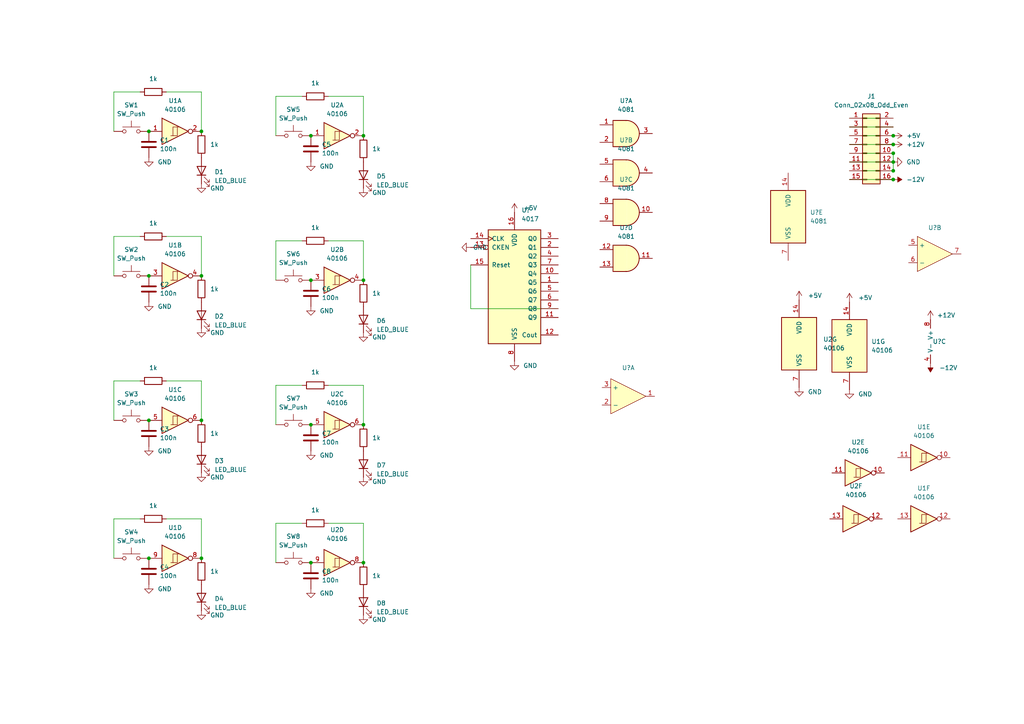
<source format=kicad_sch>
(kicad_sch (version 20230121) (generator eeschema)

  (uuid 482c5dcd-a0c7-4919-bc36-08fdeb8c4a2b)

  (paper "A4")

  (lib_symbols
    (symbol "4xxx:40106" (pin_names (offset 1.016)) (in_bom yes) (on_board yes)
      (property "Reference" "U" (at 0 1.27 0)
        (effects (font (size 1.27 1.27)))
      )
      (property "Value" "40106" (at 0 -1.27 0)
        (effects (font (size 1.27 1.27)))
      )
      (property "Footprint" "" (at 0 0 0)
        (effects (font (size 1.27 1.27)) hide)
      )
      (property "Datasheet" "https://assets.nexperia.com/documents/data-sheet/HEF40106B.pdf" (at 0 0 0)
        (effects (font (size 1.27 1.27)) hide)
      )
      (property "ki_locked" "" (at 0 0 0)
        (effects (font (size 1.27 1.27)))
      )
      (property "ki_keywords" "CMOS" (at 0 0 0)
        (effects (font (size 1.27 1.27)) hide)
      )
      (property "ki_description" "Hex Schmitt trigger inverter" (at 0 0 0)
        (effects (font (size 1.27 1.27)) hide)
      )
      (property "ki_fp_filters" "DIP?14*" (at 0 0 0)
        (effects (font (size 1.27 1.27)) hide)
      )
      (symbol "40106_1_0"
        (polyline
          (pts
            (xy -0.635 -1.27)
            (xy -0.635 1.27)
            (xy 0.635 1.27)
          )
          (stroke (width 0) (type default))
          (fill (type none))
        )
        (polyline
          (pts
            (xy -3.81 3.81)
            (xy -3.81 -3.81)
            (xy 3.81 0)
            (xy -3.81 3.81)
          )
          (stroke (width 0.254) (type default))
          (fill (type background))
        )
        (polyline
          (pts
            (xy -1.27 -1.27)
            (xy 0.635 -1.27)
            (xy 0.635 1.27)
            (xy 1.27 1.27)
          )
          (stroke (width 0) (type default))
          (fill (type none))
        )
        (pin input line (at -7.62 0 0) (length 3.81)
          (name "~" (effects (font (size 1.27 1.27))))
          (number "1" (effects (font (size 1.27 1.27))))
        )
        (pin output inverted (at 7.62 0 180) (length 3.81)
          (name "~" (effects (font (size 1.27 1.27))))
          (number "2" (effects (font (size 1.27 1.27))))
        )
      )
      (symbol "40106_2_0"
        (polyline
          (pts
            (xy -0.635 -1.27)
            (xy -0.635 1.27)
            (xy 0.635 1.27)
          )
          (stroke (width 0) (type default))
          (fill (type none))
        )
        (polyline
          (pts
            (xy -3.81 3.81)
            (xy -3.81 -3.81)
            (xy 3.81 0)
            (xy -3.81 3.81)
          )
          (stroke (width 0.254) (type default))
          (fill (type background))
        )
        (polyline
          (pts
            (xy -1.27 -1.27)
            (xy 0.635 -1.27)
            (xy 0.635 1.27)
            (xy 1.27 1.27)
          )
          (stroke (width 0) (type default))
          (fill (type none))
        )
        (pin input line (at -7.62 0 0) (length 3.81)
          (name "~" (effects (font (size 1.27 1.27))))
          (number "3" (effects (font (size 1.27 1.27))))
        )
        (pin output inverted (at 7.62 0 180) (length 3.81)
          (name "~" (effects (font (size 1.27 1.27))))
          (number "4" (effects (font (size 1.27 1.27))))
        )
      )
      (symbol "40106_3_0"
        (polyline
          (pts
            (xy -0.635 -1.27)
            (xy -0.635 1.27)
            (xy 0.635 1.27)
          )
          (stroke (width 0) (type default))
          (fill (type none))
        )
        (polyline
          (pts
            (xy -3.81 3.81)
            (xy -3.81 -3.81)
            (xy 3.81 0)
            (xy -3.81 3.81)
          )
          (stroke (width 0.254) (type default))
          (fill (type background))
        )
        (polyline
          (pts
            (xy -1.27 -1.27)
            (xy 0.635 -1.27)
            (xy 0.635 1.27)
            (xy 1.27 1.27)
          )
          (stroke (width 0) (type default))
          (fill (type none))
        )
        (pin input line (at -7.62 0 0) (length 3.81)
          (name "~" (effects (font (size 1.27 1.27))))
          (number "5" (effects (font (size 1.27 1.27))))
        )
        (pin output inverted (at 7.62 0 180) (length 3.81)
          (name "~" (effects (font (size 1.27 1.27))))
          (number "6" (effects (font (size 1.27 1.27))))
        )
      )
      (symbol "40106_4_0"
        (polyline
          (pts
            (xy -0.635 -1.27)
            (xy -0.635 1.27)
            (xy 0.635 1.27)
          )
          (stroke (width 0) (type default))
          (fill (type none))
        )
        (polyline
          (pts
            (xy -3.81 3.81)
            (xy -3.81 -3.81)
            (xy 3.81 0)
            (xy -3.81 3.81)
          )
          (stroke (width 0.254) (type default))
          (fill (type background))
        )
        (polyline
          (pts
            (xy -1.27 -1.27)
            (xy 0.635 -1.27)
            (xy 0.635 1.27)
            (xy 1.27 1.27)
          )
          (stroke (width 0) (type default))
          (fill (type none))
        )
        (pin output inverted (at 7.62 0 180) (length 3.81)
          (name "~" (effects (font (size 1.27 1.27))))
          (number "8" (effects (font (size 1.27 1.27))))
        )
        (pin input line (at -7.62 0 0) (length 3.81)
          (name "~" (effects (font (size 1.27 1.27))))
          (number "9" (effects (font (size 1.27 1.27))))
        )
      )
      (symbol "40106_5_0"
        (polyline
          (pts
            (xy -0.635 -1.27)
            (xy -0.635 1.27)
            (xy 0.635 1.27)
          )
          (stroke (width 0) (type default))
          (fill (type none))
        )
        (polyline
          (pts
            (xy -3.81 3.81)
            (xy -3.81 -3.81)
            (xy 3.81 0)
            (xy -3.81 3.81)
          )
          (stroke (width 0.254) (type default))
          (fill (type background))
        )
        (polyline
          (pts
            (xy -1.27 -1.27)
            (xy 0.635 -1.27)
            (xy 0.635 1.27)
            (xy 1.27 1.27)
          )
          (stroke (width 0) (type default))
          (fill (type none))
        )
        (pin output inverted (at 7.62 0 180) (length 3.81)
          (name "~" (effects (font (size 1.27 1.27))))
          (number "10" (effects (font (size 1.27 1.27))))
        )
        (pin input line (at -7.62 0 0) (length 3.81)
          (name "~" (effects (font (size 1.27 1.27))))
          (number "11" (effects (font (size 1.27 1.27))))
        )
      )
      (symbol "40106_6_0"
        (polyline
          (pts
            (xy -0.635 -1.27)
            (xy -0.635 1.27)
            (xy 0.635 1.27)
          )
          (stroke (width 0) (type default))
          (fill (type none))
        )
        (polyline
          (pts
            (xy -3.81 3.81)
            (xy -3.81 -3.81)
            (xy 3.81 0)
            (xy -3.81 3.81)
          )
          (stroke (width 0.254) (type default))
          (fill (type background))
        )
        (polyline
          (pts
            (xy -1.27 -1.27)
            (xy 0.635 -1.27)
            (xy 0.635 1.27)
            (xy 1.27 1.27)
          )
          (stroke (width 0) (type default))
          (fill (type none))
        )
        (pin output inverted (at 7.62 0 180) (length 3.81)
          (name "~" (effects (font (size 1.27 1.27))))
          (number "12" (effects (font (size 1.27 1.27))))
        )
        (pin input line (at -7.62 0 0) (length 3.81)
          (name "~" (effects (font (size 1.27 1.27))))
          (number "13" (effects (font (size 1.27 1.27))))
        )
      )
      (symbol "40106_7_0"
        (pin power_in line (at 0 12.7 270) (length 5.08)
          (name "VDD" (effects (font (size 1.27 1.27))))
          (number "14" (effects (font (size 1.27 1.27))))
        )
        (pin power_in line (at 0 -12.7 90) (length 5.08)
          (name "VSS" (effects (font (size 1.27 1.27))))
          (number "7" (effects (font (size 1.27 1.27))))
        )
      )
      (symbol "40106_7_1"
        (rectangle (start -5.08 7.62) (end 5.08 -7.62)
          (stroke (width 0.254) (type default))
          (fill (type background))
        )
      )
    )
    (symbol "4xxx:4017" (pin_names (offset 1.016)) (in_bom yes) (on_board yes)
      (property "Reference" "U" (at -7.62 16.51 0)
        (effects (font (size 1.27 1.27)))
      )
      (property "Value" "4017" (at -7.62 -19.05 0)
        (effects (font (size 1.27 1.27)))
      )
      (property "Footprint" "" (at 0 0 0)
        (effects (font (size 1.27 1.27)) hide)
      )
      (property "Datasheet" "http://www.intersil.com/content/dam/Intersil/documents/cd40/cd4017bms-22bms.pdf" (at 0 0 0)
        (effects (font (size 1.27 1.27)) hide)
      )
      (property "ki_locked" "" (at 0 0 0)
        (effects (font (size 1.27 1.27)))
      )
      (property "ki_keywords" "CNT CNT10" (at 0 0 0)
        (effects (font (size 1.27 1.27)) hide)
      )
      (property "ki_description" "Johnson Counter ( 10 outputs )" (at 0 0 0)
        (effects (font (size 1.27 1.27)) hide)
      )
      (property "ki_fp_filters" "DIP?16*" (at 0 0 0)
        (effects (font (size 1.27 1.27)) hide)
      )
      (symbol "4017_1_0"
        (pin output line (at 12.7 0 180) (length 5.08)
          (name "Q5" (effects (font (size 1.27 1.27))))
          (number "1" (effects (font (size 1.27 1.27))))
        )
        (pin output line (at 12.7 2.54 180) (length 5.08)
          (name "Q4" (effects (font (size 1.27 1.27))))
          (number "10" (effects (font (size 1.27 1.27))))
        )
        (pin output line (at 12.7 -10.16 180) (length 5.08)
          (name "Q9" (effects (font (size 1.27 1.27))))
          (number "11" (effects (font (size 1.27 1.27))))
        )
        (pin output line (at 12.7 -15.24 180) (length 5.08)
          (name "Cout" (effects (font (size 1.27 1.27))))
          (number "12" (effects (font (size 1.27 1.27))))
        )
        (pin input inverted (at -12.7 10.16 0) (length 5.08)
          (name "CKEN" (effects (font (size 1.27 1.27))))
          (number "13" (effects (font (size 1.27 1.27))))
        )
        (pin input clock (at -12.7 12.7 0) (length 5.08)
          (name "CLK" (effects (font (size 1.27 1.27))))
          (number "14" (effects (font (size 1.27 1.27))))
        )
        (pin input line (at -12.7 5.08 0) (length 5.08)
          (name "Reset" (effects (font (size 1.27 1.27))))
          (number "15" (effects (font (size 1.27 1.27))))
        )
        (pin power_in line (at 0 20.32 270) (length 5.08)
          (name "VDD" (effects (font (size 1.27 1.27))))
          (number "16" (effects (font (size 1.27 1.27))))
        )
        (pin output line (at 12.7 10.16 180) (length 5.08)
          (name "Q1" (effects (font (size 1.27 1.27))))
          (number "2" (effects (font (size 1.27 1.27))))
        )
        (pin output line (at 12.7 12.7 180) (length 5.08)
          (name "Q0" (effects (font (size 1.27 1.27))))
          (number "3" (effects (font (size 1.27 1.27))))
        )
        (pin output line (at 12.7 7.62 180) (length 5.08)
          (name "Q2" (effects (font (size 1.27 1.27))))
          (number "4" (effects (font (size 1.27 1.27))))
        )
        (pin output line (at 12.7 -2.54 180) (length 5.08)
          (name "Q6" (effects (font (size 1.27 1.27))))
          (number "5" (effects (font (size 1.27 1.27))))
        )
        (pin output line (at 12.7 -5.08 180) (length 5.08)
          (name "Q7" (effects (font (size 1.27 1.27))))
          (number "6" (effects (font (size 1.27 1.27))))
        )
        (pin output line (at 12.7 5.08 180) (length 5.08)
          (name "Q3" (effects (font (size 1.27 1.27))))
          (number "7" (effects (font (size 1.27 1.27))))
        )
        (pin power_in line (at 0 -22.86 90) (length 5.08)
          (name "VSS" (effects (font (size 1.27 1.27))))
          (number "8" (effects (font (size 1.27 1.27))))
        )
        (pin output line (at 12.7 -7.62 180) (length 5.08)
          (name "Q8" (effects (font (size 1.27 1.27))))
          (number "9" (effects (font (size 1.27 1.27))))
        )
      )
      (symbol "4017_1_1"
        (rectangle (start -7.62 15.24) (end 7.62 -17.78)
          (stroke (width 0.254) (type default))
          (fill (type background))
        )
      )
    )
    (symbol "4xxx:4081" (pin_names (offset 1.016)) (in_bom yes) (on_board yes)
      (property "Reference" "U" (at 0 1.27 0)
        (effects (font (size 1.27 1.27)))
      )
      (property "Value" "4081" (at 0 -1.27 0)
        (effects (font (size 1.27 1.27)))
      )
      (property "Footprint" "" (at 0 0 0)
        (effects (font (size 1.27 1.27)) hide)
      )
      (property "Datasheet" "http://www.intersil.com/content/dam/Intersil/documents/cd40/cd4073bms-81bms-82bms.pdf" (at 0 0 0)
        (effects (font (size 1.27 1.27)) hide)
      )
      (property "ki_locked" "" (at 0 0 0)
        (effects (font (size 1.27 1.27)))
      )
      (property "ki_keywords" "CMOS And2" (at 0 0 0)
        (effects (font (size 1.27 1.27)) hide)
      )
      (property "ki_description" "Quad And 2 inputs" (at 0 0 0)
        (effects (font (size 1.27 1.27)) hide)
      )
      (property "ki_fp_filters" "DIP?14*" (at 0 0 0)
        (effects (font (size 1.27 1.27)) hide)
      )
      (symbol "4081_1_1"
        (arc (start 0 -3.81) (mid 3.7934 0) (end 0 3.81)
          (stroke (width 0.254) (type default))
          (fill (type background))
        )
        (polyline
          (pts
            (xy 0 3.81)
            (xy -3.81 3.81)
            (xy -3.81 -3.81)
            (xy 0 -3.81)
          )
          (stroke (width 0.254) (type default))
          (fill (type background))
        )
        (pin input line (at -7.62 2.54 0) (length 3.81)
          (name "~" (effects (font (size 1.27 1.27))))
          (number "1" (effects (font (size 1.27 1.27))))
        )
        (pin input line (at -7.62 -2.54 0) (length 3.81)
          (name "~" (effects (font (size 1.27 1.27))))
          (number "2" (effects (font (size 1.27 1.27))))
        )
        (pin output line (at 7.62 0 180) (length 3.81)
          (name "~" (effects (font (size 1.27 1.27))))
          (number "3" (effects (font (size 1.27 1.27))))
        )
      )
      (symbol "4081_1_2"
        (arc (start -3.81 -3.81) (mid -2.589 0) (end -3.81 3.81)
          (stroke (width 0.254) (type default))
          (fill (type none))
        )
        (arc (start -0.6096 -3.81) (mid 2.1842 -2.5851) (end 3.81 0)
          (stroke (width 0.254) (type default))
          (fill (type background))
        )
        (polyline
          (pts
            (xy -3.81 -3.81)
            (xy -0.635 -3.81)
          )
          (stroke (width 0.254) (type default))
          (fill (type background))
        )
        (polyline
          (pts
            (xy -3.81 3.81)
            (xy -0.635 3.81)
          )
          (stroke (width 0.254) (type default))
          (fill (type background))
        )
        (polyline
          (pts
            (xy -0.635 3.81)
            (xy -3.81 3.81)
            (xy -3.81 3.81)
            (xy -3.556 3.4036)
            (xy -3.0226 2.2606)
            (xy -2.6924 1.0414)
            (xy -2.6162 -0.254)
            (xy -2.7686 -1.4986)
            (xy -3.175 -2.7178)
            (xy -3.81 -3.81)
            (xy -3.81 -3.81)
            (xy -0.635 -3.81)
          )
          (stroke (width -25.4) (type default))
          (fill (type background))
        )
        (arc (start 3.81 0) (mid 2.1915 2.5936) (end -0.6096 3.81)
          (stroke (width 0.254) (type default))
          (fill (type background))
        )
        (pin input inverted (at -7.62 2.54 0) (length 4.318)
          (name "~" (effects (font (size 1.27 1.27))))
          (number "1" (effects (font (size 1.27 1.27))))
        )
        (pin input inverted (at -7.62 -2.54 0) (length 4.318)
          (name "~" (effects (font (size 1.27 1.27))))
          (number "2" (effects (font (size 1.27 1.27))))
        )
        (pin output inverted (at 7.62 0 180) (length 3.81)
          (name "~" (effects (font (size 1.27 1.27))))
          (number "3" (effects (font (size 1.27 1.27))))
        )
      )
      (symbol "4081_2_1"
        (arc (start 0 -3.81) (mid 3.7934 0) (end 0 3.81)
          (stroke (width 0.254) (type default))
          (fill (type background))
        )
        (polyline
          (pts
            (xy 0 3.81)
            (xy -3.81 3.81)
            (xy -3.81 -3.81)
            (xy 0 -3.81)
          )
          (stroke (width 0.254) (type default))
          (fill (type background))
        )
        (pin output line (at 7.62 0 180) (length 3.81)
          (name "~" (effects (font (size 1.27 1.27))))
          (number "4" (effects (font (size 1.27 1.27))))
        )
        (pin input line (at -7.62 2.54 0) (length 3.81)
          (name "~" (effects (font (size 1.27 1.27))))
          (number "5" (effects (font (size 1.27 1.27))))
        )
        (pin input line (at -7.62 -2.54 0) (length 3.81)
          (name "~" (effects (font (size 1.27 1.27))))
          (number "6" (effects (font (size 1.27 1.27))))
        )
      )
      (symbol "4081_2_2"
        (arc (start -3.81 -3.81) (mid -2.589 0) (end -3.81 3.81)
          (stroke (width 0.254) (type default))
          (fill (type none))
        )
        (arc (start -0.6096 -3.81) (mid 2.1842 -2.5851) (end 3.81 0)
          (stroke (width 0.254) (type default))
          (fill (type background))
        )
        (polyline
          (pts
            (xy -3.81 -3.81)
            (xy -0.635 -3.81)
          )
          (stroke (width 0.254) (type default))
          (fill (type background))
        )
        (polyline
          (pts
            (xy -3.81 3.81)
            (xy -0.635 3.81)
          )
          (stroke (width 0.254) (type default))
          (fill (type background))
        )
        (polyline
          (pts
            (xy -0.635 3.81)
            (xy -3.81 3.81)
            (xy -3.81 3.81)
            (xy -3.556 3.4036)
            (xy -3.0226 2.2606)
            (xy -2.6924 1.0414)
            (xy -2.6162 -0.254)
            (xy -2.7686 -1.4986)
            (xy -3.175 -2.7178)
            (xy -3.81 -3.81)
            (xy -3.81 -3.81)
            (xy -0.635 -3.81)
          )
          (stroke (width -25.4) (type default))
          (fill (type background))
        )
        (arc (start 3.81 0) (mid 2.1915 2.5936) (end -0.6096 3.81)
          (stroke (width 0.254) (type default))
          (fill (type background))
        )
        (pin output inverted (at 7.62 0 180) (length 3.81)
          (name "~" (effects (font (size 1.27 1.27))))
          (number "4" (effects (font (size 1.27 1.27))))
        )
        (pin input inverted (at -7.62 2.54 0) (length 4.318)
          (name "~" (effects (font (size 1.27 1.27))))
          (number "5" (effects (font (size 1.27 1.27))))
        )
        (pin input inverted (at -7.62 -2.54 0) (length 4.318)
          (name "~" (effects (font (size 1.27 1.27))))
          (number "6" (effects (font (size 1.27 1.27))))
        )
      )
      (symbol "4081_3_1"
        (arc (start 0 -3.81) (mid 3.7934 0) (end 0 3.81)
          (stroke (width 0.254) (type default))
          (fill (type background))
        )
        (polyline
          (pts
            (xy 0 3.81)
            (xy -3.81 3.81)
            (xy -3.81 -3.81)
            (xy 0 -3.81)
          )
          (stroke (width 0.254) (type default))
          (fill (type background))
        )
        (pin output line (at 7.62 0 180) (length 3.81)
          (name "~" (effects (font (size 1.27 1.27))))
          (number "10" (effects (font (size 1.27 1.27))))
        )
        (pin input line (at -7.62 2.54 0) (length 3.81)
          (name "~" (effects (font (size 1.27 1.27))))
          (number "8" (effects (font (size 1.27 1.27))))
        )
        (pin input line (at -7.62 -2.54 0) (length 3.81)
          (name "~" (effects (font (size 1.27 1.27))))
          (number "9" (effects (font (size 1.27 1.27))))
        )
      )
      (symbol "4081_3_2"
        (arc (start -3.81 -3.81) (mid -2.589 0) (end -3.81 3.81)
          (stroke (width 0.254) (type default))
          (fill (type none))
        )
        (arc (start -0.6096 -3.81) (mid 2.1842 -2.5851) (end 3.81 0)
          (stroke (width 0.254) (type default))
          (fill (type background))
        )
        (polyline
          (pts
            (xy -3.81 -3.81)
            (xy -0.635 -3.81)
          )
          (stroke (width 0.254) (type default))
          (fill (type background))
        )
        (polyline
          (pts
            (xy -3.81 3.81)
            (xy -0.635 3.81)
          )
          (stroke (width 0.254) (type default))
          (fill (type background))
        )
        (polyline
          (pts
            (xy -0.635 3.81)
            (xy -3.81 3.81)
            (xy -3.81 3.81)
            (xy -3.556 3.4036)
            (xy -3.0226 2.2606)
            (xy -2.6924 1.0414)
            (xy -2.6162 -0.254)
            (xy -2.7686 -1.4986)
            (xy -3.175 -2.7178)
            (xy -3.81 -3.81)
            (xy -3.81 -3.81)
            (xy -0.635 -3.81)
          )
          (stroke (width -25.4) (type default))
          (fill (type background))
        )
        (arc (start 3.81 0) (mid 2.1915 2.5936) (end -0.6096 3.81)
          (stroke (width 0.254) (type default))
          (fill (type background))
        )
        (pin output inverted (at 7.62 0 180) (length 3.81)
          (name "~" (effects (font (size 1.27 1.27))))
          (number "10" (effects (font (size 1.27 1.27))))
        )
        (pin input inverted (at -7.62 2.54 0) (length 4.318)
          (name "~" (effects (font (size 1.27 1.27))))
          (number "8" (effects (font (size 1.27 1.27))))
        )
        (pin input inverted (at -7.62 -2.54 0) (length 4.318)
          (name "~" (effects (font (size 1.27 1.27))))
          (number "9" (effects (font (size 1.27 1.27))))
        )
      )
      (symbol "4081_4_1"
        (arc (start 0 -3.81) (mid 3.7934 0) (end 0 3.81)
          (stroke (width 0.254) (type default))
          (fill (type background))
        )
        (polyline
          (pts
            (xy 0 3.81)
            (xy -3.81 3.81)
            (xy -3.81 -3.81)
            (xy 0 -3.81)
          )
          (stroke (width 0.254) (type default))
          (fill (type background))
        )
        (pin output line (at 7.62 0 180) (length 3.81)
          (name "~" (effects (font (size 1.27 1.27))))
          (number "11" (effects (font (size 1.27 1.27))))
        )
        (pin input line (at -7.62 2.54 0) (length 3.81)
          (name "~" (effects (font (size 1.27 1.27))))
          (number "12" (effects (font (size 1.27 1.27))))
        )
        (pin input line (at -7.62 -2.54 0) (length 3.81)
          (name "~" (effects (font (size 1.27 1.27))))
          (number "13" (effects (font (size 1.27 1.27))))
        )
      )
      (symbol "4081_4_2"
        (arc (start -3.81 -3.81) (mid -2.589 0) (end -3.81 3.81)
          (stroke (width 0.254) (type default))
          (fill (type none))
        )
        (arc (start -0.6096 -3.81) (mid 2.1842 -2.5851) (end 3.81 0)
          (stroke (width 0.254) (type default))
          (fill (type background))
        )
        (polyline
          (pts
            (xy -3.81 -3.81)
            (xy -0.635 -3.81)
          )
          (stroke (width 0.254) (type default))
          (fill (type background))
        )
        (polyline
          (pts
            (xy -3.81 3.81)
            (xy -0.635 3.81)
          )
          (stroke (width 0.254) (type default))
          (fill (type background))
        )
        (polyline
          (pts
            (xy -0.635 3.81)
            (xy -3.81 3.81)
            (xy -3.81 3.81)
            (xy -3.556 3.4036)
            (xy -3.0226 2.2606)
            (xy -2.6924 1.0414)
            (xy -2.6162 -0.254)
            (xy -2.7686 -1.4986)
            (xy -3.175 -2.7178)
            (xy -3.81 -3.81)
            (xy -3.81 -3.81)
            (xy -0.635 -3.81)
          )
          (stroke (width -25.4) (type default))
          (fill (type background))
        )
        (arc (start 3.81 0) (mid 2.1915 2.5936) (end -0.6096 3.81)
          (stroke (width 0.254) (type default))
          (fill (type background))
        )
        (pin output inverted (at 7.62 0 180) (length 3.81)
          (name "~" (effects (font (size 1.27 1.27))))
          (number "11" (effects (font (size 1.27 1.27))))
        )
        (pin input inverted (at -7.62 2.54 0) (length 4.318)
          (name "~" (effects (font (size 1.27 1.27))))
          (number "12" (effects (font (size 1.27 1.27))))
        )
        (pin input inverted (at -7.62 -2.54 0) (length 4.318)
          (name "~" (effects (font (size 1.27 1.27))))
          (number "13" (effects (font (size 1.27 1.27))))
        )
      )
      (symbol "4081_5_0"
        (pin power_in line (at 0 12.7 270) (length 5.08)
          (name "VDD" (effects (font (size 1.27 1.27))))
          (number "14" (effects (font (size 1.27 1.27))))
        )
        (pin power_in line (at 0 -12.7 90) (length 5.08)
          (name "VSS" (effects (font (size 1.27 1.27))))
          (number "7" (effects (font (size 1.27 1.27))))
        )
      )
      (symbol "4081_5_1"
        (rectangle (start -5.08 7.62) (end 5.08 -7.62)
          (stroke (width 0.254) (type default))
          (fill (type background))
        )
      )
    )
    (symbol "Connector_Generic:Conn_02x08_Odd_Even" (pin_names (offset 1.016) hide) (in_bom yes) (on_board yes)
      (property "Reference" "J" (at 1.27 10.16 0)
        (effects (font (size 1.27 1.27)))
      )
      (property "Value" "Conn_02x08_Odd_Even" (at 1.27 -12.7 0)
        (effects (font (size 1.27 1.27)))
      )
      (property "Footprint" "" (at 0 0 0)
        (effects (font (size 1.27 1.27)) hide)
      )
      (property "Datasheet" "~" (at 0 0 0)
        (effects (font (size 1.27 1.27)) hide)
      )
      (property "ki_keywords" "connector" (at 0 0 0)
        (effects (font (size 1.27 1.27)) hide)
      )
      (property "ki_description" "Generic connector, double row, 02x08, odd/even pin numbering scheme (row 1 odd numbers, row 2 even numbers), script generated (kicad-library-utils/schlib/autogen/connector/)" (at 0 0 0)
        (effects (font (size 1.27 1.27)) hide)
      )
      (property "ki_fp_filters" "Connector*:*_2x??_*" (at 0 0 0)
        (effects (font (size 1.27 1.27)) hide)
      )
      (symbol "Conn_02x08_Odd_Even_1_1"
        (rectangle (start -1.27 -10.033) (end 0 -10.287)
          (stroke (width 0.1524) (type default))
          (fill (type none))
        )
        (rectangle (start -1.27 -7.493) (end 0 -7.747)
          (stroke (width 0.1524) (type default))
          (fill (type none))
        )
        (rectangle (start -1.27 -4.953) (end 0 -5.207)
          (stroke (width 0.1524) (type default))
          (fill (type none))
        )
        (rectangle (start -1.27 -2.413) (end 0 -2.667)
          (stroke (width 0.1524) (type default))
          (fill (type none))
        )
        (rectangle (start -1.27 0.127) (end 0 -0.127)
          (stroke (width 0.1524) (type default))
          (fill (type none))
        )
        (rectangle (start -1.27 2.667) (end 0 2.413)
          (stroke (width 0.1524) (type default))
          (fill (type none))
        )
        (rectangle (start -1.27 5.207) (end 0 4.953)
          (stroke (width 0.1524) (type default))
          (fill (type none))
        )
        (rectangle (start -1.27 7.747) (end 0 7.493)
          (stroke (width 0.1524) (type default))
          (fill (type none))
        )
        (rectangle (start -1.27 8.89) (end 3.81 -11.43)
          (stroke (width 0.254) (type default))
          (fill (type background))
        )
        (rectangle (start 3.81 -10.033) (end 2.54 -10.287)
          (stroke (width 0.1524) (type default))
          (fill (type none))
        )
        (rectangle (start 3.81 -7.493) (end 2.54 -7.747)
          (stroke (width 0.1524) (type default))
          (fill (type none))
        )
        (rectangle (start 3.81 -4.953) (end 2.54 -5.207)
          (stroke (width 0.1524) (type default))
          (fill (type none))
        )
        (rectangle (start 3.81 -2.413) (end 2.54 -2.667)
          (stroke (width 0.1524) (type default))
          (fill (type none))
        )
        (rectangle (start 3.81 0.127) (end 2.54 -0.127)
          (stroke (width 0.1524) (type default))
          (fill (type none))
        )
        (rectangle (start 3.81 2.667) (end 2.54 2.413)
          (stroke (width 0.1524) (type default))
          (fill (type none))
        )
        (rectangle (start 3.81 5.207) (end 2.54 4.953)
          (stroke (width 0.1524) (type default))
          (fill (type none))
        )
        (rectangle (start 3.81 7.747) (end 2.54 7.493)
          (stroke (width 0.1524) (type default))
          (fill (type none))
        )
        (pin passive line (at -5.08 7.62 0) (length 3.81)
          (name "Pin_1" (effects (font (size 1.27 1.27))))
          (number "1" (effects (font (size 1.27 1.27))))
        )
        (pin passive line (at 7.62 -2.54 180) (length 3.81)
          (name "Pin_10" (effects (font (size 1.27 1.27))))
          (number "10" (effects (font (size 1.27 1.27))))
        )
        (pin passive line (at -5.08 -5.08 0) (length 3.81)
          (name "Pin_11" (effects (font (size 1.27 1.27))))
          (number "11" (effects (font (size 1.27 1.27))))
        )
        (pin passive line (at 7.62 -5.08 180) (length 3.81)
          (name "Pin_12" (effects (font (size 1.27 1.27))))
          (number "12" (effects (font (size 1.27 1.27))))
        )
        (pin passive line (at -5.08 -7.62 0) (length 3.81)
          (name "Pin_13" (effects (font (size 1.27 1.27))))
          (number "13" (effects (font (size 1.27 1.27))))
        )
        (pin passive line (at 7.62 -7.62 180) (length 3.81)
          (name "Pin_14" (effects (font (size 1.27 1.27))))
          (number "14" (effects (font (size 1.27 1.27))))
        )
        (pin passive line (at -5.08 -10.16 0) (length 3.81)
          (name "Pin_15" (effects (font (size 1.27 1.27))))
          (number "15" (effects (font (size 1.27 1.27))))
        )
        (pin passive line (at 7.62 -10.16 180) (length 3.81)
          (name "Pin_16" (effects (font (size 1.27 1.27))))
          (number "16" (effects (font (size 1.27 1.27))))
        )
        (pin passive line (at 7.62 7.62 180) (length 3.81)
          (name "Pin_2" (effects (font (size 1.27 1.27))))
          (number "2" (effects (font (size 1.27 1.27))))
        )
        (pin passive line (at -5.08 5.08 0) (length 3.81)
          (name "Pin_3" (effects (font (size 1.27 1.27))))
          (number "3" (effects (font (size 1.27 1.27))))
        )
        (pin passive line (at 7.62 5.08 180) (length 3.81)
          (name "Pin_4" (effects (font (size 1.27 1.27))))
          (number "4" (effects (font (size 1.27 1.27))))
        )
        (pin passive line (at -5.08 2.54 0) (length 3.81)
          (name "Pin_5" (effects (font (size 1.27 1.27))))
          (number "5" (effects (font (size 1.27 1.27))))
        )
        (pin passive line (at 7.62 2.54 180) (length 3.81)
          (name "Pin_6" (effects (font (size 1.27 1.27))))
          (number "6" (effects (font (size 1.27 1.27))))
        )
        (pin passive line (at -5.08 0 0) (length 3.81)
          (name "Pin_7" (effects (font (size 1.27 1.27))))
          (number "7" (effects (font (size 1.27 1.27))))
        )
        (pin passive line (at 7.62 0 180) (length 3.81)
          (name "Pin_8" (effects (font (size 1.27 1.27))))
          (number "8" (effects (font (size 1.27 1.27))))
        )
        (pin passive line (at -5.08 -2.54 0) (length 3.81)
          (name "Pin_9" (effects (font (size 1.27 1.27))))
          (number "9" (effects (font (size 1.27 1.27))))
        )
      )
    )
    (symbol "EuroRackTools:100n" (pin_numbers hide) (pin_names (offset 0.254)) (in_bom yes) (on_board yes)
      (property "Reference" "C" (at -3.175 0 90)
        (effects (font (size 1.27 1.27)) (justify left))
      )
      (property "Value" "100n" (at 1.905 0 90)
        (effects (font (size 1.27 1.27)) (justify left))
      )
      (property "Footprint" "Capacitor_SMD:C_0603_1608Metric" (at 13.97 1.27 90)
        (effects (font (size 1.27 1.27)) hide)
      )
      (property "Datasheet" "~" (at -5.08 7.62 90)
        (effects (font (size 1.27 1.27)) hide)
      )
      (property "LCSC" "C14663" (at -3.81 3.81 0)
        (effects (font (size 1.27 1.27)) hide)
      )
      (property "ki_keywords" "cap capacitor" (at 0 0 0)
        (effects (font (size 1.27 1.27)) hide)
      )
      (property "ki_description" "Unpolarized capacitor" (at 0 0 0)
        (effects (font (size 1.27 1.27)) hide)
      )
      (property "ki_fp_filters" "C_*" (at 0 0 0)
        (effects (font (size 1.27 1.27)) hide)
      )
      (symbol "100n_0_1"
        (polyline
          (pts
            (xy -1.397 -2.667)
            (xy -1.397 1.397)
          )
          (stroke (width 0.508) (type default))
          (fill (type none))
        )
        (polyline
          (pts
            (xy 0.127 -2.667)
            (xy 0.127 1.397)
          )
          (stroke (width 0.508) (type default))
          (fill (type none))
        )
      )
      (symbol "100n_1_1"
        (pin passive line (at -4.445 -0.635 0) (length 2.794)
          (name "~" (effects (font (size 1.27 1.27))))
          (number "1" (effects (font (size 1.27 1.27))))
        )
        (pin passive line (at 3.175 -0.635 180) (length 2.794)
          (name "~" (effects (font (size 1.27 1.27))))
          (number "2" (effects (font (size 1.27 1.27))))
        )
      )
    )
    (symbol "EuroRackTools:1k" (pin_numbers hide) (pin_names (offset 0)) (in_bom yes) (on_board yes)
      (property "Reference" "R" (at -1.27 3.81 0)
        (effects (font (size 1.27 1.27)) hide)
      )
      (property "Value" "1k" (at -1.27 1.27 0)
        (effects (font (size 1.27 1.27)))
      )
      (property "Footprint" "Resistor_SMD:R_0603_1608Metric" (at -1.27 -6.35 0)
        (effects (font (size 1.27 1.27)) hide)
      )
      (property "Datasheet" "~" (at -6.35 6.35 90)
        (effects (font (size 1.27 1.27)) hide)
      )
      (property "LCSC" "C21190" (at -1.27 -1.27 0)
        (effects (font (size 1.27 1.27)) hide)
      )
      (property "ki_keywords" "R res resistor" (at 0 0 0)
        (effects (font (size 1.27 1.27)) hide)
      )
      (property "ki_description" "Resistor" (at 0 0 0)
        (effects (font (size 1.27 1.27)) hide)
      )
      (property "ki_fp_filters" "R_*" (at 0 0 0)
        (effects (font (size 1.27 1.27)) hide)
      )
      (symbol "1k_0_1"
        (rectangle (start 1.27 0.254) (end -3.81 2.286)
          (stroke (width 0.254) (type default))
          (fill (type none))
        )
      )
      (symbol "1k_1_1"
        (pin passive line (at -5.08 1.27 0) (length 1.27)
          (name "~" (effects (font (size 1.27 1.27))))
          (number "1" (effects (font (size 1.27 1.27))))
        )
        (pin passive line (at 2.54 1.27 180) (length 1.27)
          (name "~" (effects (font (size 1.27 1.27))))
          (number "2" (effects (font (size 1.27 1.27))))
        )
      )
    )
    (symbol "EuroRackTools:LED_BLUE" (pin_numbers hide) (pin_names (offset 1.016) hide) (in_bom yes) (on_board yes)
      (property "Reference" "D" (at 0 -2.54 0)
        (effects (font (size 1.27 1.27)))
      )
      (property "Value" "LED_BLUE" (at 0 3.81 0)
        (effects (font (size 1.27 1.27)))
      )
      (property "Footprint" "LED_SMD:LED_0603_1608Metric" (at 5.08 9.398 0)
        (effects (font (size 1.27 1.27)) hide)
      )
      (property "Datasheet" "~" (at 0 0 0)
        (effects (font (size 1.27 1.27)) hide)
      )
      (property "LCSC" "C72041" (at -0.254 -5.842 0)
        (effects (font (size 1.27 1.27)) hide)
      )
      (property "ki_keywords" "LED diode" (at 0 0 0)
        (effects (font (size 1.27 1.27)) hide)
      )
      (property "ki_description" "Light emitting diode" (at 0 0 0)
        (effects (font (size 1.27 1.27)) hide)
      )
      (property "ki_fp_filters" "LED* LED_SMD:* LED_THT:*" (at 0 0 0)
        (effects (font (size 1.27 1.27)) hide)
      )
      (symbol "LED_BLUE_0_1"
        (polyline
          (pts
            (xy 1.27 0)
            (xy -1.27 0)
          )
          (stroke (width 0) (type default))
          (fill (type none))
        )
        (polyline
          (pts
            (xy 1.27 1.27)
            (xy 1.27 -1.27)
          )
          (stroke (width 0.254) (type default))
          (fill (type none))
        )
        (polyline
          (pts
            (xy -1.27 1.27)
            (xy -1.27 -1.27)
            (xy 1.27 0)
            (xy -1.27 1.27)
          )
          (stroke (width 0.254) (type default))
          (fill (type none))
        )
        (polyline
          (pts
            (xy 1.778 0.762)
            (xy 3.302 2.286)
            (xy 2.54 2.286)
            (xy 3.302 2.286)
            (xy 3.302 1.524)
          )
          (stroke (width 0) (type default))
          (fill (type none))
        )
        (polyline
          (pts
            (xy 3.048 0.762)
            (xy 4.572 2.286)
            (xy 3.81 2.286)
            (xy 4.572 2.286)
            (xy 4.572 1.524)
          )
          (stroke (width 0) (type default))
          (fill (type none))
        )
      )
      (symbol "LED_BLUE_1_1"
        (pin passive line (at 3.81 0 180) (length 2.54)
          (name "K" (effects (font (size 1.27 1.27))))
          (number "1" (effects (font (size 1.27 1.27))))
        )
        (pin passive line (at -3.81 0 0) (length 2.54)
          (name "A" (effects (font (size 1.27 1.27))))
          (number "2" (effects (font (size 1.27 1.27))))
        )
      )
    )
    (symbol "EuroRackTools:TL072" (in_bom yes) (on_board yes)
      (property "Reference" "U" (at -1.27 0 0)
        (effects (font (size 1.27 1.27)))
      )
      (property "Value" "TL072" (at 5.08 3.81 0)
        (effects (font (size 1.27 1.27)) hide)
      )
      (property "Footprint" "Package_SO:SOIC-8_3.9x4.9mm_P1.27mm" (at 0 -8.89 0)
        (effects (font (size 1.27 1.27)) hide)
      )
      (property "Datasheet" "" (at 0 0 0)
        (effects (font (size 1.27 1.27)) hide)
      )
      (property "Spice_Primitive" "X" (at 1.27 7.62 0)
        (effects (font (size 1.27 1.27)) hide)
      )
      (property "Spice_Model" "MY_TL072" (at 10.16 15.24 0)
        (effects (font (size 1.27 1.27)) hide)
      )
      (property "Spice_Netlist_Enabled" "Y" (at 3.81 7.62 0)
        (effects (font (size 1.27 1.27)) hide)
      )
      (property "Spice_Node_Sequence" "1 2 3 4 5 6 7 8" (at -11.43 17.78 0)
        (effects (font (size 1.27 1.27)) hide)
      )
      (property "LCSC" "C6961" (at 3.175 -4.445 0)
        (effects (font (size 1.27 1.27)) hide)
      )
      (symbol "TL072_1_1"
        (polyline
          (pts
            (xy -5.08 5.08)
            (xy -5.08 -5.08)
            (xy 5.08 0)
            (xy -5.08 5.08)
          )
          (stroke (width 0.1524) (type default))
          (fill (type background))
        )
        (pin output line (at 7.62 0 180) (length 2.54)
          (name "" (effects (font (size 1.27 1.27))))
          (number "1" (effects (font (size 1.27 1.27))))
        )
        (pin input line (at -7.62 -2.54 0) (length 2.54)
          (name "-" (effects (font (size 1.27 1.27))))
          (number "2" (effects (font (size 1.27 1.27))))
        )
        (pin input line (at -7.62 2.54 0) (length 2.54)
          (name "+" (effects (font (size 1.27 1.27))))
          (number "3" (effects (font (size 1.27 1.27))))
        )
      )
      (symbol "TL072_2_1"
        (polyline
          (pts
            (xy -5.08 5.08)
            (xy -5.08 -5.08)
            (xy 5.08 0)
            (xy -5.08 5.08)
          )
          (stroke (width 0.1524) (type default))
          (fill (type background))
        )
        (pin input line (at -7.62 2.54 0) (length 2.54)
          (name "+" (effects (font (size 1.27 1.27))))
          (number "5" (effects (font (size 1.27 1.27))))
        )
        (pin input line (at -7.62 -2.54 0) (length 2.54)
          (name "-" (effects (font (size 1.27 1.27))))
          (number "6" (effects (font (size 1.27 1.27))))
        )
        (pin output line (at 7.62 0 180) (length 2.54)
          (name "" (effects (font (size 1.27 1.27))))
          (number "7" (effects (font (size 1.27 1.27))))
        )
      )
      (symbol "TL072_3_0"
        (pin power_in line (at -2.54 -6.35 90) (length 2.54)
          (name "V-" (effects (font (size 1.27 1.27))))
          (number "4" (effects (font (size 1.27 1.27))))
        )
        (pin power_in line (at -2.54 6.35 270) (length 2.54)
          (name "V+" (effects (font (size 1.27 1.27))))
          (number "8" (effects (font (size 1.27 1.27))))
        )
      )
    )
    (symbol "Switch:SW_Push" (pin_numbers hide) (pin_names (offset 1.016) hide) (in_bom yes) (on_board yes)
      (property "Reference" "SW" (at 1.27 2.54 0)
        (effects (font (size 1.27 1.27)) (justify left))
      )
      (property "Value" "SW_Push" (at 0 -1.524 0)
        (effects (font (size 1.27 1.27)))
      )
      (property "Footprint" "" (at 0 5.08 0)
        (effects (font (size 1.27 1.27)) hide)
      )
      (property "Datasheet" "~" (at 0 5.08 0)
        (effects (font (size 1.27 1.27)) hide)
      )
      (property "ki_keywords" "switch normally-open pushbutton push-button" (at 0 0 0)
        (effects (font (size 1.27 1.27)) hide)
      )
      (property "ki_description" "Push button switch, generic, two pins" (at 0 0 0)
        (effects (font (size 1.27 1.27)) hide)
      )
      (symbol "SW_Push_0_1"
        (circle (center -2.032 0) (radius 0.508)
          (stroke (width 0) (type default))
          (fill (type none))
        )
        (polyline
          (pts
            (xy 0 1.27)
            (xy 0 3.048)
          )
          (stroke (width 0) (type default))
          (fill (type none))
        )
        (polyline
          (pts
            (xy 2.54 1.27)
            (xy -2.54 1.27)
          )
          (stroke (width 0) (type default))
          (fill (type none))
        )
        (circle (center 2.032 0) (radius 0.508)
          (stroke (width 0) (type default))
          (fill (type none))
        )
        (pin passive line (at -5.08 0 0) (length 2.54)
          (name "1" (effects (font (size 1.27 1.27))))
          (number "1" (effects (font (size 1.27 1.27))))
        )
        (pin passive line (at 5.08 0 180) (length 2.54)
          (name "2" (effects (font (size 1.27 1.27))))
          (number "2" (effects (font (size 1.27 1.27))))
        )
      )
    )
    (symbol "power:+12V" (power) (pin_names (offset 0)) (in_bom yes) (on_board yes)
      (property "Reference" "#PWR" (at 0 -3.81 0)
        (effects (font (size 1.27 1.27)) hide)
      )
      (property "Value" "+12V" (at 0 3.556 0)
        (effects (font (size 1.27 1.27)))
      )
      (property "Footprint" "" (at 0 0 0)
        (effects (font (size 1.27 1.27)) hide)
      )
      (property "Datasheet" "" (at 0 0 0)
        (effects (font (size 1.27 1.27)) hide)
      )
      (property "ki_keywords" "global power" (at 0 0 0)
        (effects (font (size 1.27 1.27)) hide)
      )
      (property "ki_description" "Power symbol creates a global label with name \"+12V\"" (at 0 0 0)
        (effects (font (size 1.27 1.27)) hide)
      )
      (symbol "+12V_0_1"
        (polyline
          (pts
            (xy -0.762 1.27)
            (xy 0 2.54)
          )
          (stroke (width 0) (type default))
          (fill (type none))
        )
        (polyline
          (pts
            (xy 0 0)
            (xy 0 2.54)
          )
          (stroke (width 0) (type default))
          (fill (type none))
        )
        (polyline
          (pts
            (xy 0 2.54)
            (xy 0.762 1.27)
          )
          (stroke (width 0) (type default))
          (fill (type none))
        )
      )
      (symbol "+12V_1_1"
        (pin power_in line (at 0 0 90) (length 0) hide
          (name "+12V" (effects (font (size 1.27 1.27))))
          (number "1" (effects (font (size 1.27 1.27))))
        )
      )
    )
    (symbol "power:+5V" (power) (pin_names (offset 0)) (in_bom yes) (on_board yes)
      (property "Reference" "#PWR" (at 0 -3.81 0)
        (effects (font (size 1.27 1.27)) hide)
      )
      (property "Value" "+5V" (at 0 3.556 0)
        (effects (font (size 1.27 1.27)))
      )
      (property "Footprint" "" (at 0 0 0)
        (effects (font (size 1.27 1.27)) hide)
      )
      (property "Datasheet" "" (at 0 0 0)
        (effects (font (size 1.27 1.27)) hide)
      )
      (property "ki_keywords" "global power" (at 0 0 0)
        (effects (font (size 1.27 1.27)) hide)
      )
      (property "ki_description" "Power symbol creates a global label with name \"+5V\"" (at 0 0 0)
        (effects (font (size 1.27 1.27)) hide)
      )
      (symbol "+5V_0_1"
        (polyline
          (pts
            (xy -0.762 1.27)
            (xy 0 2.54)
          )
          (stroke (width 0) (type default))
          (fill (type none))
        )
        (polyline
          (pts
            (xy 0 0)
            (xy 0 2.54)
          )
          (stroke (width 0) (type default))
          (fill (type none))
        )
        (polyline
          (pts
            (xy 0 2.54)
            (xy 0.762 1.27)
          )
          (stroke (width 0) (type default))
          (fill (type none))
        )
      )
      (symbol "+5V_1_1"
        (pin power_in line (at 0 0 90) (length 0) hide
          (name "+5V" (effects (font (size 1.27 1.27))))
          (number "1" (effects (font (size 1.27 1.27))))
        )
      )
    )
    (symbol "power:-12V" (power) (pin_names (offset 0)) (in_bom yes) (on_board yes)
      (property "Reference" "#PWR" (at 0 2.54 0)
        (effects (font (size 1.27 1.27)) hide)
      )
      (property "Value" "-12V" (at 0 3.81 0)
        (effects (font (size 1.27 1.27)))
      )
      (property "Footprint" "" (at 0 0 0)
        (effects (font (size 1.27 1.27)) hide)
      )
      (property "Datasheet" "" (at 0 0 0)
        (effects (font (size 1.27 1.27)) hide)
      )
      (property "ki_keywords" "global power" (at 0 0 0)
        (effects (font (size 1.27 1.27)) hide)
      )
      (property "ki_description" "Power symbol creates a global label with name \"-12V\"" (at 0 0 0)
        (effects (font (size 1.27 1.27)) hide)
      )
      (symbol "-12V_0_0"
        (pin power_in line (at 0 0 90) (length 0) hide
          (name "-12V" (effects (font (size 1.27 1.27))))
          (number "1" (effects (font (size 1.27 1.27))))
        )
      )
      (symbol "-12V_0_1"
        (polyline
          (pts
            (xy 0 0)
            (xy 0 1.27)
            (xy 0.762 1.27)
            (xy 0 2.54)
            (xy -0.762 1.27)
            (xy 0 1.27)
          )
          (stroke (width 0) (type default))
          (fill (type outline))
        )
      )
    )
    (symbol "power:GND" (power) (pin_names (offset 0)) (in_bom yes) (on_board yes)
      (property "Reference" "#PWR" (at 0 -6.35 0)
        (effects (font (size 1.27 1.27)) hide)
      )
      (property "Value" "GND" (at 0 -3.81 0)
        (effects (font (size 1.27 1.27)))
      )
      (property "Footprint" "" (at 0 0 0)
        (effects (font (size 1.27 1.27)) hide)
      )
      (property "Datasheet" "" (at 0 0 0)
        (effects (font (size 1.27 1.27)) hide)
      )
      (property "ki_keywords" "global power" (at 0 0 0)
        (effects (font (size 1.27 1.27)) hide)
      )
      (property "ki_description" "Power symbol creates a global label with name \"GND\" , ground" (at 0 0 0)
        (effects (font (size 1.27 1.27)) hide)
      )
      (symbol "GND_0_1"
        (polyline
          (pts
            (xy 0 0)
            (xy 0 -1.27)
            (xy 1.27 -1.27)
            (xy 0 -2.54)
            (xy -1.27 -1.27)
            (xy 0 -1.27)
          )
          (stroke (width 0) (type default))
          (fill (type none))
        )
      )
      (symbol "GND_1_1"
        (pin power_in line (at 0 0 270) (length 0) hide
          (name "GND" (effects (font (size 1.27 1.27))))
          (number "1" (effects (font (size 1.27 1.27))))
        )
      )
    )
  )

  (junction (at 105.41 81.28) (diameter 0) (color 0 0 0 0)
    (uuid 0ec2deb5-4f0a-4d36-bcf9-9e536ad3d2a6)
  )
  (junction (at 90.17 81.28) (diameter 0) (color 0 0 0 0)
    (uuid 0ff7e1c5-4d01-4ab0-97f8-99ea7dcc87ff)
  )
  (junction (at 259.08 49.53) (diameter 0) (color 0 0 0 0)
    (uuid 1dbb7c36-5241-4602-a165-228722272ee4)
  )
  (junction (at 259.08 44.45) (diameter 0) (color 0 0 0 0)
    (uuid 2bb5a472-d595-4483-b0af-ad2b9d959dde)
  )
  (junction (at 58.42 38.1) (diameter 0) (color 0 0 0 0)
    (uuid 391b75c9-1229-4140-a63b-d5899712c846)
  )
  (junction (at 259.08 46.99) (diameter 0) (color 0 0 0 0)
    (uuid 451bd360-c591-48f6-a691-ccb9133a76d6)
  )
  (junction (at 43.18 38.1) (diameter 0) (color 0 0 0 0)
    (uuid 50474899-6772-4697-99bf-d41a2931c2e4)
  )
  (junction (at 43.18 121.92) (diameter 0) (color 0 0 0 0)
    (uuid 53c34bdc-c9a3-4e1a-907d-8201e4e18d7b)
  )
  (junction (at 105.41 39.37) (diameter 0) (color 0 0 0 0)
    (uuid 5463f9e5-9b98-4d4f-b5b7-ad8c92240140)
  )
  (junction (at 58.42 121.92) (diameter 0) (color 0 0 0 0)
    (uuid 58e91a14-30af-448d-99d9-13ae0b3ac8d0)
  )
  (junction (at 90.17 163.195) (diameter 0) (color 0 0 0 0)
    (uuid 5c9ac574-4775-4bca-a085-42a87fe6963f)
  )
  (junction (at 90.17 39.37) (diameter 0) (color 0 0 0 0)
    (uuid 6e5457f2-9979-4eab-8d7a-8b9ab4cbb2bb)
  )
  (junction (at 58.42 80.01) (diameter 0) (color 0 0 0 0)
    (uuid 79811b49-4c93-46cd-b7dc-6b2d52b37a71)
  )
  (junction (at 43.18 80.01) (diameter 0) (color 0 0 0 0)
    (uuid a1e4b5e3-1a97-45a6-ab57-ab45db91941c)
  )
  (junction (at 105.41 163.195) (diameter 0) (color 0 0 0 0)
    (uuid cc340a3e-1a6c-450d-b209-4a0fcf987527)
  )
  (junction (at 58.42 161.925) (diameter 0) (color 0 0 0 0)
    (uuid ceaab178-00f6-49f6-b052-e60ee47aeb94)
  )
  (junction (at 259.08 39.37) (diameter 0) (color 0 0 0 0)
    (uuid d1b6a217-cdfe-42d8-9285-8c4a7adf8a2d)
  )
  (junction (at 105.41 123.19) (diameter 0) (color 0 0 0 0)
    (uuid d6849cf2-c4b8-4e37-a1e0-91749b74f5ed)
  )
  (junction (at 43.18 161.925) (diameter 0) (color 0 0 0 0)
    (uuid e3513e82-d5d5-43c8-a8cd-9e676859d52e)
  )
  (junction (at 90.17 123.19) (diameter 0) (color 0 0 0 0)
    (uuid e778afeb-bb6e-4ae8-9eb9-41a0fcbc5ed0)
  )
  (junction (at 259.08 52.07) (diameter 0) (color 0 0 0 0)
    (uuid ef8a59cb-dbb6-4817-8996-68a559d7d9bb)
  )
  (junction (at 259.08 41.91) (diameter 0) (color 0 0 0 0)
    (uuid f4c0b546-cdcf-4cc2-ae24-432408a0174a)
  )

  (wire (pts (xy 80.01 111.76) (xy 80.01 123.19))
    (stroke (width 0) (type default))
    (uuid 003ae508-cf1f-48a5-98e4-e36e2fadac76)
  )
  (wire (pts (xy 40.64 150.495) (xy 33.02 150.495))
    (stroke (width 0) (type default))
    (uuid 01a82747-6f39-46b6-8706-19926ce798fb)
  )
  (wire (pts (xy 259.08 49.53) (xy 259.08 46.99))
    (stroke (width 0) (type default))
    (uuid 06f653a9-60ea-40d5-9a70-8e9ca4e8d5b9)
  )
  (wire (pts (xy 105.41 111.76) (xy 105.41 123.19))
    (stroke (width 0) (type default))
    (uuid 0894fb47-5185-42b4-8aca-5e69c5ced537)
  )
  (wire (pts (xy 80.01 27.94) (xy 80.01 39.37))
    (stroke (width 0) (type default))
    (uuid 17365474-3b76-4ea5-bdef-83c809389ad6)
  )
  (wire (pts (xy 48.26 110.49) (xy 58.42 110.49))
    (stroke (width 0) (type default))
    (uuid 1943c660-d7a5-4ff4-a97d-6429d34eaef4)
  )
  (wire (pts (xy 95.25 111.76) (xy 105.41 111.76))
    (stroke (width 0) (type default))
    (uuid 1ac68ba9-5416-454e-9f31-ea6b2955f7e0)
  )
  (wire (pts (xy 48.26 26.67) (xy 58.42 26.67))
    (stroke (width 0) (type default))
    (uuid 20bc57a7-102d-4e62-b9f8-0e40156065db)
  )
  (wire (pts (xy 246.38 39.37) (xy 259.08 39.37))
    (stroke (width 0) (type default))
    (uuid 24e9e474-416b-4ce2-b4f3-7b28e1c65e89)
  )
  (wire (pts (xy 33.02 110.49) (xy 33.02 121.92))
    (stroke (width 0) (type default))
    (uuid 30bff233-2702-4f5e-8c92-8aa8beeaf231)
  )
  (wire (pts (xy 105.41 151.765) (xy 105.41 163.195))
    (stroke (width 0) (type default))
    (uuid 32c02e26-9aa7-4d64-bd3b-65a232ce156f)
  )
  (wire (pts (xy 246.38 36.83) (xy 259.08 36.83))
    (stroke (width 0) (type default))
    (uuid 33f667eb-5d49-4186-8cc0-7259b926bb42)
  )
  (wire (pts (xy 40.64 26.67) (xy 33.02 26.67))
    (stroke (width 0) (type default))
    (uuid 3b004bc8-d138-4420-9b48-d92cde11e6e0)
  )
  (wire (pts (xy 33.02 68.58) (xy 33.02 80.01))
    (stroke (width 0) (type default))
    (uuid 41f5a519-2dba-492b-a00b-bebedc756958)
  )
  (wire (pts (xy 40.64 110.49) (xy 33.02 110.49))
    (stroke (width 0) (type default))
    (uuid 4464a225-c955-4216-b2d6-2750f1820167)
  )
  (wire (pts (xy 87.63 111.76) (xy 80.01 111.76))
    (stroke (width 0) (type default))
    (uuid 45bf3040-3fbf-4a78-a16b-5d7704e0b4c6)
  )
  (wire (pts (xy 87.63 151.765) (xy 80.01 151.765))
    (stroke (width 0) (type default))
    (uuid 5bbafc36-d8ca-405c-97d9-0bbfe04cb716)
  )
  (wire (pts (xy 246.38 46.99) (xy 259.08 46.99))
    (stroke (width 0) (type default))
    (uuid 63b08f51-ade7-4fee-abef-668dd5610f90)
  )
  (wire (pts (xy 246.38 41.91) (xy 259.08 41.91))
    (stroke (width 0) (type default))
    (uuid 6c092d52-08f0-40c6-ad6e-0ffb3ae457eb)
  )
  (wire (pts (xy 246.38 52.07) (xy 259.08 52.07))
    (stroke (width 0) (type default))
    (uuid 6c4885ac-7da6-47e3-b608-2636089dc380)
  )
  (wire (pts (xy 33.02 26.67) (xy 33.02 38.1))
    (stroke (width 0) (type default))
    (uuid 73938c57-189f-4913-8147-761a4f75c28f)
  )
  (wire (pts (xy 105.41 69.85) (xy 105.41 81.28))
    (stroke (width 0) (type default))
    (uuid 744be9ef-2101-4498-b1ac-5b3f468e6370)
  )
  (wire (pts (xy 80.01 69.85) (xy 80.01 81.28))
    (stroke (width 0) (type default))
    (uuid 7488bbf6-5e22-496e-9800-8669a89fa6c4)
  )
  (wire (pts (xy 87.63 27.94) (xy 80.01 27.94))
    (stroke (width 0) (type default))
    (uuid 75e343db-7b5a-475e-9b31-45e86d673528)
  )
  (wire (pts (xy 58.42 110.49) (xy 58.42 121.92))
    (stroke (width 0) (type default))
    (uuid 82905491-0b10-41e6-bbe7-f99a923e487f)
  )
  (wire (pts (xy 48.26 68.58) (xy 58.42 68.58))
    (stroke (width 0) (type default))
    (uuid 8fa8a4b6-baf2-44f1-84d1-1caae5d07448)
  )
  (wire (pts (xy 58.42 68.58) (xy 58.42 80.01))
    (stroke (width 0) (type default))
    (uuid 91b2431e-955a-4726-a86a-3ac0688f3260)
  )
  (wire (pts (xy 87.63 69.85) (xy 80.01 69.85))
    (stroke (width 0) (type default))
    (uuid a3384f03-9071-45b2-b90e-2b3ba2f48c68)
  )
  (wire (pts (xy 246.38 44.45) (xy 259.08 44.45))
    (stroke (width 0) (type default))
    (uuid a594ae36-be60-4449-975b-18eee5a6aabf)
  )
  (wire (pts (xy 80.01 151.765) (xy 80.01 163.195))
    (stroke (width 0) (type default))
    (uuid b286ca1d-9455-4153-9dac-9a22cb4d0f7f)
  )
  (wire (pts (xy 95.25 69.85) (xy 105.41 69.85))
    (stroke (width 0) (type default))
    (uuid b3cdb9b5-ff83-43c3-b782-aad3fb22aa5f)
  )
  (wire (pts (xy 33.02 150.495) (xy 33.02 161.925))
    (stroke (width 0) (type default))
    (uuid b71f8dd5-2a3f-4d1c-a129-66b69c90c38b)
  )
  (wire (pts (xy 58.42 26.67) (xy 58.42 38.1))
    (stroke (width 0) (type default))
    (uuid b7e30d05-ce6f-4229-931a-e367897af939)
  )
  (wire (pts (xy 95.25 27.94) (xy 105.41 27.94))
    (stroke (width 0) (type default))
    (uuid c51e3652-2635-40fa-8054-5dc4c725ed79)
  )
  (wire (pts (xy 246.38 34.29) (xy 259.08 34.29))
    (stroke (width 0) (type default))
    (uuid cbcb8b2a-4ab2-4dde-b9c4-f0e8769a2770)
  )
  (wire (pts (xy 58.42 150.495) (xy 58.42 161.925))
    (stroke (width 0) (type default))
    (uuid e1352d0c-4d47-4d9b-aae5-5e2c4f5e8795)
  )
  (wire (pts (xy 40.64 68.58) (xy 33.02 68.58))
    (stroke (width 0) (type default))
    (uuid e46037cf-5fe1-4a2a-b6f4-00f2c6f7e318)
  )
  (wire (pts (xy 136.525 89.535) (xy 136.525 76.835))
    (stroke (width 0) (type default))
    (uuid e689151c-fdfc-404e-90f8-f8ae54175631)
  )
  (wire (pts (xy 105.41 27.94) (xy 105.41 39.37))
    (stroke (width 0) (type default))
    (uuid e7687135-87a7-4ca2-b791-d84fcb07b39a)
  )
  (wire (pts (xy 259.08 46.99) (xy 259.08 44.45))
    (stroke (width 0) (type default))
    (uuid e96040ac-87fa-48db-99c4-dc82a624d751)
  )
  (wire (pts (xy 246.38 49.53) (xy 259.08 49.53))
    (stroke (width 0) (type default))
    (uuid ebf5d50a-a69e-4549-8571-f19e1cc84121)
  )
  (wire (pts (xy 95.25 151.765) (xy 105.41 151.765))
    (stroke (width 0) (type default))
    (uuid f6b5f935-fc75-4063-93d7-25c5cddd7c04)
  )
  (wire (pts (xy 161.925 89.535) (xy 136.525 89.535))
    (stroke (width 0) (type default))
    (uuid f7fb2e34-1efa-4b2d-8ce1-4a9a906fbccd)
  )
  (wire (pts (xy 48.26 150.495) (xy 58.42 150.495))
    (stroke (width 0) (type default))
    (uuid f912be08-9c29-47b6-b650-8a212039122d)
  )

  (symbol (lib_id "EuroRackTools:1k") (at 92.71 113.03 0) (unit 1)
    (in_bom yes) (on_board yes) (dnp no) (fields_autoplaced)
    (uuid 01417d95-b7c6-4ae1-b1f9-f53a715dea2c)
    (property "Reference" "R11" (at 91.44 109.22 0)
      (effects (font (size 1.27 1.27)) hide)
    )
    (property "Value" "1k" (at 91.44 107.95 0)
      (effects (font (size 1.27 1.27)))
    )
    (property "Footprint" "Resistor_SMD:R_0603_1608Metric" (at 91.44 119.38 0)
      (effects (font (size 1.27 1.27)) hide)
    )
    (property "Datasheet" "~" (at 86.36 106.68 90)
      (effects (font (size 1.27 1.27)) hide)
    )
    (property "LCSC" "C21190" (at 91.44 114.3 0)
      (effects (font (size 1.27 1.27)) hide)
    )
    (pin "1" (uuid c4c07ef0-4bc4-49c2-a9c6-6da9f0b05592))
    (pin "2" (uuid 677ab1d0-3899-49cd-b62f-86572bec8905))
    (instances
      (project "wisseq"
        (path "/482c5dcd-a0c7-4919-bc36-08fdeb8c4a2b"
          (reference "R11") (unit 1)
        )
      )
    )
  )

  (symbol (lib_id "EuroRackTools:LED_BLUE") (at 58.42 91.44 270) (unit 1)
    (in_bom yes) (on_board yes) (dnp no) (fields_autoplaced)
    (uuid 01a381af-e7f7-4621-b2b1-2e0e44cacee4)
    (property "Reference" "D2" (at 62.23 91.7574 90)
      (effects (font (size 1.27 1.27)) (justify left))
    )
    (property "Value" "LED_BLUE" (at 62.23 94.2974 90)
      (effects (font (size 1.27 1.27)) (justify left))
    )
    (property "Footprint" "LED_SMD:LED_0603_1608Metric" (at 67.818 96.52 0)
      (effects (font (size 1.27 1.27)) hide)
    )
    (property "Datasheet" "~" (at 58.42 91.44 0)
      (effects (font (size 1.27 1.27)) hide)
    )
    (property "LCSC" "C72041" (at 52.578 91.186 0)
      (effects (font (size 1.27 1.27)) hide)
    )
    (pin "1" (uuid c8abfe1a-c3a8-4f16-8ee9-79493160f094))
    (pin "2" (uuid 1851cfed-4dd2-43b7-a0ae-1c355244f7c9))
    (instances
      (project "wisseq"
        (path "/482c5dcd-a0c7-4919-bc36-08fdeb8c4a2b"
          (reference "D2") (unit 1)
        )
      )
    )
  )

  (symbol (lib_id "power:GND") (at 149.225 104.775 0) (unit 1)
    (in_bom yes) (on_board yes) (dnp no) (fields_autoplaced)
    (uuid 05bec5e7-0a76-4f6a-9288-2997b20e2f23)
    (property "Reference" "#PWR?" (at 149.225 111.125 0)
      (effects (font (size 1.27 1.27)) hide)
    )
    (property "Value" "GND" (at 151.765 106.0449 0)
      (effects (font (size 1.27 1.27)) (justify left))
    )
    (property "Footprint" "" (at 149.225 104.775 0)
      (effects (font (size 1.27 1.27)) hide)
    )
    (property "Datasheet" "" (at 149.225 104.775 0)
      (effects (font (size 1.27 1.27)) hide)
    )
    (pin "1" (uuid 9727b599-fbed-41dd-bc9c-de45b5472c55))
    (instances
      (project "wisseq"
        (path "/482c5dcd-a0c7-4919-bc36-08fdeb8c4a2b"
          (reference "#PWR?") (unit 1)
        )
      )
    )
  )

  (symbol (lib_id "4xxx:4081") (at 181.61 50.165 0) (unit 2)
    (in_bom yes) (on_board yes) (dnp no) (fields_autoplaced)
    (uuid 0647a60d-4d4c-4d5d-a7ff-34b8c16274a5)
    (property "Reference" "U?" (at 181.61 40.64 0)
      (effects (font (size 1.27 1.27)))
    )
    (property "Value" "4081" (at 181.61 43.18 0)
      (effects (font (size 1.27 1.27)))
    )
    (property "Footprint" "" (at 181.61 50.165 0)
      (effects (font (size 1.27 1.27)) hide)
    )
    (property "Datasheet" "http://www.intersil.com/content/dam/Intersil/documents/cd40/cd4073bms-81bms-82bms.pdf" (at 181.61 50.165 0)
      (effects (font (size 1.27 1.27)) hide)
    )
    (pin "1" (uuid 444b1922-ea0d-4dc0-81c9-30996b42e32e))
    (pin "2" (uuid e820ecc4-a018-4cdd-a957-2bf8894da5de))
    (pin "3" (uuid c5bb1a46-5109-4365-bb63-d9fc875673e2))
    (pin "4" (uuid de36f6b7-df7f-43e4-b62f-87965b7618f6))
    (pin "5" (uuid d902b83a-aa06-4305-8943-3e08b7188728))
    (pin "6" (uuid 94c5bd67-35b3-435e-9b3b-cf25686db223))
    (pin "10" (uuid b6516245-84a4-4665-b00f-c743c21357f6))
    (pin "8" (uuid a4a9d338-7eee-45a5-bf86-7590cd919464))
    (pin "9" (uuid f49bf74f-572f-451f-8f33-7a26b9862bcf))
    (pin "11" (uuid 1ae91698-0358-4e4d-a4f6-b7b12b0e12d0))
    (pin "12" (uuid f9920ecd-2baa-48ee-9b22-35e2867c971c))
    (pin "13" (uuid 5f609047-6391-4de3-9175-bc80a38a370b))
    (pin "14" (uuid a3546958-d46c-4e4f-be63-1eec3bb7a895))
    (pin "7" (uuid cff38c69-20b7-4d3e-95d7-b64620e62d4a))
    (instances
      (project "wisseq"
        (path "/482c5dcd-a0c7-4919-bc36-08fdeb8c4a2b"
          (reference "U?") (unit 2)
        )
      )
    )
  )

  (symbol (lib_id "4xxx:40106") (at 248.92 137.16 0) (unit 5)
    (in_bom yes) (on_board yes) (dnp no) (fields_autoplaced)
    (uuid 079a2c4a-eeb9-4524-8e96-56d592bdad62)
    (property "Reference" "U2" (at 248.92 128.27 0)
      (effects (font (size 1.27 1.27)))
    )
    (property "Value" "40106" (at 248.92 130.81 0)
      (effects (font (size 1.27 1.27)))
    )
    (property "Footprint" "" (at 248.92 137.16 0)
      (effects (font (size 1.27 1.27)) hide)
    )
    (property "Datasheet" "https://assets.nexperia.com/documents/data-sheet/HEF40106B.pdf" (at 248.92 137.16 0)
      (effects (font (size 1.27 1.27)) hide)
    )
    (pin "1" (uuid 5a254277-41cc-4d95-9b97-94709fcac3da))
    (pin "2" (uuid 422d8312-bbcb-4557-a89d-57e8870b914c))
    (pin "3" (uuid cbb315d0-a9be-4742-bc69-6b92e52bf5c9))
    (pin "4" (uuid bdecf801-b78d-478c-a379-31274777f856))
    (pin "5" (uuid 0261e072-e497-467a-ad39-eac19fcfd895))
    (pin "6" (uuid 0e709d8b-1f47-41c4-804d-91c93acc6264))
    (pin "8" (uuid 1d215189-7ac0-40a9-b8b3-22b9b3e4bc6f))
    (pin "9" (uuid 0034c33c-7c2b-400a-a6fc-cb4d01abc018))
    (pin "10" (uuid 18a6a161-5ed1-4508-a8e6-fb81b96adf5f))
    (pin "11" (uuid 6868746b-0e3d-4e83-b9a6-b3c77e6d7177))
    (pin "12" (uuid 81f25bc4-e619-408f-b923-09d60b63673a))
    (pin "13" (uuid ec62547c-cd0f-42ed-a1f1-8f7f91d95360))
    (pin "14" (uuid e506e709-80f3-42bc-82a9-c08b9c9ca40a))
    (pin "7" (uuid 3585c7cb-7718-41bb-aa53-52c31ad5e077))
    (instances
      (project "wisseq"
        (path "/482c5dcd-a0c7-4919-bc36-08fdeb8c4a2b"
          (reference "U2") (unit 5)
        )
      )
    )
  )

  (symbol (lib_id "power:GND") (at 90.17 130.81 0) (unit 1)
    (in_bom yes) (on_board yes) (dnp no) (fields_autoplaced)
    (uuid 0a735c10-033f-497e-95c4-a8f19a2cdddd)
    (property "Reference" "#PWR015" (at 90.17 137.16 0)
      (effects (font (size 1.27 1.27)) hide)
    )
    (property "Value" "GND" (at 92.71 132.0799 0)
      (effects (font (size 1.27 1.27)) (justify left))
    )
    (property "Footprint" "" (at 90.17 130.81 0)
      (effects (font (size 1.27 1.27)) hide)
    )
    (property "Datasheet" "" (at 90.17 130.81 0)
      (effects (font (size 1.27 1.27)) hide)
    )
    (pin "1" (uuid 27c3a85c-71a4-462b-93a5-ba4aa8a5f2a8))
    (instances
      (project "wisseq"
        (path "/482c5dcd-a0c7-4919-bc36-08fdeb8c4a2b"
          (reference "#PWR015") (unit 1)
        )
      )
    )
  )

  (symbol (lib_id "EuroRackTools:100n") (at 89.535 126.365 90) (unit 1)
    (in_bom yes) (on_board yes) (dnp no) (fields_autoplaced)
    (uuid 0ac94238-2692-45bf-b87c-6c8ba6aefe01)
    (property "Reference" "C7" (at 93.345 125.7299 90)
      (effects (font (size 1.27 1.27)) (justify right))
    )
    (property "Value" "100n" (at 93.345 128.2699 90)
      (effects (font (size 1.27 1.27)) (justify right))
    )
    (property "Footprint" "Capacitor_SMD:C_0603_1608Metric" (at 88.265 112.395 90)
      (effects (font (size 1.27 1.27)) hide)
    )
    (property "Datasheet" "~" (at 81.915 131.445 90)
      (effects (font (size 1.27 1.27)) hide)
    )
    (property "LCSC" "C14663" (at 85.725 130.175 0)
      (effects (font (size 1.27 1.27)) hide)
    )
    (pin "1" (uuid acd88ee9-d566-4eb4-ab67-48b524e9f4ad))
    (pin "2" (uuid 109477c3-bf18-4238-bb91-83195e00793d))
    (instances
      (project "wisseq"
        (path "/482c5dcd-a0c7-4919-bc36-08fdeb8c4a2b"
          (reference "C7") (unit 1)
        )
      )
    )
  )

  (symbol (lib_id "EuroRackTools:1k") (at 92.71 29.21 0) (unit 1)
    (in_bom yes) (on_board yes) (dnp no) (fields_autoplaced)
    (uuid 0c5952e7-1355-42af-8cb7-5c57ab56e85d)
    (property "Reference" "R9" (at 91.44 25.4 0)
      (effects (font (size 1.27 1.27)) hide)
    )
    (property "Value" "1k" (at 91.44 24.13 0)
      (effects (font (size 1.27 1.27)))
    )
    (property "Footprint" "Resistor_SMD:R_0603_1608Metric" (at 91.44 35.56 0)
      (effects (font (size 1.27 1.27)) hide)
    )
    (property "Datasheet" "~" (at 86.36 22.86 90)
      (effects (font (size 1.27 1.27)) hide)
    )
    (property "LCSC" "C21190" (at 91.44 30.48 0)
      (effects (font (size 1.27 1.27)) hide)
    )
    (pin "1" (uuid 11ab1acf-bae8-49d3-9929-3bbe1ab16e2a))
    (pin "2" (uuid 47d622e9-a7e3-4897-9e9c-937f85513468))
    (instances
      (project "wisseq"
        (path "/482c5dcd-a0c7-4919-bc36-08fdeb8c4a2b"
          (reference "R9") (unit 1)
        )
      )
    )
  )

  (symbol (lib_id "4xxx:40106") (at 50.8 161.925 0) (unit 4)
    (in_bom yes) (on_board yes) (dnp no) (fields_autoplaced)
    (uuid 0cf8d45b-b2fe-40d8-aafc-be80ea87bc9b)
    (property "Reference" "U1" (at 50.8 153.035 0)
      (effects (font (size 1.27 1.27)))
    )
    (property "Value" "40106" (at 50.8 155.575 0)
      (effects (font (size 1.27 1.27)))
    )
    (property "Footprint" "" (at 50.8 161.925 0)
      (effects (font (size 1.27 1.27)) hide)
    )
    (property "Datasheet" "https://assets.nexperia.com/documents/data-sheet/HEF40106B.pdf" (at 50.8 161.925 0)
      (effects (font (size 1.27 1.27)) hide)
    )
    (pin "1" (uuid 9a6253ee-055a-4d52-8b1d-2bb64c352223))
    (pin "2" (uuid 95a4234d-a2b5-4e8d-97c4-16d6a12f306d))
    (pin "3" (uuid 8688b3a3-a547-4e1f-8f5f-cadca3822701))
    (pin "4" (uuid 48e7370d-f2d8-437c-ae0b-a020a9944510))
    (pin "5" (uuid 2615ada7-9f5e-4e02-962e-02b719ae85b3))
    (pin "6" (uuid 9d0eaa83-ba57-4bf9-a28f-7015e9cc0cfd))
    (pin "8" (uuid 888b8968-cdf8-4eea-9364-b13ce2fbd597))
    (pin "9" (uuid fc8566a5-33eb-4740-8317-91f0dec2a2e8))
    (pin "10" (uuid 30301cd9-ce02-4bfc-87a3-4e675f905751))
    (pin "11" (uuid 2baf2398-fd64-4078-8948-3ccfa5e79ea0))
    (pin "12" (uuid 3d363465-2d00-479a-b957-eb75a9054702))
    (pin "13" (uuid b0901b04-d917-4174-b5c0-86e1b2365464))
    (pin "14" (uuid be236e2d-2abd-4374-98fb-1ecda2ae0e03))
    (pin "7" (uuid 76f3b04d-6212-4e8f-91f7-c21c6eedad68))
    (instances
      (project "wisseq"
        (path "/482c5dcd-a0c7-4919-bc36-08fdeb8c4a2b"
          (reference "U1") (unit 4)
        )
      )
    )
  )

  (symbol (lib_id "4xxx:40106") (at 50.8 38.1 0) (unit 1)
    (in_bom yes) (on_board yes) (dnp no) (fields_autoplaced)
    (uuid 0e64b98f-ff9b-40f7-82e9-e3b8aec4fc70)
    (property "Reference" "U1" (at 50.8 29.21 0)
      (effects (font (size 1.27 1.27)))
    )
    (property "Value" "40106" (at 50.8 31.75 0)
      (effects (font (size 1.27 1.27)))
    )
    (property "Footprint" "" (at 50.8 38.1 0)
      (effects (font (size 1.27 1.27)) hide)
    )
    (property "Datasheet" "https://assets.nexperia.com/documents/data-sheet/HEF40106B.pdf" (at 50.8 38.1 0)
      (effects (font (size 1.27 1.27)) hide)
    )
    (pin "1" (uuid 55e2a418-db43-443e-9686-edba84514044))
    (pin "2" (uuid 1a35b285-c79d-45f1-aaa0-f034cbb7bf4b))
    (pin "3" (uuid a3ef9cee-4163-43d5-8371-b9c95b70fa83))
    (pin "4" (uuid a9a5904c-363b-4dfe-9a1f-6d4074f03be0))
    (pin "5" (uuid 8a6993e5-335e-4584-b904-73638ace63b5))
    (pin "6" (uuid 267d93be-1b91-4825-b88c-968e031d1de0))
    (pin "8" (uuid 650305fd-9970-4f0d-aa25-c1b7d3fd5409))
    (pin "9" (uuid 7b18a80e-9dc2-420a-9754-38b3bb81e10d))
    (pin "10" (uuid e2eae9b2-dfbb-477e-88b2-ace026fe8a71))
    (pin "11" (uuid 2796eb36-f40e-4747-8824-bb0edf6fde5f))
    (pin "12" (uuid cf537509-1c90-42d8-b21c-5321948cc196))
    (pin "13" (uuid 682b7658-c0d2-4495-91f3-1ddda4cb06fc))
    (pin "14" (uuid 80dfc72c-89ee-4428-9838-cce17a1c5089))
    (pin "7" (uuid c16ff965-b982-467d-9072-710423a9f99f))
    (instances
      (project "wisseq"
        (path "/482c5dcd-a0c7-4919-bc36-08fdeb8c4a2b"
          (reference "U1") (unit 1)
        )
      )
    )
  )

  (symbol (lib_id "power:+12V") (at 269.875 92.71 0) (unit 1)
    (in_bom yes) (on_board yes) (dnp no) (fields_autoplaced)
    (uuid 0edef33a-1695-491a-a2e7-0a8c27d81eb8)
    (property "Reference" "#PWR?" (at 269.875 96.52 0)
      (effects (font (size 1.27 1.27)) hide)
    )
    (property "Value" "+12V" (at 271.78 91.4399 0)
      (effects (font (size 1.27 1.27)) (justify left))
    )
    (property "Footprint" "" (at 269.875 92.71 0)
      (effects (font (size 1.27 1.27)) hide)
    )
    (property "Datasheet" "" (at 269.875 92.71 0)
      (effects (font (size 1.27 1.27)) hide)
    )
    (pin "1" (uuid 32091d28-0069-4282-86aa-1ff9515c0504))
    (instances
      (project "wisseq"
        (path "/482c5dcd-a0c7-4919-bc36-08fdeb8c4a2b"
          (reference "#PWR?") (unit 1)
        )
      )
    )
  )

  (symbol (lib_id "EuroRackTools:1k") (at 92.71 71.12 0) (unit 1)
    (in_bom yes) (on_board yes) (dnp no) (fields_autoplaced)
    (uuid 0fd1d265-aa92-46ae-b3fa-8b5c6c97a685)
    (property "Reference" "R10" (at 91.44 67.31 0)
      (effects (font (size 1.27 1.27)) hide)
    )
    (property "Value" "1k" (at 91.44 66.04 0)
      (effects (font (size 1.27 1.27)))
    )
    (property "Footprint" "Resistor_SMD:R_0603_1608Metric" (at 91.44 77.47 0)
      (effects (font (size 1.27 1.27)) hide)
    )
    (property "Datasheet" "~" (at 86.36 64.77 90)
      (effects (font (size 1.27 1.27)) hide)
    )
    (property "LCSC" "C21190" (at 91.44 72.39 0)
      (effects (font (size 1.27 1.27)) hide)
    )
    (pin "1" (uuid 4cdcc047-440a-4e75-8dcb-7e35161dbbfb))
    (pin "2" (uuid 144ff2d2-8a99-4fec-bcaa-11d157b80300))
    (instances
      (project "wisseq"
        (path "/482c5dcd-a0c7-4919-bc36-08fdeb8c4a2b"
          (reference "R10") (unit 1)
        )
      )
    )
  )

  (symbol (lib_id "EuroRackTools:1k") (at 45.72 151.765 0) (unit 1)
    (in_bom yes) (on_board yes) (dnp no) (fields_autoplaced)
    (uuid 119d12e6-a58d-408f-81c9-3c0c3213e80a)
    (property "Reference" "R5" (at 44.45 147.955 0)
      (effects (font (size 1.27 1.27)) hide)
    )
    (property "Value" "1k" (at 44.45 146.685 0)
      (effects (font (size 1.27 1.27)))
    )
    (property "Footprint" "Resistor_SMD:R_0603_1608Metric" (at 44.45 158.115 0)
      (effects (font (size 1.27 1.27)) hide)
    )
    (property "Datasheet" "~" (at 39.37 145.415 90)
      (effects (font (size 1.27 1.27)) hide)
    )
    (property "LCSC" "C21190" (at 44.45 153.035 0)
      (effects (font (size 1.27 1.27)) hide)
    )
    (pin "1" (uuid 5101477e-233b-498e-be0d-3b32bf86a797))
    (pin "2" (uuid 9602d1ed-c06b-4071-9a7e-71c35823394d))
    (instances
      (project "wisseq"
        (path "/482c5dcd-a0c7-4919-bc36-08fdeb8c4a2b"
          (reference "R5") (unit 1)
        )
      )
    )
  )

  (symbol (lib_id "EuroRackTools:TL072") (at 182.245 114.935 0) (unit 1)
    (in_bom yes) (on_board yes) (dnp no) (fields_autoplaced)
    (uuid 165a1cb3-6c6f-47ce-acef-adb512169067)
    (property "Reference" "U?" (at 182.245 106.68 0)
      (effects (font (size 1.27 1.27)))
    )
    (property "Value" "TL072" (at 187.325 111.125 0)
      (effects (font (size 1.27 1.27)) hide)
    )
    (property "Footprint" "Package_SO:SOIC-8_3.9x4.9mm_P1.27mm" (at 182.245 123.825 0)
      (effects (font (size 1.27 1.27)) hide)
    )
    (property "Datasheet" "" (at 182.245 114.935 0)
      (effects (font (size 1.27 1.27)) hide)
    )
    (property "LCSC" "C6961" (at 185.42 119.38 0)
      (effects (font (size 1.27 1.27)) hide)
    )
    (property "Sim.Device" "SPICE" (at 183.515 107.315 0)
      (effects (font (size 1.27 1.27)) hide)
    )
    (property "Sim.Params" "type=\"X\" model=\"MY_TL072\" lib=\"\"" (at 0 0 0)
      (effects (font (size 0 0)) hide)
    )
    (property "Sim.Pins" "1=1 2=2 3=3 4=4 5=5 6=6 7=7 8=8" (at 170.815 97.155 0)
      (effects (font (size 1.27 1.27)) hide)
    )
    (pin "1" (uuid 0bff8738-7a86-4795-877e-ef8b22652106))
    (pin "2" (uuid aa847b7e-91c2-41bd-a359-6adf52549714))
    (pin "3" (uuid a892ae44-d0ce-4779-8cc6-ee442b09f39e))
    (pin "5" (uuid 01276bd9-63c2-4432-931a-ca2de1fbce26))
    (pin "6" (uuid cc2866e0-0c22-491d-910c-4880eb3e91a3))
    (pin "7" (uuid cebb1732-7d9a-4981-a349-9d318ecfeff6))
    (pin "4" (uuid 76678988-303e-4343-94ca-09ea0fcf816e))
    (pin "8" (uuid eb5263bd-c8af-4e73-ab70-5599cd379fe0))
    (instances
      (project "wisseq"
        (path "/482c5dcd-a0c7-4919-bc36-08fdeb8c4a2b"
          (reference "U?") (unit 1)
        )
      )
    )
  )

  (symbol (lib_id "power:GND") (at 90.17 46.99 0) (unit 1)
    (in_bom yes) (on_board yes) (dnp no) (fields_autoplaced)
    (uuid 199158ce-927a-411a-afb4-ed61dfdf9a2e)
    (property "Reference" "#PWR013" (at 90.17 53.34 0)
      (effects (font (size 1.27 1.27)) hide)
    )
    (property "Value" "GND" (at 92.71 48.2599 0)
      (effects (font (size 1.27 1.27)) (justify left))
    )
    (property "Footprint" "" (at 90.17 46.99 0)
      (effects (font (size 1.27 1.27)) hide)
    )
    (property "Datasheet" "" (at 90.17 46.99 0)
      (effects (font (size 1.27 1.27)) hide)
    )
    (pin "1" (uuid 1f4c3417-84ab-446d-907c-d146d33e275f))
    (instances
      (project "wisseq"
        (path "/482c5dcd-a0c7-4919-bc36-08fdeb8c4a2b"
          (reference "#PWR013") (unit 1)
        )
      )
    )
  )

  (symbol (lib_id "EuroRackTools:TL072") (at 271.145 73.66 0) (unit 2)
    (in_bom yes) (on_board yes) (dnp no) (fields_autoplaced)
    (uuid 1ab4c27e-4063-494e-bcb2-124ca1308192)
    (property "Reference" "U?" (at 271.145 66.04 0)
      (effects (font (size 1.27 1.27)))
    )
    (property "Value" "TL072" (at 276.225 69.85 0)
      (effects (font (size 1.27 1.27)) hide)
    )
    (property "Footprint" "Package_SO:SOIC-8_3.9x4.9mm_P1.27mm" (at 271.145 82.55 0)
      (effects (font (size 1.27 1.27)) hide)
    )
    (property "Datasheet" "" (at 271.145 73.66 0)
      (effects (font (size 1.27 1.27)) hide)
    )
    (property "LCSC" "C6961" (at 274.32 78.105 0)
      (effects (font (size 1.27 1.27)) hide)
    )
    (property "Sim.Device" "SPICE" (at 272.415 66.04 0)
      (effects (font (size 1.27 1.27)) hide)
    )
    (property "Sim.Params" "type=\"X\" model=\"MY_TL072\" lib=\"\"" (at 0 0 0)
      (effects (font (size 0 0)) hide)
    )
    (property "Sim.Pins" "1=1 2=2 3=3 4=4 5=5 6=6 7=7 8=8" (at 259.715 55.88 0)
      (effects (font (size 1.27 1.27)) hide)
    )
    (pin "1" (uuid b5d1d86b-27ed-4ab0-b1f9-bf7eac8339de))
    (pin "2" (uuid 8cc56376-ad10-49fc-8ab1-b5148829e094))
    (pin "3" (uuid fce41f8e-c204-4e88-ab4d-a2c5b6e61e2a))
    (pin "5" (uuid 94b1acc8-0332-4112-97ca-7a07c94d6fa0))
    (pin "6" (uuid d8b7d1fc-fa0a-4218-829b-88339c7de2d5))
    (pin "7" (uuid ee78a1d0-b14f-4703-9ee6-bb3abf6d3391))
    (pin "4" (uuid 212ac9f6-fab7-4c87-9e1b-a594dae52721))
    (pin "8" (uuid f4f72b87-bd82-4142-90ff-798a074d85ea))
    (instances
      (project "wisseq"
        (path "/482c5dcd-a0c7-4919-bc36-08fdeb8c4a2b"
          (reference "U?") (unit 2)
        )
      )
    )
  )

  (symbol (lib_id "power:GND") (at 105.41 178.435 0) (unit 1)
    (in_bom yes) (on_board yes) (dnp no) (fields_autoplaced)
    (uuid 1d0949a8-2b07-4f0f-bcd0-063a4621e95b)
    (property "Reference" "#PWR020" (at 105.41 184.785 0)
      (effects (font (size 1.27 1.27)) hide)
    )
    (property "Value" "GND" (at 107.95 179.7049 0)
      (effects (font (size 1.27 1.27)) (justify left))
    )
    (property "Footprint" "" (at 105.41 178.435 0)
      (effects (font (size 1.27 1.27)) hide)
    )
    (property "Datasheet" "" (at 105.41 178.435 0)
      (effects (font (size 1.27 1.27)) hide)
    )
    (pin "1" (uuid 7f7596ab-4372-4046-a590-88b7fb0026dc))
    (instances
      (project "wisseq"
        (path "/482c5dcd-a0c7-4919-bc36-08fdeb8c4a2b"
          (reference "#PWR020") (unit 1)
        )
      )
    )
  )

  (symbol (lib_id "EuroRackTools:LED_BLUE") (at 105.41 50.8 270) (unit 1)
    (in_bom yes) (on_board yes) (dnp no) (fields_autoplaced)
    (uuid 1e0f0440-2cc2-436a-bda6-96ea0299f84f)
    (property "Reference" "D5" (at 109.22 51.1174 90)
      (effects (font (size 1.27 1.27)) (justify left))
    )
    (property "Value" "LED_BLUE" (at 109.22 53.6574 90)
      (effects (font (size 1.27 1.27)) (justify left))
    )
    (property "Footprint" "LED_SMD:LED_0603_1608Metric" (at 114.808 55.88 0)
      (effects (font (size 1.27 1.27)) hide)
    )
    (property "Datasheet" "~" (at 105.41 50.8 0)
      (effects (font (size 1.27 1.27)) hide)
    )
    (property "LCSC" "C72041" (at 99.568 50.546 0)
      (effects (font (size 1.27 1.27)) hide)
    )
    (pin "1" (uuid 2867a216-5d7c-43a1-956c-44ee013f0ef0))
    (pin "2" (uuid c6a72c66-a003-414a-a827-4b4e8a616ba1))
    (instances
      (project "wisseq"
        (path "/482c5dcd-a0c7-4919-bc36-08fdeb8c4a2b"
          (reference "D5") (unit 1)
        )
      )
    )
  )

  (symbol (lib_id "EuroRackTools:LED_BLUE") (at 58.42 173.355 270) (unit 1)
    (in_bom yes) (on_board yes) (dnp no) (fields_autoplaced)
    (uuid 22ddbd5e-36cf-4526-bd22-bf109c1d60ff)
    (property "Reference" "D4" (at 62.23 173.6724 90)
      (effects (font (size 1.27 1.27)) (justify left))
    )
    (property "Value" "LED_BLUE" (at 62.23 176.2124 90)
      (effects (font (size 1.27 1.27)) (justify left))
    )
    (property "Footprint" "LED_SMD:LED_0603_1608Metric" (at 67.818 178.435 0)
      (effects (font (size 1.27 1.27)) hide)
    )
    (property "Datasheet" "~" (at 58.42 173.355 0)
      (effects (font (size 1.27 1.27)) hide)
    )
    (property "LCSC" "C72041" (at 52.578 173.101 0)
      (effects (font (size 1.27 1.27)) hide)
    )
    (pin "1" (uuid a5c994b1-6150-4d59-b91f-0b3840361aa2))
    (pin "2" (uuid 9712f691-7f07-4790-854b-ab63863ec072))
    (instances
      (project "wisseq"
        (path "/482c5dcd-a0c7-4919-bc36-08fdeb8c4a2b"
          (reference "D4") (unit 1)
        )
      )
    )
  )

  (symbol (lib_id "EuroRackTools:LED_BLUE") (at 105.41 174.625 270) (unit 1)
    (in_bom yes) (on_board yes) (dnp no) (fields_autoplaced)
    (uuid 24622114-577b-4922-bee8-6c2889eb2d16)
    (property "Reference" "D8" (at 109.22 174.9424 90)
      (effects (font (size 1.27 1.27)) (justify left))
    )
    (property "Value" "LED_BLUE" (at 109.22 177.4824 90)
      (effects (font (size 1.27 1.27)) (justify left))
    )
    (property "Footprint" "LED_SMD:LED_0603_1608Metric" (at 114.808 179.705 0)
      (effects (font (size 1.27 1.27)) hide)
    )
    (property "Datasheet" "~" (at 105.41 174.625 0)
      (effects (font (size 1.27 1.27)) hide)
    )
    (property "LCSC" "C72041" (at 99.568 174.371 0)
      (effects (font (size 1.27 1.27)) hide)
    )
    (pin "1" (uuid 08464bf3-50a5-48ce-bbab-363c33473105))
    (pin "2" (uuid eea9f532-8070-4bca-908c-e242bfefb226))
    (instances
      (project "wisseq"
        (path "/482c5dcd-a0c7-4919-bc36-08fdeb8c4a2b"
          (reference "D8") (unit 1)
        )
      )
    )
  )

  (symbol (lib_id "EuroRackTools:1k") (at 45.72 27.94 0) (unit 1)
    (in_bom yes) (on_board yes) (dnp no) (fields_autoplaced)
    (uuid 2734269c-c3b5-47c7-a073-2bd39c620915)
    (property "Reference" "R1" (at 44.45 24.13 0)
      (effects (font (size 1.27 1.27)) hide)
    )
    (property "Value" "1k" (at 44.45 22.86 0)
      (effects (font (size 1.27 1.27)))
    )
    (property "Footprint" "Resistor_SMD:R_0603_1608Metric" (at 44.45 34.29 0)
      (effects (font (size 1.27 1.27)) hide)
    )
    (property "Datasheet" "~" (at 39.37 21.59 90)
      (effects (font (size 1.27 1.27)) hide)
    )
    (property "LCSC" "C21190" (at 44.45 29.21 0)
      (effects (font (size 1.27 1.27)) hide)
    )
    (pin "1" (uuid 63858e48-3dcf-4378-aacc-27fd44761cb0))
    (pin "2" (uuid 91876f1b-eba2-4bbb-b811-4fed41a6433a))
    (instances
      (project "wisseq"
        (path "/482c5dcd-a0c7-4919-bc36-08fdeb8c4a2b"
          (reference "R1") (unit 1)
        )
      )
    )
  )

  (symbol (lib_id "4xxx:40106") (at 50.8 121.92 0) (unit 3)
    (in_bom yes) (on_board yes) (dnp no) (fields_autoplaced)
    (uuid 274d7f16-c77e-490a-b68b-0039f92e7a8c)
    (property "Reference" "U1" (at 50.8 113.03 0)
      (effects (font (size 1.27 1.27)))
    )
    (property "Value" "40106" (at 50.8 115.57 0)
      (effects (font (size 1.27 1.27)))
    )
    (property "Footprint" "" (at 50.8 121.92 0)
      (effects (font (size 1.27 1.27)) hide)
    )
    (property "Datasheet" "https://assets.nexperia.com/documents/data-sheet/HEF40106B.pdf" (at 50.8 121.92 0)
      (effects (font (size 1.27 1.27)) hide)
    )
    (pin "1" (uuid 6faf9c73-c37d-4086-a039-7d056796007b))
    (pin "2" (uuid c4db1eae-0d2c-4084-9172-ed348c02b162))
    (pin "3" (uuid 70c8b689-a9da-46d4-b6d2-1cbc080e71ae))
    (pin "4" (uuid 59b7ae12-6de6-4992-a767-0acfbd3b86a1))
    (pin "5" (uuid f4869c2b-0794-4f81-b9e7-c77112accd4a))
    (pin "6" (uuid 3ef8a5e3-7ea2-455d-b0e9-06ddc738b4d5))
    (pin "8" (uuid ab7fa6dc-f377-46b8-9f88-24238c061c48))
    (pin "9" (uuid 41715fe4-e4e1-4eb4-9065-f4a0e029c72a))
    (pin "10" (uuid eab83697-fe1c-4d12-8504-a9e7afd53146))
    (pin "11" (uuid b7bc8085-3b43-4c5b-9c3d-c02a2c302ede))
    (pin "12" (uuid 9dd7c5b1-db73-491a-97bf-af5de4757f58))
    (pin "13" (uuid 4ddb38f5-8984-4508-9dc6-a33174571cbb))
    (pin "14" (uuid c3cfc32b-b13e-4c5f-89f9-61df394c3364))
    (pin "7" (uuid 91b735b6-e556-4064-8a6c-fa66d9890cd9))
    (instances
      (project "wisseq"
        (path "/482c5dcd-a0c7-4919-bc36-08fdeb8c4a2b"
          (reference "U1") (unit 3)
        )
      )
    )
  )

  (symbol (lib_id "Switch:SW_Push") (at 38.1 161.925 0) (unit 1)
    (in_bom yes) (on_board yes) (dnp no) (fields_autoplaced)
    (uuid 279c99b9-f938-41ae-bba7-664c262bd922)
    (property "Reference" "SW4" (at 38.1 154.305 0)
      (effects (font (size 1.27 1.27)))
    )
    (property "Value" "SW_Push" (at 38.1 156.845 0)
      (effects (font (size 1.27 1.27)))
    )
    (property "Footprint" "" (at 38.1 156.845 0)
      (effects (font (size 1.27 1.27)) hide)
    )
    (property "Datasheet" "~" (at 38.1 156.845 0)
      (effects (font (size 1.27 1.27)) hide)
    )
    (pin "1" (uuid 0b1ce663-aabb-411a-b567-5cfca85507eb))
    (pin "2" (uuid 44df0333-3575-4a99-a6db-87a81b2cf29b))
    (instances
      (project "wisseq"
        (path "/482c5dcd-a0c7-4919-bc36-08fdeb8c4a2b"
          (reference "SW4") (unit 1)
        )
      )
    )
  )

  (symbol (lib_id "power:GND") (at 105.41 54.61 0) (unit 1)
    (in_bom yes) (on_board yes) (dnp no) (fields_autoplaced)
    (uuid 2a293366-34d1-45bd-9416-c7b1bb3d5708)
    (property "Reference" "#PWR017" (at 105.41 60.96 0)
      (effects (font (size 1.27 1.27)) hide)
    )
    (property "Value" "GND" (at 107.95 55.8799 0)
      (effects (font (size 1.27 1.27)) (justify left))
    )
    (property "Footprint" "" (at 105.41 54.61 0)
      (effects (font (size 1.27 1.27)) hide)
    )
    (property "Datasheet" "" (at 105.41 54.61 0)
      (effects (font (size 1.27 1.27)) hide)
    )
    (pin "1" (uuid 5f290906-9be5-4620-bfa7-769c0dc8569d))
    (instances
      (project "wisseq"
        (path "/482c5dcd-a0c7-4919-bc36-08fdeb8c4a2b"
          (reference "#PWR017") (unit 1)
        )
      )
    )
  )

  (symbol (lib_id "4xxx:4081") (at 181.61 74.93 0) (unit 4)
    (in_bom yes) (on_board yes) (dnp no) (fields_autoplaced)
    (uuid 2aa39eca-5142-443d-9a0a-66e6cbee189d)
    (property "Reference" "U?" (at 181.61 66.04 0)
      (effects (font (size 1.27 1.27)))
    )
    (property "Value" "4081" (at 181.61 68.58 0)
      (effects (font (size 1.27 1.27)))
    )
    (property "Footprint" "" (at 181.61 74.93 0)
      (effects (font (size 1.27 1.27)) hide)
    )
    (property "Datasheet" "http://www.intersil.com/content/dam/Intersil/documents/cd40/cd4073bms-81bms-82bms.pdf" (at 181.61 74.93 0)
      (effects (font (size 1.27 1.27)) hide)
    )
    (pin "1" (uuid 67d513fb-6d96-42bd-b600-71b62fb3d064))
    (pin "2" (uuid c50a7c6e-070b-4bd2-8f36-c82b4a3d4a95))
    (pin "3" (uuid 0ab72f50-17f6-4733-a9f8-a6af4204f295))
    (pin "4" (uuid a630d3c0-e96a-4408-beac-f142227cb6ab))
    (pin "5" (uuid c45b619a-7731-477c-8ae9-17d641ada1ce))
    (pin "6" (uuid 861639b8-de80-47df-88e7-51b56a0e9745))
    (pin "10" (uuid ebf3ef26-3115-4e0d-9dfd-43858542c54b))
    (pin "8" (uuid 00e2dc14-372b-47e4-b6d8-293b5a1c3549))
    (pin "9" (uuid d9a4e400-8802-4670-a2bb-fe9f5af8aa28))
    (pin "11" (uuid 2d267d97-b467-4911-940f-d15d6c232e08))
    (pin "12" (uuid 80594a05-1137-4f30-8d43-1f1b964c015d))
    (pin "13" (uuid 8d7d3ba1-ca1a-495f-becd-08542f9ca754))
    (pin "14" (uuid 16586816-d005-4776-bf7c-d536e9e8b220))
    (pin "7" (uuid 54b87f02-4f0b-4a32-a586-419510be80dc))
    (instances
      (project "wisseq"
        (path "/482c5dcd-a0c7-4919-bc36-08fdeb8c4a2b"
          (reference "U?") (unit 4)
        )
      )
    )
  )

  (symbol (lib_id "power:-12V") (at 259.08 52.07 270) (unit 1)
    (in_bom yes) (on_board yes) (dnp no) (fields_autoplaced)
    (uuid 2ce3b609-a42e-46c4-b2fe-907ffc317a30)
    (property "Reference" "#PWR06" (at 261.62 52.07 0)
      (effects (font (size 1.27 1.27)) hide)
    )
    (property "Value" "-12V" (at 262.89 52.0699 90)
      (effects (font (size 1.27 1.27)) (justify left))
    )
    (property "Footprint" "" (at 259.08 52.07 0)
      (effects (font (size 1.27 1.27)) hide)
    )
    (property "Datasheet" "" (at 259.08 52.07 0)
      (effects (font (size 1.27 1.27)) hide)
    )
    (pin "1" (uuid 9dc4eb17-3212-4e64-ac90-043c8822107f))
    (instances
      (project "wisseq"
        (path "/482c5dcd-a0c7-4919-bc36-08fdeb8c4a2b"
          (reference "#PWR06") (unit 1)
        )
      )
    )
  )

  (symbol (lib_id "EuroRackTools:100n") (at 42.545 41.275 90) (unit 1)
    (in_bom yes) (on_board yes) (dnp no) (fields_autoplaced)
    (uuid 30318d07-9d09-435b-b62a-bcb1bfd4f174)
    (property "Reference" "C1" (at 46.355 40.6399 90)
      (effects (font (size 1.27 1.27)) (justify right))
    )
    (property "Value" "100n" (at 46.355 43.1799 90)
      (effects (font (size 1.27 1.27)) (justify right))
    )
    (property "Footprint" "Capacitor_SMD:C_0603_1608Metric" (at 41.275 27.305 90)
      (effects (font (size 1.27 1.27)) hide)
    )
    (property "Datasheet" "~" (at 34.925 46.355 90)
      (effects (font (size 1.27 1.27)) hide)
    )
    (property "LCSC" "C14663" (at 38.735 45.085 0)
      (effects (font (size 1.27 1.27)) hide)
    )
    (pin "1" (uuid bcf641d6-3bef-4082-9250-198f9c56cae5))
    (pin "2" (uuid 03d0d7e0-c61f-4aa2-9aa4-214ea6a3aee5))
    (instances
      (project "wisseq"
        (path "/482c5dcd-a0c7-4919-bc36-08fdeb8c4a2b"
          (reference "C1") (unit 1)
        )
      )
    )
  )

  (symbol (lib_id "4xxx:40106") (at 248.285 150.495 0) (unit 6)
    (in_bom yes) (on_board yes) (dnp no) (fields_autoplaced)
    (uuid 30cdf284-1684-4ce1-a46f-99cc90db6a3b)
    (property "Reference" "U2" (at 248.285 140.97 0)
      (effects (font (size 1.27 1.27)))
    )
    (property "Value" "40106" (at 248.285 143.51 0)
      (effects (font (size 1.27 1.27)))
    )
    (property "Footprint" "" (at 248.285 150.495 0)
      (effects (font (size 1.27 1.27)) hide)
    )
    (property "Datasheet" "https://assets.nexperia.com/documents/data-sheet/HEF40106B.pdf" (at 248.285 150.495 0)
      (effects (font (size 1.27 1.27)) hide)
    )
    (pin "1" (uuid b35452c3-d589-4564-a676-faa7ce2350ad))
    (pin "2" (uuid 343c0b3a-b67a-4086-8e8f-6c2507768755))
    (pin "3" (uuid 4c2c90b7-93db-43c8-a36b-a4205eca8ef7))
    (pin "4" (uuid 87444de4-934b-481d-b625-2a1520a269e1))
    (pin "5" (uuid 370d30a9-dd51-4c07-982c-e556a05439ff))
    (pin "6" (uuid 0903d5d1-9c23-431a-9ea6-362b4139daee))
    (pin "8" (uuid 2e2cbd30-7438-4f86-b4f5-c66b8ef9c17f))
    (pin "9" (uuid 29b7d80a-6495-4636-86ae-3659c9d186a3))
    (pin "10" (uuid d1dafd2a-ce15-4a68-83fe-8ee629cf9230))
    (pin "11" (uuid 06e58865-2cfb-4b16-8a07-92c667fca3bb))
    (pin "12" (uuid 83520ad0-a79a-4fb8-9c19-f5914f1d0189))
    (pin "13" (uuid 9cd2f91c-c79a-4ce2-afa9-9a00c455d6dd))
    (pin "14" (uuid 29c16e82-7c81-4bec-8c82-76b8e27a74d1))
    (pin "7" (uuid 549b0a64-304a-4fe0-a36c-25877fd1d70d))
    (instances
      (project "wisseq"
        (path "/482c5dcd-a0c7-4919-bc36-08fdeb8c4a2b"
          (reference "U2") (unit 6)
        )
      )
    )
  )

  (symbol (lib_id "4xxx:4081") (at 228.6 62.865 0) (unit 5)
    (in_bom yes) (on_board yes) (dnp no) (fields_autoplaced)
    (uuid 35beee18-e0f5-4b79-be3c-1101b8f23f5e)
    (property "Reference" "U?" (at 234.95 61.5949 0)
      (effects (font (size 1.27 1.27)) (justify left))
    )
    (property "Value" "4081" (at 234.95 64.1349 0)
      (effects (font (size 1.27 1.27)) (justify left))
    )
    (property "Footprint" "" (at 228.6 62.865 0)
      (effects (font (size 1.27 1.27)) hide)
    )
    (property "Datasheet" "http://www.intersil.com/content/dam/Intersil/documents/cd40/cd4073bms-81bms-82bms.pdf" (at 228.6 62.865 0)
      (effects (font (size 1.27 1.27)) hide)
    )
    (pin "1" (uuid f9769473-9e98-4ae2-b83e-1f07e9d4a6a4))
    (pin "2" (uuid 106d2868-d92a-41f4-b427-e64d2767cf9f))
    (pin "3" (uuid d9f1e483-8ac0-4a40-99e0-90d21485c983))
    (pin "4" (uuid 6b5e3068-b06a-401f-aae5-c68e37cd9bec))
    (pin "5" (uuid 548eeb7a-0b2d-42ab-bf56-e81af0b1dbc4))
    (pin "6" (uuid a7714800-2d6c-4cd1-92da-364fcb6ae54f))
    (pin "10" (uuid 701e49a3-5aba-48c9-acc7-1cb0142f1c42))
    (pin "8" (uuid f90dc06d-98c1-4f41-a9e8-a9bd439a47a0))
    (pin "9" (uuid d50476fc-cc7a-409f-9df2-694069425ccd))
    (pin "11" (uuid 91a1e7c9-5646-4e05-a598-db509a2ac92e))
    (pin "12" (uuid e703188b-6959-45e0-93f3-09810ef25797))
    (pin "13" (uuid 18528b4b-67d0-4374-9490-21108b3f30aa))
    (pin "14" (uuid acdbd448-e19e-47a8-8a39-c4cdf59a3dbf))
    (pin "7" (uuid 7c8a390c-bcfc-48c0-998e-0e4e3a775e93))
    (instances
      (project "wisseq"
        (path "/482c5dcd-a0c7-4919-bc36-08fdeb8c4a2b"
          (reference "U?") (unit 5)
        )
      )
    )
  )

  (symbol (lib_id "power:GND") (at 136.525 71.755 270) (unit 1)
    (in_bom yes) (on_board yes) (dnp no) (fields_autoplaced)
    (uuid 35c850da-524f-42a0-a27b-447e890ef250)
    (property "Reference" "#PWR?" (at 130.175 71.755 0)
      (effects (font (size 1.27 1.27)) hide)
    )
    (property "Value" "GND" (at 137.16 71.7549 90)
      (effects (font (size 1.27 1.27)) (justify left))
    )
    (property "Footprint" "" (at 136.525 71.755 0)
      (effects (font (size 1.27 1.27)) hide)
    )
    (property "Datasheet" "" (at 136.525 71.755 0)
      (effects (font (size 1.27 1.27)) hide)
    )
    (pin "1" (uuid bfc33f1f-22f1-4484-acc8-5c7ec2e66000))
    (instances
      (project "wisseq"
        (path "/482c5dcd-a0c7-4919-bc36-08fdeb8c4a2b"
          (reference "#PWR?") (unit 1)
        )
      )
    )
  )

  (symbol (lib_id "EuroRackTools:1k") (at 59.69 82.55 90) (unit 1)
    (in_bom yes) (on_board yes) (dnp no) (fields_autoplaced)
    (uuid 37ad016b-2c8e-49b2-9f4d-00f254709f48)
    (property "Reference" "R6" (at 55.88 83.82 0)
      (effects (font (size 1.27 1.27)) hide)
    )
    (property "Value" "1k" (at 60.96 83.8199 90)
      (effects (font (size 1.27 1.27)) (justify right))
    )
    (property "Footprint" "Resistor_SMD:R_0603_1608Metric" (at 66.04 83.82 0)
      (effects (font (size 1.27 1.27)) hide)
    )
    (property "Datasheet" "~" (at 53.34 88.9 90)
      (effects (font (size 1.27 1.27)) hide)
    )
    (property "LCSC" "C21190" (at 60.96 83.82 0)
      (effects (font (size 1.27 1.27)) hide)
    )
    (pin "1" (uuid df10e493-b1a3-4072-aae9-13c42a75fde4))
    (pin "2" (uuid f6c6a38f-4ee0-4dc5-9b27-3bed968c5d4b))
    (instances
      (project "wisseq"
        (path "/482c5dcd-a0c7-4919-bc36-08fdeb8c4a2b"
          (reference "R6") (unit 1)
        )
      )
    )
  )

  (symbol (lib_id "4xxx:40106") (at 246.38 100.33 0) (unit 7)
    (in_bom yes) (on_board yes) (dnp no) (fields_autoplaced)
    (uuid 37f931de-8a8c-4c05-8acb-af9b499efbba)
    (property "Reference" "U1" (at 252.73 99.0599 0)
      (effects (font (size 1.27 1.27)) (justify left))
    )
    (property "Value" "40106" (at 252.73 101.5999 0)
      (effects (font (size 1.27 1.27)) (justify left))
    )
    (property "Footprint" "" (at 246.38 100.33 0)
      (effects (font (size 1.27 1.27)) hide)
    )
    (property "Datasheet" "https://assets.nexperia.com/documents/data-sheet/HEF40106B.pdf" (at 246.38 100.33 0)
      (effects (font (size 1.27 1.27)) hide)
    )
    (pin "1" (uuid 213dcf32-6be3-4adf-a5a5-3d3917d9572c))
    (pin "2" (uuid 9f13b7b9-e751-498e-94f6-52f4861de6fe))
    (pin "3" (uuid 0d9e42fa-86bb-4faf-807f-1f619e2d2573))
    (pin "4" (uuid bfccff63-d9a3-45fc-9b8e-5fd58b24ffb3))
    (pin "5" (uuid db3deaa6-104c-4d83-b128-af78f73d7fef))
    (pin "6" (uuid b30859d9-3d44-4fc1-81c9-c205a88b9135))
    (pin "8" (uuid 41a2eaa7-de45-44b3-b494-fc7fdc161174))
    (pin "9" (uuid 1d18e4c7-6b31-4030-a438-b7f1cc367bbd))
    (pin "10" (uuid 127aec49-29bb-4b58-bb67-30bf3b417102))
    (pin "11" (uuid c0d31ef3-5b66-48ab-b8a1-1b78338d779c))
    (pin "12" (uuid 3db97bb4-8bad-42a1-90a4-f00bf73d1398))
    (pin "13" (uuid d20f88a5-dd6c-4235-8532-522d4a93ea38))
    (pin "14" (uuid 971b3bae-c064-4c11-8e6f-345a32422410))
    (pin "7" (uuid 79165652-dc13-40d0-944f-46334d250726))
    (instances
      (project "wisseq"
        (path "/482c5dcd-a0c7-4919-bc36-08fdeb8c4a2b"
          (reference "U1") (unit 7)
        )
      )
    )
  )

  (symbol (lib_id "EuroRackTools:LED_BLUE") (at 58.42 49.53 270) (unit 1)
    (in_bom yes) (on_board yes) (dnp no) (fields_autoplaced)
    (uuid 3b8b6cef-d9ed-4e07-9a9d-9c45ca338f2a)
    (property "Reference" "D1" (at 62.23 49.8474 90)
      (effects (font (size 1.27 1.27)) (justify left))
    )
    (property "Value" "LED_BLUE" (at 62.23 52.3874 90)
      (effects (font (size 1.27 1.27)) (justify left))
    )
    (property "Footprint" "LED_SMD:LED_0603_1608Metric" (at 67.818 54.61 0)
      (effects (font (size 1.27 1.27)) hide)
    )
    (property "Datasheet" "~" (at 58.42 49.53 0)
      (effects (font (size 1.27 1.27)) hide)
    )
    (property "LCSC" "C72041" (at 52.578 49.276 0)
      (effects (font (size 1.27 1.27)) hide)
    )
    (pin "1" (uuid 2dbeffb1-164f-446f-bd9b-47e0c5e3fef8))
    (pin "2" (uuid bb2c9b41-e816-4f4d-9892-15b752a23935))
    (instances
      (project "wisseq"
        (path "/482c5dcd-a0c7-4919-bc36-08fdeb8c4a2b"
          (reference "D1") (unit 1)
        )
      )
    )
  )

  (symbol (lib_id "4xxx:40106") (at 97.79 123.19 0) (unit 3)
    (in_bom yes) (on_board yes) (dnp no) (fields_autoplaced)
    (uuid 3bac0c37-9722-4280-a5dc-dc4b877c00f0)
    (property "Reference" "U2" (at 97.79 114.3 0)
      (effects (font (size 1.27 1.27)))
    )
    (property "Value" "40106" (at 97.79 116.84 0)
      (effects (font (size 1.27 1.27)))
    )
    (property "Footprint" "" (at 97.79 123.19 0)
      (effects (font (size 1.27 1.27)) hide)
    )
    (property "Datasheet" "https://assets.nexperia.com/documents/data-sheet/HEF40106B.pdf" (at 97.79 123.19 0)
      (effects (font (size 1.27 1.27)) hide)
    )
    (pin "1" (uuid f63c90ea-6463-4436-820d-96a4a292c124))
    (pin "2" (uuid 2e131283-a714-4aa9-a54a-902496a12560))
    (pin "3" (uuid 4ab02dc5-64a0-46d9-98f4-a19ed80aff3a))
    (pin "4" (uuid 1593b842-77c1-4859-b50c-a5b1e33efbe6))
    (pin "5" (uuid 021eb5a6-bfc3-4e5f-927d-c4a288947643))
    (pin "6" (uuid 75f8c3d6-b68e-4a3e-b72f-bdb124ac1bc2))
    (pin "8" (uuid 80eb454e-163b-49f7-b2f4-dc193ed533af))
    (pin "9" (uuid 5b93a2a2-7b2e-4e48-ab89-310e188d15ea))
    (pin "10" (uuid 342d59ef-b110-4fb0-a952-8187ed4e8b84))
    (pin "11" (uuid e100632e-3fb2-4e3b-be1b-67ac956d2a65))
    (pin "12" (uuid 1497a563-d0e5-4e27-8127-299d6b4e22c1))
    (pin "13" (uuid bd3cb328-b8dc-449c-b4e3-3b361e635b62))
    (pin "14" (uuid 6a4cc67f-9a79-4e25-8b4d-c636fa863993))
    (pin "7" (uuid 6ec43a70-2c35-4d8f-be40-efc1badf7e90))
    (instances
      (project "wisseq"
        (path "/482c5dcd-a0c7-4919-bc36-08fdeb8c4a2b"
          (reference "U2") (unit 3)
        )
      )
    )
  )

  (symbol (lib_id "power:GND") (at 58.42 177.165 0) (unit 1)
    (in_bom yes) (on_board yes) (dnp no) (fields_autoplaced)
    (uuid 3dbbb00c-470e-4a3c-99ee-c6654498296f)
    (property "Reference" "#PWR012" (at 58.42 183.515 0)
      (effects (font (size 1.27 1.27)) hide)
    )
    (property "Value" "GND" (at 60.96 178.4349 0)
      (effects (font (size 1.27 1.27)) (justify left))
    )
    (property "Footprint" "" (at 58.42 177.165 0)
      (effects (font (size 1.27 1.27)) hide)
    )
    (property "Datasheet" "" (at 58.42 177.165 0)
      (effects (font (size 1.27 1.27)) hide)
    )
    (pin "1" (uuid 0709039e-06fe-4b09-8dc0-6541acd7115b))
    (instances
      (project "wisseq"
        (path "/482c5dcd-a0c7-4919-bc36-08fdeb8c4a2b"
          (reference "#PWR012") (unit 1)
        )
      )
    )
  )

  (symbol (lib_id "power:GND") (at 231.775 112.395 0) (unit 1)
    (in_bom yes) (on_board yes) (dnp no) (fields_autoplaced)
    (uuid 41b15451-0168-4e82-9d72-01bff0d11b3d)
    (property "Reference" "#PWR022" (at 231.775 118.745 0)
      (effects (font (size 1.27 1.27)) hide)
    )
    (property "Value" "GND" (at 234.315 113.6649 0)
      (effects (font (size 1.27 1.27)) (justify left))
    )
    (property "Footprint" "" (at 231.775 112.395 0)
      (effects (font (size 1.27 1.27)) hide)
    )
    (property "Datasheet" "" (at 231.775 112.395 0)
      (effects (font (size 1.27 1.27)) hide)
    )
    (pin "1" (uuid 4bb833cf-fc59-489d-900f-15db2a845160))
    (instances
      (project "wisseq"
        (path "/482c5dcd-a0c7-4919-bc36-08fdeb8c4a2b"
          (reference "#PWR022") (unit 1)
        )
      )
    )
  )

  (symbol (lib_id "EuroRackTools:100n") (at 89.535 166.37 90) (unit 1)
    (in_bom yes) (on_board yes) (dnp no) (fields_autoplaced)
    (uuid 45321d99-e497-4e02-a073-19a2b55c68ca)
    (property "Reference" "C8" (at 93.345 165.7349 90)
      (effects (font (size 1.27 1.27)) (justify right))
    )
    (property "Value" "100n" (at 93.345 168.2749 90)
      (effects (font (size 1.27 1.27)) (justify right))
    )
    (property "Footprint" "Capacitor_SMD:C_0603_1608Metric" (at 88.265 152.4 90)
      (effects (font (size 1.27 1.27)) hide)
    )
    (property "Datasheet" "~" (at 81.915 171.45 90)
      (effects (font (size 1.27 1.27)) hide)
    )
    (property "LCSC" "C14663" (at 85.725 170.18 0)
      (effects (font (size 1.27 1.27)) hide)
    )
    (pin "1" (uuid 4314ecfa-c26c-48b0-8752-8c7fe4680299))
    (pin "2" (uuid 867d0f49-9484-43b1-a6f4-d559890a51dc))
    (instances
      (project "wisseq"
        (path "/482c5dcd-a0c7-4919-bc36-08fdeb8c4a2b"
          (reference "C8") (unit 1)
        )
      )
    )
  )

  (symbol (lib_id "EuroRackTools:1k") (at 45.72 69.85 0) (unit 1)
    (in_bom yes) (on_board yes) (dnp no) (fields_autoplaced)
    (uuid 456ead2d-7703-4475-9984-294975645358)
    (property "Reference" "R3" (at 44.45 66.04 0)
      (effects (font (size 1.27 1.27)) hide)
    )
    (property "Value" "1k" (at 44.45 64.77 0)
      (effects (font (size 1.27 1.27)))
    )
    (property "Footprint" "Resistor_SMD:R_0603_1608Metric" (at 44.45 76.2 0)
      (effects (font (size 1.27 1.27)) hide)
    )
    (property "Datasheet" "~" (at 39.37 63.5 90)
      (effects (font (size 1.27 1.27)) hide)
    )
    (property "LCSC" "C21190" (at 44.45 71.12 0)
      (effects (font (size 1.27 1.27)) hide)
    )
    (pin "1" (uuid 60ffc760-e904-43a2-97d9-dfd6eadd302b))
    (pin "2" (uuid 51151147-f25d-4673-a3ae-4e729ab7b3bf))
    (instances
      (project "wisseq"
        (path "/482c5dcd-a0c7-4919-bc36-08fdeb8c4a2b"
          (reference "R3") (unit 1)
        )
      )
    )
  )

  (symbol (lib_id "Switch:SW_Push") (at 85.09 123.19 0) (unit 1)
    (in_bom yes) (on_board yes) (dnp no) (fields_autoplaced)
    (uuid 4c4d68c9-b01c-4662-8118-4b8e4a5c3d34)
    (property "Reference" "SW7" (at 85.09 115.57 0)
      (effects (font (size 1.27 1.27)))
    )
    (property "Value" "SW_Push" (at 85.09 118.11 0)
      (effects (font (size 1.27 1.27)))
    )
    (property "Footprint" "" (at 85.09 118.11 0)
      (effects (font (size 1.27 1.27)) hide)
    )
    (property "Datasheet" "~" (at 85.09 118.11 0)
      (effects (font (size 1.27 1.27)) hide)
    )
    (pin "1" (uuid 05473c71-8c02-46df-bef5-2ce5a962eb9b))
    (pin "2" (uuid 88da636f-3aa7-469d-8b04-7386adde5838))
    (instances
      (project "wisseq"
        (path "/482c5dcd-a0c7-4919-bc36-08fdeb8c4a2b"
          (reference "SW7") (unit 1)
        )
      )
    )
  )

  (symbol (lib_id "EuroRackTools:TL072") (at 272.415 99.06 0) (unit 3)
    (in_bom yes) (on_board yes) (dnp no) (fields_autoplaced)
    (uuid 4e50dac4-db85-4138-8595-57a109bac84e)
    (property "Reference" "U?" (at 270.51 99.0599 0)
      (effects (font (size 1.27 1.27)) (justify left))
    )
    (property "Value" "TL072" (at 277.495 95.25 0)
      (effects (font (size 1.27 1.27)) hide)
    )
    (property "Footprint" "Package_SO:SOIC-8_3.9x4.9mm_P1.27mm" (at 272.415 107.95 0)
      (effects (font (size 1.27 1.27)) hide)
    )
    (property "Datasheet" "" (at 272.415 99.06 0)
      (effects (font (size 1.27 1.27)) hide)
    )
    (property "LCSC" "C6961" (at 275.59 103.505 0)
      (effects (font (size 1.27 1.27)) hide)
    )
    (property "Sim.Device" "SPICE" (at 273.685 91.44 0)
      (effects (font (size 1.27 1.27)) hide)
    )
    (property "Sim.Params" "type=\"X\" model=\"MY_TL072\" lib=\"\"" (at 0 0 0)
      (effects (font (size 0 0)) hide)
    )
    (property "Sim.Pins" "1=1 2=2 3=3 4=4 5=5 6=6 7=7 8=8" (at 260.985 81.28 0)
      (effects (font (size 1.27 1.27)) hide)
    )
    (pin "1" (uuid 8e8e55db-fafd-412e-abc2-879d307388c5))
    (pin "2" (uuid 59eda3a2-f398-4e9a-89cd-6d22c24275fc))
    (pin "3" (uuid b7aaa057-8f4e-4ef9-8ffc-567d872a44db))
    (pin "5" (uuid affc1c87-ea51-47d1-a067-1c14a35e740b))
    (pin "6" (uuid 115237e8-3a54-4c9a-96d0-d668af9d96d2))
    (pin "7" (uuid 2fb7d373-8de5-4bfd-a8aa-5c4ecd283c3e))
    (pin "4" (uuid bbb76885-4681-429d-9102-5ad68ed711ba))
    (pin "8" (uuid c6cfeca6-2583-4039-9097-1616f1d54252))
    (instances
      (project "wisseq"
        (path "/482c5dcd-a0c7-4919-bc36-08fdeb8c4a2b"
          (reference "U?") (unit 3)
        )
      )
    )
  )

  (symbol (lib_id "4xxx:4081") (at 181.61 61.595 0) (unit 3)
    (in_bom yes) (on_board yes) (dnp no) (fields_autoplaced)
    (uuid 4ee54a30-0896-4b1c-bf7f-6c35acddb8dc)
    (property "Reference" "U?" (at 181.61 52.07 0)
      (effects (font (size 1.27 1.27)))
    )
    (property "Value" "4081" (at 181.61 54.61 0)
      (effects (font (size 1.27 1.27)))
    )
    (property "Footprint" "" (at 181.61 61.595 0)
      (effects (font (size 1.27 1.27)) hide)
    )
    (property "Datasheet" "http://www.intersil.com/content/dam/Intersil/documents/cd40/cd4073bms-81bms-82bms.pdf" (at 181.61 61.595 0)
      (effects (font (size 1.27 1.27)) hide)
    )
    (pin "1" (uuid a3f66d83-f0f2-4a10-aabc-097a9c41ffcc))
    (pin "2" (uuid 8fca4b82-6378-4882-8b53-1959198f44bb))
    (pin "3" (uuid f26cf573-6d90-455b-a970-4e27b8917ad8))
    (pin "4" (uuid 79e76267-05af-458d-af60-6200b9390e4a))
    (pin "5" (uuid 96246484-2fee-4c79-ae0d-6ce7cd42e034))
    (pin "6" (uuid 91ebf1ba-13b2-40dc-b9c5-28977ccc260a))
    (pin "10" (uuid c6376f37-a428-47ad-8e5c-c0d52713f2cd))
    (pin "8" (uuid ee361df3-c2a9-4b4c-9efb-e14b8e556740))
    (pin "9" (uuid 826e2b55-ba08-474c-a1ac-6a57f53ac3a9))
    (pin "11" (uuid 83d89bbc-50de-431b-aeda-fb922619eba3))
    (pin "12" (uuid eea01314-9e94-4a9d-abe9-ecde6206b420))
    (pin "13" (uuid 646e9229-333c-49a6-995c-6c853d722cfe))
    (pin "14" (uuid 966c07f2-4ef9-4b07-944b-c75f88b04e0f))
    (pin "7" (uuid 3f18322c-2e4a-4bd0-a89d-544fbd770630))
    (instances
      (project "wisseq"
        (path "/482c5dcd-a0c7-4919-bc36-08fdeb8c4a2b"
          (reference "U?") (unit 3)
        )
      )
    )
  )

  (symbol (lib_id "EuroRackTools:1k") (at 106.68 41.91 90) (unit 1)
    (in_bom yes) (on_board yes) (dnp no) (fields_autoplaced)
    (uuid 5319d79c-6014-41ec-a724-8a2146428cbd)
    (property "Reference" "R13" (at 102.87 43.18 0)
      (effects (font (size 1.27 1.27)) hide)
    )
    (property "Value" "1k" (at 107.95 43.1799 90)
      (effects (font (size 1.27 1.27)) (justify right))
    )
    (property "Footprint" "Resistor_SMD:R_0603_1608Metric" (at 113.03 43.18 0)
      (effects (font (size 1.27 1.27)) hide)
    )
    (property "Datasheet" "~" (at 100.33 48.26 90)
      (effects (font (size 1.27 1.27)) hide)
    )
    (property "LCSC" "C21190" (at 107.95 43.18 0)
      (effects (font (size 1.27 1.27)) hide)
    )
    (pin "1" (uuid cb95026f-3db0-40c6-b19b-b34c5048fde4))
    (pin "2" (uuid 79710576-b915-49dc-9ce7-af005bb7779a))
    (instances
      (project "wisseq"
        (path "/482c5dcd-a0c7-4919-bc36-08fdeb8c4a2b"
          (reference "R13") (unit 1)
        )
      )
    )
  )

  (symbol (lib_id "power:GND") (at 105.41 96.52 0) (unit 1)
    (in_bom yes) (on_board yes) (dnp no) (fields_autoplaced)
    (uuid 561476d2-5f09-42a1-8675-b02179ae9a2c)
    (property "Reference" "#PWR018" (at 105.41 102.87 0)
      (effects (font (size 1.27 1.27)) hide)
    )
    (property "Value" "GND" (at 107.95 97.7899 0)
      (effects (font (size 1.27 1.27)) (justify left))
    )
    (property "Footprint" "" (at 105.41 96.52 0)
      (effects (font (size 1.27 1.27)) hide)
    )
    (property "Datasheet" "" (at 105.41 96.52 0)
      (effects (font (size 1.27 1.27)) hide)
    )
    (pin "1" (uuid 9e79081e-2db5-4c6c-b5ea-d5241ec44a5f))
    (instances
      (project "wisseq"
        (path "/482c5dcd-a0c7-4919-bc36-08fdeb8c4a2b"
          (reference "#PWR018") (unit 1)
        )
      )
    )
  )

  (symbol (lib_id "EuroRackTools:100n") (at 42.545 125.095 90) (unit 1)
    (in_bom yes) (on_board yes) (dnp no) (fields_autoplaced)
    (uuid 5b665af6-c77a-414d-8c82-2377ec32148a)
    (property "Reference" "C3" (at 46.355 124.4599 90)
      (effects (font (size 1.27 1.27)) (justify right))
    )
    (property "Value" "100n" (at 46.355 126.9999 90)
      (effects (font (size 1.27 1.27)) (justify right))
    )
    (property "Footprint" "Capacitor_SMD:C_0603_1608Metric" (at 41.275 111.125 90)
      (effects (font (size 1.27 1.27)) hide)
    )
    (property "Datasheet" "~" (at 34.925 130.175 90)
      (effects (font (size 1.27 1.27)) hide)
    )
    (property "LCSC" "C14663" (at 38.735 128.905 0)
      (effects (font (size 1.27 1.27)) hide)
    )
    (pin "1" (uuid 652229c0-0515-41a5-aad8-d563e0125aa2))
    (pin "2" (uuid 203caadd-0673-4e6f-8c65-49c6058c16f6))
    (instances
      (project "wisseq"
        (path "/482c5dcd-a0c7-4919-bc36-08fdeb8c4a2b"
          (reference "C3") (unit 1)
        )
      )
    )
  )

  (symbol (lib_id "Switch:SW_Push") (at 38.1 38.1 0) (unit 1)
    (in_bom yes) (on_board yes) (dnp no) (fields_autoplaced)
    (uuid 5b68e6aa-d266-4199-9912-b6e4b1e4e74b)
    (property "Reference" "SW1" (at 38.1 30.48 0)
      (effects (font (size 1.27 1.27)))
    )
    (property "Value" "SW_Push" (at 38.1 33.02 0)
      (effects (font (size 1.27 1.27)))
    )
    (property "Footprint" "" (at 38.1 33.02 0)
      (effects (font (size 1.27 1.27)) hide)
    )
    (property "Datasheet" "~" (at 38.1 33.02 0)
      (effects (font (size 1.27 1.27)) hide)
    )
    (pin "1" (uuid f7dfb3d1-6071-4768-9b1a-b0516a5b653c))
    (pin "2" (uuid c569e403-c851-4191-b9b8-cdd9d8c1d397))
    (instances
      (project "wisseq"
        (path "/482c5dcd-a0c7-4919-bc36-08fdeb8c4a2b"
          (reference "SW1") (unit 1)
        )
      )
    )
  )

  (symbol (lib_id "4xxx:4017") (at 149.225 81.915 0) (unit 1)
    (in_bom yes) (on_board yes) (dnp no) (fields_autoplaced)
    (uuid 64b2f4e5-29c7-433c-955a-f8ee5f12c9c4)
    (property "Reference" "U?" (at 151.2444 60.96 0)
      (effects (font (size 1.27 1.27)) (justify left))
    )
    (property "Value" "4017" (at 151.2444 63.5 0)
      (effects (font (size 1.27 1.27)) (justify left))
    )
    (property "Footprint" "" (at 149.225 81.915 0)
      (effects (font (size 1.27 1.27)) hide)
    )
    (property "Datasheet" "http://www.intersil.com/content/dam/Intersil/documents/cd40/cd4017bms-22bms.pdf" (at 149.225 81.915 0)
      (effects (font (size 1.27 1.27)) hide)
    )
    (pin "1" (uuid 3f310ade-2caa-4381-b14d-d853e316cd56))
    (pin "10" (uuid f99d174e-a368-4d75-b49f-305c7838b09a))
    (pin "11" (uuid f79ffd77-2e0c-464d-b3a3-8db29bb899ba))
    (pin "12" (uuid 4f51838c-603c-4b46-a32b-925665019550))
    (pin "13" (uuid 4982056b-49e1-47c2-819b-eb8555984476))
    (pin "14" (uuid c46dc6ae-a5c0-4307-a60b-9dd3c4d3ef76))
    (pin "15" (uuid 09df1955-188b-4245-97bf-36e5dac204d1))
    (pin "16" (uuid 0a4b5436-7981-4439-b79f-1d6ed35e8b6c))
    (pin "2" (uuid 3fa2026e-e747-45bd-a853-60fb51ef21ac))
    (pin "3" (uuid 1d4e017a-b9da-455b-858e-e32d0b1bd662))
    (pin "4" (uuid e261db33-fec8-42ee-bdda-98e00e3e4523))
    (pin "5" (uuid 8cb9aea5-a69f-4160-8dff-37d2eb7a8139))
    (pin "6" (uuid 0f395690-1120-4ba1-a74c-31aad2550b02))
    (pin "7" (uuid 7dee2c83-887b-4df9-b300-14be27a46453))
    (pin "8" (uuid 9e24fca5-fbb3-4c8b-8cc9-46da2b9700de))
    (pin "9" (uuid 3ab0b13f-00a1-424e-88d4-6e52bb8c76b2))
    (instances
      (project "wisseq"
        (path "/482c5dcd-a0c7-4919-bc36-08fdeb8c4a2b"
          (reference "U?") (unit 1)
        )
      )
    )
  )

  (symbol (lib_id "4xxx:4081") (at 181.61 38.735 0) (unit 1)
    (in_bom yes) (on_board yes) (dnp no) (fields_autoplaced)
    (uuid 64d39376-fc00-49bf-b256-4c992e1b56a4)
    (property "Reference" "U?" (at 181.61 29.21 0)
      (effects (font (size 1.27 1.27)))
    )
    (property "Value" "4081" (at 181.61 31.75 0)
      (effects (font (size 1.27 1.27)))
    )
    (property "Footprint" "" (at 181.61 38.735 0)
      (effects (font (size 1.27 1.27)) hide)
    )
    (property "Datasheet" "http://www.intersil.com/content/dam/Intersil/documents/cd40/cd4073bms-81bms-82bms.pdf" (at 181.61 38.735 0)
      (effects (font (size 1.27 1.27)) hide)
    )
    (pin "1" (uuid 76c4cf48-8531-4a74-bda8-4c59150c4ae4))
    (pin "2" (uuid 130a222d-6aa2-41c0-b39e-a28cf7e99968))
    (pin "3" (uuid c73c7a99-1fa7-4d8c-9a6a-7bb4cb49e1ee))
    (pin "4" (uuid 38b88077-4795-4ed2-81bd-fb3f2d6bb7f7))
    (pin "5" (uuid c72ee835-19da-4d80-ba57-cc7a7f54d991))
    (pin "6" (uuid 7c959161-be9b-4a69-87cd-a87ba3313485))
    (pin "10" (uuid f44e7399-89c1-45a4-a3b1-29b0f6f03945))
    (pin "8" (uuid 5f0a777d-dc94-4721-b5a4-b4670c8517f2))
    (pin "9" (uuid 06d63329-b5c7-42bd-95e1-4b5fa35d1a1b))
    (pin "11" (uuid d9c3d06e-18b5-4e98-9695-2695c6dcc6e3))
    (pin "12" (uuid 5df71fb7-ab95-4c12-91b1-1a06c39b04aa))
    (pin "13" (uuid b856f8ae-e763-4ec5-a8f0-50493fecaa42))
    (pin "14" (uuid 21b8d258-6b25-4036-89eb-ceda4652a8f3))
    (pin "7" (uuid c0780abb-5f7b-4106-b240-0d3dbc316f56))
    (instances
      (project "wisseq"
        (path "/482c5dcd-a0c7-4919-bc36-08fdeb8c4a2b"
          (reference "U?") (unit 1)
        )
      )
    )
  )

  (symbol (lib_id "power:+5V") (at 231.775 86.995 0) (unit 1)
    (in_bom yes) (on_board yes) (dnp no) (fields_autoplaced)
    (uuid 67e8e948-9f2f-483c-9ba3-06072c028472)
    (property "Reference" "#PWR021" (at 231.775 90.805 0)
      (effects (font (size 1.27 1.27)) hide)
    )
    (property "Value" "+5V" (at 234.315 85.7249 0)
      (effects (font (size 1.27 1.27)) (justify left))
    )
    (property "Footprint" "" (at 231.775 86.995 0)
      (effects (font (size 1.27 1.27)) hide)
    )
    (property "Datasheet" "" (at 231.775 86.995 0)
      (effects (font (size 1.27 1.27)) hide)
    )
    (pin "1" (uuid 904f5a3b-d1c6-459b-b4c1-5a2f87fe3465))
    (instances
      (project "wisseq"
        (path "/482c5dcd-a0c7-4919-bc36-08fdeb8c4a2b"
          (reference "#PWR021") (unit 1)
        )
      )
    )
  )

  (symbol (lib_id "EuroRackTools:1k") (at 106.68 125.73 90) (unit 1)
    (in_bom yes) (on_board yes) (dnp no) (fields_autoplaced)
    (uuid 6bbfd800-6231-4701-980a-ec5b451ad8d7)
    (property "Reference" "R15" (at 102.87 127 0)
      (effects (font (size 1.27 1.27)) hide)
    )
    (property "Value" "1k" (at 107.95 126.9999 90)
      (effects (font (size 1.27 1.27)) (justify right))
    )
    (property "Footprint" "Resistor_SMD:R_0603_1608Metric" (at 113.03 127 0)
      (effects (font (size 1.27 1.27)) hide)
    )
    (property "Datasheet" "~" (at 100.33 132.08 90)
      (effects (font (size 1.27 1.27)) hide)
    )
    (property "LCSC" "C21190" (at 107.95 127 0)
      (effects (font (size 1.27 1.27)) hide)
    )
    (pin "1" (uuid 3ef85b9f-5df1-4901-82c1-afa180ec62ab))
    (pin "2" (uuid aa5d2e26-7887-4443-be84-af0e6c246564))
    (instances
      (project "wisseq"
        (path "/482c5dcd-a0c7-4919-bc36-08fdeb8c4a2b"
          (reference "R15") (unit 1)
        )
      )
    )
  )

  (symbol (lib_id "power:GND") (at 58.42 53.34 0) (unit 1)
    (in_bom yes) (on_board yes) (dnp no) (fields_autoplaced)
    (uuid 6f7887e7-bb02-4f4f-91d2-770e07669c71)
    (property "Reference" "#PWR02" (at 58.42 59.69 0)
      (effects (font (size 1.27 1.27)) hide)
    )
    (property "Value" "GND" (at 60.96 54.6099 0)
      (effects (font (size 1.27 1.27)) (justify left))
    )
    (property "Footprint" "" (at 58.42 53.34 0)
      (effects (font (size 1.27 1.27)) hide)
    )
    (property "Datasheet" "" (at 58.42 53.34 0)
      (effects (font (size 1.27 1.27)) hide)
    )
    (pin "1" (uuid 86488839-7cec-4793-8724-f99e39e01b8b))
    (instances
      (project "wisseq"
        (path "/482c5dcd-a0c7-4919-bc36-08fdeb8c4a2b"
          (reference "#PWR02") (unit 1)
        )
      )
    )
  )

  (symbol (lib_id "EuroRackTools:1k") (at 106.68 165.735 90) (unit 1)
    (in_bom yes) (on_board yes) (dnp no) (fields_autoplaced)
    (uuid 72c51a2c-d382-4c12-a526-7d842121a1d3)
    (property "Reference" "R16" (at 102.87 167.005 0)
      (effects (font (size 1.27 1.27)) hide)
    )
    (property "Value" "1k" (at 107.95 167.0049 90)
      (effects (font (size 1.27 1.27)) (justify right))
    )
    (property "Footprint" "Resistor_SMD:R_0603_1608Metric" (at 113.03 167.005 0)
      (effects (font (size 1.27 1.27)) hide)
    )
    (property "Datasheet" "~" (at 100.33 172.085 90)
      (effects (font (size 1.27 1.27)) hide)
    )
    (property "LCSC" "C21190" (at 107.95 167.005 0)
      (effects (font (size 1.27 1.27)) hide)
    )
    (pin "1" (uuid f9ae84f9-3a28-4ddf-9b08-0fa1fb99a015))
    (pin "2" (uuid 075f9e5b-1163-4330-97a4-0422c8aef1ce))
    (instances
      (project "wisseq"
        (path "/482c5dcd-a0c7-4919-bc36-08fdeb8c4a2b"
          (reference "R16") (unit 1)
        )
      )
    )
  )

  (symbol (lib_id "EuroRackTools:1k") (at 59.69 164.465 90) (unit 1)
    (in_bom yes) (on_board yes) (dnp no) (fields_autoplaced)
    (uuid 794e06c9-dfc7-4297-bccf-2903da70b6dd)
    (property "Reference" "R8" (at 55.88 165.735 0)
      (effects (font (size 1.27 1.27)) hide)
    )
    (property "Value" "1k" (at 60.96 165.7349 90)
      (effects (font (size 1.27 1.27)) (justify right))
    )
    (property "Footprint" "Resistor_SMD:R_0603_1608Metric" (at 66.04 165.735 0)
      (effects (font (size 1.27 1.27)) hide)
    )
    (property "Datasheet" "~" (at 53.34 170.815 90)
      (effects (font (size 1.27 1.27)) hide)
    )
    (property "LCSC" "C21190" (at 60.96 165.735 0)
      (effects (font (size 1.27 1.27)) hide)
    )
    (pin "1" (uuid f814ff79-ba6c-4e44-810e-0a9a8007a6bf))
    (pin "2" (uuid 306a6074-b9dd-4204-aeaa-c57576f74909))
    (instances
      (project "wisseq"
        (path "/482c5dcd-a0c7-4919-bc36-08fdeb8c4a2b"
          (reference "R8") (unit 1)
        )
      )
    )
  )

  (symbol (lib_id "EuroRackTools:LED_BLUE") (at 105.41 134.62 270) (unit 1)
    (in_bom yes) (on_board yes) (dnp no) (fields_autoplaced)
    (uuid 79c469aa-a869-40f4-b5b4-1dddd9ccd76f)
    (property "Reference" "D7" (at 109.22 134.9374 90)
      (effects (font (size 1.27 1.27)) (justify left))
    )
    (property "Value" "LED_BLUE" (at 109.22 137.4774 90)
      (effects (font (size 1.27 1.27)) (justify left))
    )
    (property "Footprint" "LED_SMD:LED_0603_1608Metric" (at 114.808 139.7 0)
      (effects (font (size 1.27 1.27)) hide)
    )
    (property "Datasheet" "~" (at 105.41 134.62 0)
      (effects (font (size 1.27 1.27)) hide)
    )
    (property "LCSC" "C72041" (at 99.568 134.366 0)
      (effects (font (size 1.27 1.27)) hide)
    )
    (pin "1" (uuid 855df7b2-e00e-47f3-a1ef-197ed37cbf1f))
    (pin "2" (uuid d5dfc637-ca65-4aba-ba4e-99bc2a8fe4ce))
    (instances
      (project "wisseq"
        (path "/482c5dcd-a0c7-4919-bc36-08fdeb8c4a2b"
          (reference "D7") (unit 1)
        )
      )
    )
  )

  (symbol (lib_id "power:GND") (at 43.18 45.72 0) (unit 1)
    (in_bom yes) (on_board yes) (dnp no) (fields_autoplaced)
    (uuid 7e8df737-7378-4234-9688-88f2e1679721)
    (property "Reference" "#PWR01" (at 43.18 52.07 0)
      (effects (font (size 1.27 1.27)) hide)
    )
    (property "Value" "GND" (at 45.72 46.9899 0)
      (effects (font (size 1.27 1.27)) (justify left))
    )
    (property "Footprint" "" (at 43.18 45.72 0)
      (effects (font (size 1.27 1.27)) hide)
    )
    (property "Datasheet" "" (at 43.18 45.72 0)
      (effects (font (size 1.27 1.27)) hide)
    )
    (pin "1" (uuid 75e6faae-8765-4abf-b80f-7e81ef368e43))
    (instances
      (project "wisseq"
        (path "/482c5dcd-a0c7-4919-bc36-08fdeb8c4a2b"
          (reference "#PWR01") (unit 1)
        )
      )
    )
  )

  (symbol (lib_id "4xxx:40106") (at 267.97 132.715 0) (unit 5)
    (in_bom yes) (on_board yes) (dnp no) (fields_autoplaced)
    (uuid 81d0c0ba-937c-4128-aa1a-ecb80243a9ca)
    (property "Reference" "U1" (at 267.97 123.825 0)
      (effects (font (size 1.27 1.27)))
    )
    (property "Value" "40106" (at 267.97 126.365 0)
      (effects (font (size 1.27 1.27)))
    )
    (property "Footprint" "" (at 267.97 132.715 0)
      (effects (font (size 1.27 1.27)) hide)
    )
    (property "Datasheet" "https://assets.nexperia.com/documents/data-sheet/HEF40106B.pdf" (at 267.97 132.715 0)
      (effects (font (size 1.27 1.27)) hide)
    )
    (pin "1" (uuid 123631c9-6e89-4d75-a97f-425837a65d67))
    (pin "2" (uuid 6ad05bad-2351-491c-baee-4dba828efd5d))
    (pin "3" (uuid d5791d56-8770-4172-91d9-b32a0ae0edb5))
    (pin "4" (uuid ba8ffca7-4ac0-44f0-8e2d-e78524f5665f))
    (pin "5" (uuid 7a5b351f-bb0b-4e65-83b6-16e516701e5b))
    (pin "6" (uuid 7ae654d0-d077-463f-9873-6ad72c9bcdb6))
    (pin "8" (uuid 7e4ee5a3-608c-4ff6-a57b-276a70b86155))
    (pin "9" (uuid a92d4afe-9da2-4c1c-a4f3-802f343526be))
    (pin "10" (uuid 14c60939-a314-4ad7-85d5-4503e1d760cf))
    (pin "11" (uuid 0dfa4e60-1b21-4760-a9d3-7903c2e1f9bf))
    (pin "12" (uuid 43572718-3889-4f7d-bad2-770397ff03d8))
    (pin "13" (uuid add4ec0b-e132-45cb-99a7-a99f9a966f17))
    (pin "14" (uuid 98983677-fc51-47c0-80a6-bb6552ef4db4))
    (pin "7" (uuid fcb939b1-835c-477d-8ca5-989589e8ff84))
    (instances
      (project "wisseq"
        (path "/482c5dcd-a0c7-4919-bc36-08fdeb8c4a2b"
          (reference "U1") (unit 5)
        )
      )
    )
  )

  (symbol (lib_id "Switch:SW_Push") (at 38.1 80.01 0) (unit 1)
    (in_bom yes) (on_board yes) (dnp no) (fields_autoplaced)
    (uuid 823953cb-dbe9-4218-a54b-961c6396c113)
    (property "Reference" "SW2" (at 38.1 72.39 0)
      (effects (font (size 1.27 1.27)))
    )
    (property "Value" "SW_Push" (at 38.1 74.93 0)
      (effects (font (size 1.27 1.27)))
    )
    (property "Footprint" "" (at 38.1 74.93 0)
      (effects (font (size 1.27 1.27)) hide)
    )
    (property "Datasheet" "~" (at 38.1 74.93 0)
      (effects (font (size 1.27 1.27)) hide)
    )
    (pin "1" (uuid 2e2230a8-df5e-412e-9a1e-0889103edfb2))
    (pin "2" (uuid 89e58e35-523a-4353-b9d5-7a811603d04a))
    (instances
      (project "wisseq"
        (path "/482c5dcd-a0c7-4919-bc36-08fdeb8c4a2b"
          (reference "SW2") (unit 1)
        )
      )
    )
  )

  (symbol (lib_id "EuroRackTools:LED_BLUE") (at 58.42 133.35 270) (unit 1)
    (in_bom yes) (on_board yes) (dnp no) (fields_autoplaced)
    (uuid 837bb7c5-f220-41d4-8055-d716c2409485)
    (property "Reference" "D3" (at 62.23 133.6674 90)
      (effects (font (size 1.27 1.27)) (justify left))
    )
    (property "Value" "LED_BLUE" (at 62.23 136.2074 90)
      (effects (font (size 1.27 1.27)) (justify left))
    )
    (property "Footprint" "LED_SMD:LED_0603_1608Metric" (at 67.818 138.43 0)
      (effects (font (size 1.27 1.27)) hide)
    )
    (property "Datasheet" "~" (at 58.42 133.35 0)
      (effects (font (size 1.27 1.27)) hide)
    )
    (property "LCSC" "C72041" (at 52.578 133.096 0)
      (effects (font (size 1.27 1.27)) hide)
    )
    (pin "1" (uuid c25bc34a-8e37-453c-8e26-7664c75affcc))
    (pin "2" (uuid 22d2b0c9-61a3-414d-be42-16f5b6aa5ef7))
    (instances
      (project "wisseq"
        (path "/482c5dcd-a0c7-4919-bc36-08fdeb8c4a2b"
          (reference "D3") (unit 1)
        )
      )
    )
  )

  (symbol (lib_id "EuroRackTools:100n") (at 42.545 83.185 90) (unit 1)
    (in_bom yes) (on_board yes) (dnp no) (fields_autoplaced)
    (uuid 906e2883-03df-4882-b885-be7142c94c2d)
    (property "Reference" "C2" (at 46.355 82.5499 90)
      (effects (font (size 1.27 1.27)) (justify right))
    )
    (property "Value" "100n" (at 46.355 85.0899 90)
      (effects (font (size 1.27 1.27)) (justify right))
    )
    (property "Footprint" "Capacitor_SMD:C_0603_1608Metric" (at 41.275 69.215 90)
      (effects (font (size 1.27 1.27)) hide)
    )
    (property "Datasheet" "~" (at 34.925 88.265 90)
      (effects (font (size 1.27 1.27)) hide)
    )
    (property "LCSC" "C14663" (at 38.735 86.995 0)
      (effects (font (size 1.27 1.27)) hide)
    )
    (pin "1" (uuid 28b4f950-e700-4c9a-aa5c-66183d23ca5e))
    (pin "2" (uuid f07d5687-d57b-42ce-9745-e47b859eecfe))
    (instances
      (project "wisseq"
        (path "/482c5dcd-a0c7-4919-bc36-08fdeb8c4a2b"
          (reference "C2") (unit 1)
        )
      )
    )
  )

  (symbol (lib_id "power:GND") (at 58.42 95.25 0) (unit 1)
    (in_bom yes) (on_board yes) (dnp no) (fields_autoplaced)
    (uuid 92da1b61-68bd-440d-8db2-459cbb34e346)
    (property "Reference" "#PWR010" (at 58.42 101.6 0)
      (effects (font (size 1.27 1.27)) hide)
    )
    (property "Value" "GND" (at 60.96 96.5199 0)
      (effects (font (size 1.27 1.27)) (justify left))
    )
    (property "Footprint" "" (at 58.42 95.25 0)
      (effects (font (size 1.27 1.27)) hide)
    )
    (property "Datasheet" "" (at 58.42 95.25 0)
      (effects (font (size 1.27 1.27)) hide)
    )
    (pin "1" (uuid 9e32a5a7-d3ec-44b8-acd3-58cc1cfa426d))
    (instances
      (project "wisseq"
        (path "/482c5dcd-a0c7-4919-bc36-08fdeb8c4a2b"
          (reference "#PWR010") (unit 1)
        )
      )
    )
  )

  (symbol (lib_id "4xxx:40106") (at 97.79 81.28 0) (unit 2)
    (in_bom yes) (on_board yes) (dnp no) (fields_autoplaced)
    (uuid 930cf0c0-cdd6-4c33-a261-40a76e25f105)
    (property "Reference" "U2" (at 97.79 72.39 0)
      (effects (font (size 1.27 1.27)))
    )
    (property "Value" "40106" (at 97.79 74.93 0)
      (effects (font (size 1.27 1.27)))
    )
    (property "Footprint" "" (at 97.79 81.28 0)
      (effects (font (size 1.27 1.27)) hide)
    )
    (property "Datasheet" "https://assets.nexperia.com/documents/data-sheet/HEF40106B.pdf" (at 97.79 81.28 0)
      (effects (font (size 1.27 1.27)) hide)
    )
    (pin "1" (uuid 7043f51d-a107-4ada-a633-9e4cae795592))
    (pin "2" (uuid 1ccff3ec-8d21-4821-bdea-975caab6a16c))
    (pin "3" (uuid 01a6d003-9af8-439a-912f-279cf0550114))
    (pin "4" (uuid 09ea1b96-758d-49af-b2bd-89da7bffe1a1))
    (pin "5" (uuid 532221a2-32ca-4aa8-8536-f537651bb6a3))
    (pin "6" (uuid 7f67d330-c68c-49c6-a3f7-5093acfca519))
    (pin "8" (uuid aa5da433-1493-41d1-9c29-cde741f6e77c))
    (pin "9" (uuid 4a15dae5-cc11-4703-a563-fe925e4db780))
    (pin "10" (uuid daf1f8f2-1792-4fb0-affe-94f1eaca79df))
    (pin "11" (uuid a3178392-bf70-4926-84fc-94bd334cfa3e))
    (pin "12" (uuid a9be9c4d-2742-4446-a186-1e87c5960cc6))
    (pin "13" (uuid e159ca62-ebe3-4bdd-a1b7-ef992fa5464b))
    (pin "14" (uuid f2b8c33d-bc9e-4b69-a65e-155d4ca213e1))
    (pin "7" (uuid cc024a9e-36b4-45e7-9886-e3dd7b0b3d60))
    (instances
      (project "wisseq"
        (path "/482c5dcd-a0c7-4919-bc36-08fdeb8c4a2b"
          (reference "U2") (unit 2)
        )
      )
    )
  )

  (symbol (lib_id "4xxx:40106") (at 97.79 39.37 0) (unit 1)
    (in_bom yes) (on_board yes) (dnp no) (fields_autoplaced)
    (uuid 95e595f8-b087-4686-88b8-de7227f1e398)
    (property "Reference" "U2" (at 97.79 30.48 0)
      (effects (font (size 1.27 1.27)))
    )
    (property "Value" "40106" (at 97.79 33.02 0)
      (effects (font (size 1.27 1.27)))
    )
    (property "Footprint" "" (at 97.79 39.37 0)
      (effects (font (size 1.27 1.27)) hide)
    )
    (property "Datasheet" "https://assets.nexperia.com/documents/data-sheet/HEF40106B.pdf" (at 97.79 39.37 0)
      (effects (font (size 1.27 1.27)) hide)
    )
    (pin "1" (uuid 76f8fd5f-2d00-4097-9544-fb17298c72c1))
    (pin "2" (uuid 72318eee-210f-48aa-8a94-cfdd4fb42bde))
    (pin "3" (uuid 14e52cba-602c-48ff-bf22-8e116aa25e19))
    (pin "4" (uuid 5dca1bc3-201e-4424-ac4c-ac1aaea84311))
    (pin "5" (uuid 85099501-dafb-4564-8699-729fffe2a569))
    (pin "6" (uuid f8b3b840-4ff8-4892-ae32-a44d36419c7b))
    (pin "8" (uuid 015cf748-1cc6-496b-81d9-62498bcf3f47))
    (pin "9" (uuid a6d181e6-993f-47cf-9844-bc0e6b18d380))
    (pin "10" (uuid ba20642f-d073-4370-b301-d40b4841cfaf))
    (pin "11" (uuid 1f6b83a4-c65d-4b52-8d80-3e45282d5b36))
    (pin "12" (uuid edbdd21a-e74e-4f04-9f74-28ce77c039a0))
    (pin "13" (uuid 8e168edb-7e38-47f2-b2c9-b50b78c51f47))
    (pin "14" (uuid 6236dbe3-3fbe-4480-ac5a-d52daf20108a))
    (pin "7" (uuid f3e65e13-cdc6-4b9d-8499-562c6048c20b))
    (instances
      (project "wisseq"
        (path "/482c5dcd-a0c7-4919-bc36-08fdeb8c4a2b"
          (reference "U2") (unit 1)
        )
      )
    )
  )

  (symbol (lib_id "power:GND") (at 259.08 46.99 90) (unit 1)
    (in_bom yes) (on_board yes) (dnp no) (fields_autoplaced)
    (uuid a2e97d0b-38b9-42ed-a16c-0bc87f0f462e)
    (property "Reference" "#PWR05" (at 265.43 46.99 0)
      (effects (font (size 1.27 1.27)) hide)
    )
    (property "Value" "GND" (at 262.89 46.9899 90)
      (effects (font (size 1.27 1.27)) (justify right))
    )
    (property "Footprint" "" (at 259.08 46.99 0)
      (effects (font (size 1.27 1.27)) hide)
    )
    (property "Datasheet" "" (at 259.08 46.99 0)
      (effects (font (size 1.27 1.27)) hide)
    )
    (pin "1" (uuid 45939b92-fe7a-4c47-9f40-8af942f01d1c))
    (instances
      (project "wisseq"
        (path "/482c5dcd-a0c7-4919-bc36-08fdeb8c4a2b"
          (reference "#PWR05") (unit 1)
        )
      )
    )
  )

  (symbol (lib_id "EuroRackTools:1k") (at 59.69 124.46 90) (unit 1)
    (in_bom yes) (on_board yes) (dnp no) (fields_autoplaced)
    (uuid a370b195-371d-4193-af93-a7b148fa197a)
    (property "Reference" "R7" (at 55.88 125.73 0)
      (effects (font (size 1.27 1.27)) hide)
    )
    (property "Value" "1k" (at 60.96 125.7299 90)
      (effects (font (size 1.27 1.27)) (justify right))
    )
    (property "Footprint" "Resistor_SMD:R_0603_1608Metric" (at 66.04 125.73 0)
      (effects (font (size 1.27 1.27)) hide)
    )
    (property "Datasheet" "~" (at 53.34 130.81 90)
      (effects (font (size 1.27 1.27)) hide)
    )
    (property "LCSC" "C21190" (at 60.96 125.73 0)
      (effects (font (size 1.27 1.27)) hide)
    )
    (pin "1" (uuid db70b867-6186-4151-8109-7839f3b69861))
    (pin "2" (uuid ffcd0a6d-ea0a-4a87-9b8e-516ee3fea5c2))
    (instances
      (project "wisseq"
        (path "/482c5dcd-a0c7-4919-bc36-08fdeb8c4a2b"
          (reference "R7") (unit 1)
        )
      )
    )
  )

  (symbol (lib_id "4xxx:40106") (at 231.775 99.695 0) (unit 7)
    (in_bom yes) (on_board yes) (dnp no) (fields_autoplaced)
    (uuid a55b948c-4314-4b59-b19c-0e94fd68fe33)
    (property "Reference" "U2" (at 238.76 98.4249 0)
      (effects (font (size 1.27 1.27)) (justify left))
    )
    (property "Value" "40106" (at 238.76 100.9649 0)
      (effects (font (size 1.27 1.27)) (justify left))
    )
    (property "Footprint" "" (at 231.775 99.695 0)
      (effects (font (size 1.27 1.27)) hide)
    )
    (property "Datasheet" "https://assets.nexperia.com/documents/data-sheet/HEF40106B.pdf" (at 231.775 99.695 0)
      (effects (font (size 1.27 1.27)) hide)
    )
    (pin "1" (uuid f25b2558-a994-4910-a9e6-b26afd6f9a2e))
    (pin "2" (uuid 42d1deab-3efe-4c12-9eef-e5b5bbdad131))
    (pin "3" (uuid 2111f22a-dab4-46c0-877c-eb24e3c6b33f))
    (pin "4" (uuid 7f773477-17e9-460b-a322-106e7632d24c))
    (pin "5" (uuid 4ab1f3d8-c25b-42d7-a90f-314f51698139))
    (pin "6" (uuid b62363b0-0806-463f-a6b2-abc91b78547e))
    (pin "8" (uuid f37c5e28-9971-4509-8aaa-7c8f33fd5b06))
    (pin "9" (uuid 66a742f2-c21f-4e60-9012-4af351267540))
    (pin "10" (uuid 949d43b9-00e8-4e96-8c71-acd357dde507))
    (pin "11" (uuid 88880160-0763-49a7-913b-c89deb3faf5e))
    (pin "12" (uuid 838c66fc-31a1-4e9e-909c-22ef1aee3b71))
    (pin "13" (uuid 520f3466-04da-40fd-8191-2fb560f9a8fe))
    (pin "14" (uuid a0439b30-106f-42a0-8294-f2f3b80cb260))
    (pin "7" (uuid e423001d-e61d-45e2-93dc-492fa6d72cf2))
    (instances
      (project "wisseq"
        (path "/482c5dcd-a0c7-4919-bc36-08fdeb8c4a2b"
          (reference "U2") (unit 7)
        )
      )
    )
  )

  (symbol (lib_id "EuroRackTools:LED_BLUE") (at 105.41 92.71 270) (unit 1)
    (in_bom yes) (on_board yes) (dnp no) (fields_autoplaced)
    (uuid b4f3e046-e2cf-4764-ac96-2af1352871d9)
    (property "Reference" "D6" (at 109.22 93.0274 90)
      (effects (font (size 1.27 1.27)) (justify left))
    )
    (property "Value" "LED_BLUE" (at 109.22 95.5674 90)
      (effects (font (size 1.27 1.27)) (justify left))
    )
    (property "Footprint" "LED_SMD:LED_0603_1608Metric" (at 114.808 97.79 0)
      (effects (font (size 1.27 1.27)) hide)
    )
    (property "Datasheet" "~" (at 105.41 92.71 0)
      (effects (font (size 1.27 1.27)) hide)
    )
    (property "LCSC" "C72041" (at 99.568 92.456 0)
      (effects (font (size 1.27 1.27)) hide)
    )
    (pin "1" (uuid 8f8853ca-f8da-4c84-b00f-aba68a3c5092))
    (pin "2" (uuid 757501af-df76-4acb-9324-f27dc91f5280))
    (instances
      (project "wisseq"
        (path "/482c5dcd-a0c7-4919-bc36-08fdeb8c4a2b"
          (reference "D6") (unit 1)
        )
      )
    )
  )

  (symbol (lib_id "power:+5V") (at 246.38 87.63 0) (unit 1)
    (in_bom yes) (on_board yes) (dnp no) (fields_autoplaced)
    (uuid ba54adeb-54ed-47cd-8a93-f877195952c8)
    (property "Reference" "#PWR023" (at 246.38 91.44 0)
      (effects (font (size 1.27 1.27)) hide)
    )
    (property "Value" "+5V" (at 248.92 86.3599 0)
      (effects (font (size 1.27 1.27)) (justify left))
    )
    (property "Footprint" "" (at 246.38 87.63 0)
      (effects (font (size 1.27 1.27)) hide)
    )
    (property "Datasheet" "" (at 246.38 87.63 0)
      (effects (font (size 1.27 1.27)) hide)
    )
    (pin "1" (uuid 67a46c30-ff92-4766-9b73-74aa57f0bacb))
    (instances
      (project "wisseq"
        (path "/482c5dcd-a0c7-4919-bc36-08fdeb8c4a2b"
          (reference "#PWR023") (unit 1)
        )
      )
    )
  )

  (symbol (lib_id "EuroRackTools:1k") (at 45.72 111.76 0) (unit 1)
    (in_bom yes) (on_board yes) (dnp no) (fields_autoplaced)
    (uuid bbe9a969-2d94-494e-ad36-628be629960e)
    (property "Reference" "R4" (at 44.45 107.95 0)
      (effects (font (size 1.27 1.27)) hide)
    )
    (property "Value" "1k" (at 44.45 106.68 0)
      (effects (font (size 1.27 1.27)))
    )
    (property "Footprint" "Resistor_SMD:R_0603_1608Metric" (at 44.45 118.11 0)
      (effects (font (size 1.27 1.27)) hide)
    )
    (property "Datasheet" "~" (at 39.37 105.41 90)
      (effects (font (size 1.27 1.27)) hide)
    )
    (property "LCSC" "C21190" (at 44.45 113.03 0)
      (effects (font (size 1.27 1.27)) hide)
    )
    (pin "1" (uuid 55e1abdd-fe47-4679-b1d0-f9741b9478e4))
    (pin "2" (uuid c9c9f668-c9f4-47a7-851a-16fe493e003d))
    (instances
      (project "wisseq"
        (path "/482c5dcd-a0c7-4919-bc36-08fdeb8c4a2b"
          (reference "R4") (unit 1)
        )
      )
    )
  )

  (symbol (lib_id "power:GND") (at 43.18 129.54 0) (unit 1)
    (in_bom yes) (on_board yes) (dnp no) (fields_autoplaced)
    (uuid bdc3d80b-28eb-47c2-aea6-6a0ccd123d54)
    (property "Reference" "#PWR08" (at 43.18 135.89 0)
      (effects (font (size 1.27 1.27)) hide)
    )
    (property "Value" "GND" (at 45.72 130.8099 0)
      (effects (font (size 1.27 1.27)) (justify left))
    )
    (property "Footprint" "" (at 43.18 129.54 0)
      (effects (font (size 1.27 1.27)) hide)
    )
    (property "Datasheet" "" (at 43.18 129.54 0)
      (effects (font (size 1.27 1.27)) hide)
    )
    (pin "1" (uuid eb2c5db6-e369-4a01-a71e-21256cd22bac))
    (instances
      (project "wisseq"
        (path "/482c5dcd-a0c7-4919-bc36-08fdeb8c4a2b"
          (reference "#PWR08") (unit 1)
        )
      )
    )
  )

  (symbol (lib_id "EuroRackTools:1k") (at 92.71 153.035 0) (unit 1)
    (in_bom yes) (on_board yes) (dnp no) (fields_autoplaced)
    (uuid c203aaee-fd23-41cb-9315-c05e0dba7f63)
    (property "Reference" "R12" (at 91.44 149.225 0)
      (effects (font (size 1.27 1.27)) hide)
    )
    (property "Value" "1k" (at 91.44 147.955 0)
      (effects (font (size 1.27 1.27)))
    )
    (property "Footprint" "Resistor_SMD:R_0603_1608Metric" (at 91.44 159.385 0)
      (effects (font (size 1.27 1.27)) hide)
    )
    (property "Datasheet" "~" (at 86.36 146.685 90)
      (effects (font (size 1.27 1.27)) hide)
    )
    (property "LCSC" "C21190" (at 91.44 154.305 0)
      (effects (font (size 1.27 1.27)) hide)
    )
    (pin "1" (uuid 57374b5e-6833-4918-b59d-a88f2d5396bb))
    (pin "2" (uuid b41f0cd5-ef50-41f1-b34d-c087ec28a2ad))
    (instances
      (project "wisseq"
        (path "/482c5dcd-a0c7-4919-bc36-08fdeb8c4a2b"
          (reference "R12") (unit 1)
        )
      )
    )
  )

  (symbol (lib_id "EuroRackTools:100n") (at 89.535 84.455 90) (unit 1)
    (in_bom yes) (on_board yes) (dnp no) (fields_autoplaced)
    (uuid c7f9b3c3-216b-4ddf-a0d2-828e413b3345)
    (property "Reference" "C6" (at 93.345 83.8199 90)
      (effects (font (size 1.27 1.27)) (justify right))
    )
    (property "Value" "100n" (at 93.345 86.3599 90)
      (effects (font (size 1.27 1.27)) (justify right))
    )
    (property "Footprint" "Capacitor_SMD:C_0603_1608Metric" (at 88.265 70.485 90)
      (effects (font (size 1.27 1.27)) hide)
    )
    (property "Datasheet" "~" (at 81.915 89.535 90)
      (effects (font (size 1.27 1.27)) hide)
    )
    (property "LCSC" "C14663" (at 85.725 88.265 0)
      (effects (font (size 1.27 1.27)) hide)
    )
    (pin "1" (uuid c0ac1434-ffd0-4cdb-a2dd-46a32ad69650))
    (pin "2" (uuid 1d253077-dca4-4288-b056-99dc5b8f5824))
    (instances
      (project "wisseq"
        (path "/482c5dcd-a0c7-4919-bc36-08fdeb8c4a2b"
          (reference "C6") (unit 1)
        )
      )
    )
  )

  (symbol (lib_id "power:GND") (at 43.18 169.545 0) (unit 1)
    (in_bom yes) (on_board yes) (dnp no) (fields_autoplaced)
    (uuid ca5647cc-c3de-40b1-a657-aaa696c4e04b)
    (property "Reference" "#PWR09" (at 43.18 175.895 0)
      (effects (font (size 1.27 1.27)) hide)
    )
    (property "Value" "GND" (at 45.72 170.8149 0)
      (effects (font (size 1.27 1.27)) (justify left))
    )
    (property "Footprint" "" (at 43.18 169.545 0)
      (effects (font (size 1.27 1.27)) hide)
    )
    (property "Datasheet" "" (at 43.18 169.545 0)
      (effects (font (size 1.27 1.27)) hide)
    )
    (pin "1" (uuid 69ca5166-1811-4e14-8610-6c2483c3d8df))
    (instances
      (project "wisseq"
        (path "/482c5dcd-a0c7-4919-bc36-08fdeb8c4a2b"
          (reference "#PWR09") (unit 1)
        )
      )
    )
  )

  (symbol (lib_id "Connector_Generic:Conn_02x08_Odd_Even") (at 251.46 41.91 0) (unit 1)
    (in_bom yes) (on_board yes) (dnp no) (fields_autoplaced)
    (uuid cb7f65e1-f895-4577-b989-cdb43f750fa4)
    (property "Reference" "J1" (at 252.73 27.94 0)
      (effects (font (size 1.27 1.27)))
    )
    (property "Value" "Conn_02x08_Odd_Even" (at 252.73 30.48 0)
      (effects (font (size 1.27 1.27)))
    )
    (property "Footprint" "" (at 251.46 41.91 0)
      (effects (font (size 1.27 1.27)) hide)
    )
    (property "Datasheet" "~" (at 251.46 41.91 0)
      (effects (font (size 1.27 1.27)) hide)
    )
    (pin "1" (uuid 26e57c81-1a87-4b22-8d45-e325dcc08933))
    (pin "10" (uuid 96a43273-feee-496c-8c31-e57f6aff14de))
    (pin "11" (uuid 7b3852ee-2064-41fb-8c7f-8f4a828bad33))
    (pin "12" (uuid 1f769855-528e-4f0f-8537-6cbbaebf8149))
    (pin "13" (uuid 2c4bc1b9-d33b-4741-9081-cd7e6fb1c491))
    (pin "14" (uuid 32c02941-5aea-477d-b22d-c43ce710c346))
    (pin "15" (uuid 06c2e825-5cca-444e-af47-999e4059f1ba))
    (pin "16" (uuid ba7a85d1-2b1b-4ab5-a0e0-f9b56caafee1))
    (pin "2" (uuid 6236192f-2136-465e-a2a9-544ba2c6659c))
    (pin "3" (uuid 4a326947-f3ba-42e1-a18d-b5bb528a7f9e))
    (pin "4" (uuid 0cc79449-a979-47e9-837a-220ea14232a4))
    (pin "5" (uuid 243ab887-cc6d-4ba7-b168-fb6bfb6fb714))
    (pin "6" (uuid d05cd614-e166-409c-b4a6-37458f4c704f))
    (pin "7" (uuid c5c669b7-f399-448e-bece-17c47004fe40))
    (pin "8" (uuid 2cd479f9-4db1-4511-ad93-63009d678780))
    (pin "9" (uuid bd9d45e8-ea50-4baa-b438-b9b1b7a0efea))
    (instances
      (project "wisseq"
        (path "/482c5dcd-a0c7-4919-bc36-08fdeb8c4a2b"
          (reference "J1") (unit 1)
        )
      )
    )
  )

  (symbol (lib_id "EuroRackTools:1k") (at 59.69 40.64 90) (unit 1)
    (in_bom yes) (on_board yes) (dnp no) (fields_autoplaced)
    (uuid cbfcf784-2d6a-40f4-bf63-59ae4c030452)
    (property "Reference" "R2" (at 55.88 41.91 0)
      (effects (font (size 1.27 1.27)) hide)
    )
    (property "Value" "1k" (at 60.96 41.9099 90)
      (effects (font (size 1.27 1.27)) (justify right))
    )
    (property "Footprint" "Resistor_SMD:R_0603_1608Metric" (at 66.04 41.91 0)
      (effects (font (size 1.27 1.27)) hide)
    )
    (property "Datasheet" "~" (at 53.34 46.99 90)
      (effects (font (size 1.27 1.27)) hide)
    )
    (property "LCSC" "C21190" (at 60.96 41.91 0)
      (effects (font (size 1.27 1.27)) hide)
    )
    (pin "1" (uuid bf390a60-b2c1-4042-b079-edd0610b90b8))
    (pin "2" (uuid d6166a3e-326f-49c1-acad-1a6795540e09))
    (instances
      (project "wisseq"
        (path "/482c5dcd-a0c7-4919-bc36-08fdeb8c4a2b"
          (reference "R2") (unit 1)
        )
      )
    )
  )

  (symbol (lib_id "Switch:SW_Push") (at 85.09 81.28 0) (unit 1)
    (in_bom yes) (on_board yes) (dnp no) (fields_autoplaced)
    (uuid cf29295b-5e20-4bf6-a792-d72fe5fd3482)
    (property "Reference" "SW6" (at 85.09 73.66 0)
      (effects (font (size 1.27 1.27)))
    )
    (property "Value" "SW_Push" (at 85.09 76.2 0)
      (effects (font (size 1.27 1.27)))
    )
    (property "Footprint" "" (at 85.09 76.2 0)
      (effects (font (size 1.27 1.27)) hide)
    )
    (property "Datasheet" "~" (at 85.09 76.2 0)
      (effects (font (size 1.27 1.27)) hide)
    )
    (pin "1" (uuid 231c261f-8971-48d3-a177-715334edb352))
    (pin "2" (uuid 121ac9d5-30fe-4a31-9725-a49ab8b3f0c1))
    (instances
      (project "wisseq"
        (path "/482c5dcd-a0c7-4919-bc36-08fdeb8c4a2b"
          (reference "SW6") (unit 1)
        )
      )
    )
  )

  (symbol (lib_id "4xxx:40106") (at 50.8 80.01 0) (unit 2)
    (in_bom yes) (on_board yes) (dnp no) (fields_autoplaced)
    (uuid d4f7f0f1-4522-4b5f-87ae-6ca66a147e71)
    (property "Reference" "U1" (at 50.8 71.12 0)
      (effects (font (size 1.27 1.27)))
    )
    (property "Value" "40106" (at 50.8 73.66 0)
      (effects (font (size 1.27 1.27)))
    )
    (property "Footprint" "" (at 50.8 80.01 0)
      (effects (font (size 1.27 1.27)) hide)
    )
    (property "Datasheet" "https://assets.nexperia.com/documents/data-sheet/HEF40106B.pdf" (at 50.8 80.01 0)
      (effects (font (size 1.27 1.27)) hide)
    )
    (pin "1" (uuid ce7170a6-27dc-4dad-9151-0b8771624c1e))
    (pin "2" (uuid bb71711b-8370-49f9-a84a-741da3120034))
    (pin "3" (uuid 24c35812-1782-4406-88ca-bfee2b668625))
    (pin "4" (uuid 650881b4-74d5-42e0-ba87-307e248f33a9))
    (pin "5" (uuid a4d3fdc2-eb9e-4b9a-b188-b2e7c09cf719))
    (pin "6" (uuid 4df7de69-0dd8-4f2a-8147-8fbd1cbde58e))
    (pin "8" (uuid 169b7012-60e3-4616-a582-c300246981e7))
    (pin "9" (uuid 6b469a91-e5bc-46c9-b36f-ad019b8f52c6))
    (pin "10" (uuid 0f1c0b37-0db8-4dd7-86b4-5af1d0504355))
    (pin "11" (uuid fb250489-9122-4e5e-8dc9-b8a3621c7f82))
    (pin "12" (uuid 433b8653-cc2e-4918-81e1-a8170872926e))
    (pin "13" (uuid 01bbb230-41a0-4b43-9214-d793a1c59bb1))
    (pin "14" (uuid 2951bfee-9385-4109-b6b8-f5cbe2b21c1c))
    (pin "7" (uuid b30084c9-d7f3-462c-8c36-6bbaf3984b2c))
    (instances
      (project "wisseq"
        (path "/482c5dcd-a0c7-4919-bc36-08fdeb8c4a2b"
          (reference "U1") (unit 2)
        )
      )
    )
  )

  (symbol (lib_id "power:+5V") (at 259.08 39.37 270) (unit 1)
    (in_bom yes) (on_board yes) (dnp no) (fields_autoplaced)
    (uuid da3071b9-de0b-4c8f-bb40-81414f3f54a6)
    (property "Reference" "#PWR03" (at 255.27 39.37 0)
      (effects (font (size 1.27 1.27)) hide)
    )
    (property "Value" "+5V" (at 262.89 39.3699 90)
      (effects (font (size 1.27 1.27)) (justify left))
    )
    (property "Footprint" "" (at 259.08 39.37 0)
      (effects (font (size 1.27 1.27)) hide)
    )
    (property "Datasheet" "" (at 259.08 39.37 0)
      (effects (font (size 1.27 1.27)) hide)
    )
    (pin "1" (uuid ce99a9e3-020e-440f-8227-9e86ce4f7ed2))
    (instances
      (project "wisseq"
        (path "/482c5dcd-a0c7-4919-bc36-08fdeb8c4a2b"
          (reference "#PWR03") (unit 1)
        )
      )
    )
  )

  (symbol (lib_id "power:-12V") (at 269.875 105.41 180) (unit 1)
    (in_bom yes) (on_board yes) (dnp no) (fields_autoplaced)
    (uuid da37974b-003c-41cc-94ce-6daaa15158a6)
    (property "Reference" "#PWR?" (at 269.875 107.95 0)
      (effects (font (size 1.27 1.27)) hide)
    )
    (property "Value" "-12V" (at 272.415 106.6799 0)
      (effects (font (size 1.27 1.27)) (justify right))
    )
    (property "Footprint" "" (at 269.875 105.41 0)
      (effects (font (size 1.27 1.27)) hide)
    )
    (property "Datasheet" "" (at 269.875 105.41 0)
      (effects (font (size 1.27 1.27)) hide)
    )
    (pin "1" (uuid 7da3332b-d3e9-43ad-ae1f-ab595bead588))
    (instances
      (project "wisseq"
        (path "/482c5dcd-a0c7-4919-bc36-08fdeb8c4a2b"
          (reference "#PWR?") (unit 1)
        )
      )
    )
  )

  (symbol (lib_id "Switch:SW_Push") (at 85.09 39.37 0) (unit 1)
    (in_bom yes) (on_board yes) (dnp no) (fields_autoplaced)
    (uuid da8f2084-d50e-4edf-8dff-a7d2b39d0918)
    (property "Reference" "SW5" (at 85.09 31.75 0)
      (effects (font (size 1.27 1.27)))
    )
    (property "Value" "SW_Push" (at 85.09 34.29 0)
      (effects (font (size 1.27 1.27)))
    )
    (property "Footprint" "" (at 85.09 34.29 0)
      (effects (font (size 1.27 1.27)) hide)
    )
    (property "Datasheet" "~" (at 85.09 34.29 0)
      (effects (font (size 1.27 1.27)) hide)
    )
    (pin "1" (uuid 1c78ce77-074e-4bfd-9b46-46357058d19a))
    (pin "2" (uuid 9add683f-6acf-41c0-9c26-ea3f4a3ae4fc))
    (instances
      (project "wisseq"
        (path "/482c5dcd-a0c7-4919-bc36-08fdeb8c4a2b"
          (reference "SW5") (unit 1)
        )
      )
    )
  )

  (symbol (lib_id "4xxx:40106") (at 97.79 163.195 0) (unit 4)
    (in_bom yes) (on_board yes) (dnp no) (fields_autoplaced)
    (uuid ddf5edd8-1ae7-4154-8a17-557bd53b8159)
    (property "Reference" "U2" (at 97.79 153.67 0)
      (effects (font (size 1.27 1.27)))
    )
    (property "Value" "40106" (at 97.79 156.21 0)
      (effects (font (size 1.27 1.27)))
    )
    (property "Footprint" "" (at 97.79 163.195 0)
      (effects (font (size 1.27 1.27)) hide)
    )
    (property "Datasheet" "https://assets.nexperia.com/documents/data-sheet/HEF40106B.pdf" (at 97.79 163.195 0)
      (effects (font (size 1.27 1.27)) hide)
    )
    (pin "1" (uuid b47df90d-5d9d-43da-991c-245ef49bf13a))
    (pin "2" (uuid da507bac-daf8-44be-b3fe-081db9860b8a))
    (pin "3" (uuid a1ab735c-b20d-4f9f-9125-a2680e63a6d4))
    (pin "4" (uuid ab9ff89d-351d-4d6e-9802-40fbc4cc25b5))
    (pin "5" (uuid f8eac3a2-e75b-433d-a37c-d32b9d16c8e0))
    (pin "6" (uuid f408bc48-b2f5-426f-8ec0-4a2ff5ae94cb))
    (pin "8" (uuid 55c526a0-5ffd-43cf-a422-a1d1a11d1856))
    (pin "9" (uuid e23baf9f-d248-4e19-8430-5a635cf40ce6))
    (pin "10" (uuid c52149a2-d19f-439d-914c-ea1e22c443ce))
    (pin "11" (uuid f9833e89-4578-4f12-be0c-ca60e5305063))
    (pin "12" (uuid da992f83-364f-4c6b-8ec2-b3960a3789a4))
    (pin "13" (uuid cd374879-3a02-494b-a727-8424ec897f15))
    (pin "14" (uuid 6028c183-b1db-49e3-8b34-cac627d3a387))
    (pin "7" (uuid edd4c389-bbf2-40fd-ba8a-0a4293986811))
    (instances
      (project "wisseq"
        (path "/482c5dcd-a0c7-4919-bc36-08fdeb8c4a2b"
          (reference "U2") (unit 4)
        )
      )
    )
  )

  (symbol (lib_id "power:GND") (at 58.42 137.16 0) (unit 1)
    (in_bom yes) (on_board yes) (dnp no) (fields_autoplaced)
    (uuid de6f59ba-2088-44df-b634-08dbdf397140)
    (property "Reference" "#PWR011" (at 58.42 143.51 0)
      (effects (font (size 1.27 1.27)) hide)
    )
    (property "Value" "GND" (at 60.96 138.4299 0)
      (effects (font (size 1.27 1.27)) (justify left))
    )
    (property "Footprint" "" (at 58.42 137.16 0)
      (effects (font (size 1.27 1.27)) hide)
    )
    (property "Datasheet" "" (at 58.42 137.16 0)
      (effects (font (size 1.27 1.27)) hide)
    )
    (pin "1" (uuid 68e006fc-d26f-48ff-8646-231803b19b1b))
    (instances
      (project "wisseq"
        (path "/482c5dcd-a0c7-4919-bc36-08fdeb8c4a2b"
          (reference "#PWR011") (unit 1)
        )
      )
    )
  )

  (symbol (lib_id "Switch:SW_Push") (at 85.09 163.195 0) (unit 1)
    (in_bom yes) (on_board yes) (dnp no) (fields_autoplaced)
    (uuid df974a21-da55-4502-818c-5cd21123dfb3)
    (property "Reference" "SW8" (at 85.09 155.575 0)
      (effects (font (size 1.27 1.27)))
    )
    (property "Value" "SW_Push" (at 85.09 158.115 0)
      (effects (font (size 1.27 1.27)))
    )
    (property "Footprint" "" (at 85.09 158.115 0)
      (effects (font (size 1.27 1.27)) hide)
    )
    (property "Datasheet" "~" (at 85.09 158.115 0)
      (effects (font (size 1.27 1.27)) hide)
    )
    (pin "1" (uuid 4963f869-9f9d-4d15-986f-fa18a6972b73))
    (pin "2" (uuid 10a9dee4-30b8-43f2-8a20-896a5e2fecf1))
    (instances
      (project "wisseq"
        (path "/482c5dcd-a0c7-4919-bc36-08fdeb8c4a2b"
          (reference "SW8") (unit 1)
        )
      )
    )
  )

  (symbol (lib_id "EuroRackTools:100n") (at 89.535 42.545 90) (unit 1)
    (in_bom yes) (on_board yes) (dnp no) (fields_autoplaced)
    (uuid e0a9dd17-3b1a-4fd1-a21f-6df5fb00dcf6)
    (property "Reference" "C5" (at 93.345 41.9099 90)
      (effects (font (size 1.27 1.27)) (justify right))
    )
    (property "Value" "100n" (at 93.345 44.4499 90)
      (effects (font (size 1.27 1.27)) (justify right))
    )
    (property "Footprint" "Capacitor_SMD:C_0603_1608Metric" (at 88.265 28.575 90)
      (effects (font (size 1.27 1.27)) hide)
    )
    (property "Datasheet" "~" (at 81.915 47.625 90)
      (effects (font (size 1.27 1.27)) hide)
    )
    (property "LCSC" "C14663" (at 85.725 46.355 0)
      (effects (font (size 1.27 1.27)) hide)
    )
    (pin "1" (uuid ec882ee9-4911-4010-813a-52d8ee13c2ff))
    (pin "2" (uuid 556f36fd-ff54-4b2d-aa22-27b48d37a1e6))
    (instances
      (project "wisseq"
        (path "/482c5dcd-a0c7-4919-bc36-08fdeb8c4a2b"
          (reference "C5") (unit 1)
        )
      )
    )
  )

  (symbol (lib_id "power:+5V") (at 149.225 61.595 0) (unit 1)
    (in_bom yes) (on_board yes) (dnp no) (fields_autoplaced)
    (uuid e4cccec2-5a76-4698-bdaf-16bb0b3fae07)
    (property "Reference" "#PWR?" (at 149.225 65.405 0)
      (effects (font (size 1.27 1.27)) hide)
    )
    (property "Value" "+5V" (at 151.765 60.3249 0)
      (effects (font (size 1.27 1.27)) (justify left))
    )
    (property "Footprint" "" (at 149.225 61.595 0)
      (effects (font (size 1.27 1.27)) hide)
    )
    (property "Datasheet" "" (at 149.225 61.595 0)
      (effects (font (size 1.27 1.27)) hide)
    )
    (pin "1" (uuid c208807d-df93-4024-8265-782d8cd9ecac))
    (instances
      (project "wisseq"
        (path "/482c5dcd-a0c7-4919-bc36-08fdeb8c4a2b"
          (reference "#PWR?") (unit 1)
        )
      )
    )
  )

  (symbol (lib_id "4xxx:40106") (at 267.97 150.495 0) (unit 6)
    (in_bom yes) (on_board yes) (dnp no) (fields_autoplaced)
    (uuid e630201d-0429-49bb-b6b1-4404b72da666)
    (property "Reference" "U1" (at 267.97 141.605 0)
      (effects (font (size 1.27 1.27)))
    )
    (property "Value" "40106" (at 267.97 144.145 0)
      (effects (font (size 1.27 1.27)))
    )
    (property "Footprint" "" (at 267.97 150.495 0)
      (effects (font (size 1.27 1.27)) hide)
    )
    (property "Datasheet" "https://assets.nexperia.com/documents/data-sheet/HEF40106B.pdf" (at 267.97 150.495 0)
      (effects (font (size 1.27 1.27)) hide)
    )
    (pin "1" (uuid d3540bfe-de60-4792-86d5-96745edd34b3))
    (pin "2" (uuid 70debe98-d688-4ac3-b7f5-cf12ae4a5bc8))
    (pin "3" (uuid bd55819b-d751-48a5-88d6-878855397881))
    (pin "4" (uuid 3e85eed1-d314-49aa-b7f2-1ee91780d827))
    (pin "5" (uuid fedae503-dc0d-46a2-8afd-3ebff5f44ba4))
    (pin "6" (uuid 44887e3c-0ce0-4640-94d6-54bac4e85274))
    (pin "8" (uuid 59fd9ccc-6906-4dc9-942e-23f4a9dbc4ce))
    (pin "9" (uuid 6cde507b-0ac8-4d3a-89c5-803e3698d3ce))
    (pin "10" (uuid 119b8d66-9461-474c-ba2a-9e04befe6fd8))
    (pin "11" (uuid 22ebf0de-465e-410a-89a0-594a4cb60361))
    (pin "12" (uuid 3dab5498-eaaf-4d77-abb8-9b33e61a4b14))
    (pin "13" (uuid 9d414bba-cf48-4f3d-a93a-e55d81fdacce))
    (pin "14" (uuid 1277f615-a692-4419-a1dd-488d9b7cd35d))
    (pin "7" (uuid 354b8a18-7b58-4fd1-977e-cc0d818473b4))
    (instances
      (project "wisseq"
        (path "/482c5dcd-a0c7-4919-bc36-08fdeb8c4a2b"
          (reference "U1") (unit 6)
        )
      )
    )
  )

  (symbol (lib_id "EuroRackTools:100n") (at 42.545 165.1 90) (unit 1)
    (in_bom yes) (on_board yes) (dnp no) (fields_autoplaced)
    (uuid e8834d2a-6e9e-4c0c-90da-17c336f53b08)
    (property "Reference" "C4" (at 46.355 164.4649 90)
      (effects (font (size 1.27 1.27)) (justify right))
    )
    (property "Value" "100n" (at 46.355 167.0049 90)
      (effects (font (size 1.27 1.27)) (justify right))
    )
    (property "Footprint" "Capacitor_SMD:C_0603_1608Metric" (at 41.275 151.13 90)
      (effects (font (size 1.27 1.27)) hide)
    )
    (property "Datasheet" "~" (at 34.925 170.18 90)
      (effects (font (size 1.27 1.27)) hide)
    )
    (property "LCSC" "C14663" (at 38.735 168.91 0)
      (effects (font (size 1.27 1.27)) hide)
    )
    (pin "1" (uuid 2ba71c1f-b8c6-477f-8217-8d4549a5f414))
    (pin "2" (uuid 9e483acc-3a88-4bd7-b59e-43115425fd6f))
    (instances
      (project "wisseq"
        (path "/482c5dcd-a0c7-4919-bc36-08fdeb8c4a2b"
          (reference "C4") (unit 1)
        )
      )
    )
  )

  (symbol (lib_id "EuroRackTools:1k") (at 106.68 83.82 90) (unit 1)
    (in_bom yes) (on_board yes) (dnp no) (fields_autoplaced)
    (uuid ea17d40a-da6c-4f4c-bd50-8aede3ed09e2)
    (property "Reference" "R14" (at 102.87 85.09 0)
      (effects (font (size 1.27 1.27)) hide)
    )
    (property "Value" "1k" (at 107.95 85.0899 90)
      (effects (font (size 1.27 1.27)) (justify right))
    )
    (property "Footprint" "Resistor_SMD:R_0603_1608Metric" (at 113.03 85.09 0)
      (effects (font (size 1.27 1.27)) hide)
    )
    (property "Datasheet" "~" (at 100.33 90.17 90)
      (effects (font (size 1.27 1.27)) hide)
    )
    (property "LCSC" "C21190" (at 107.95 85.09 0)
      (effects (font (size 1.27 1.27)) hide)
    )
    (pin "1" (uuid 763f45ae-43c8-47f3-ac2c-46cb135dda62))
    (pin "2" (uuid 5f2599b1-6056-49b2-8d17-5eee0a2fb872))
    (instances
      (project "wisseq"
        (path "/482c5dcd-a0c7-4919-bc36-08fdeb8c4a2b"
          (reference "R14") (unit 1)
        )
      )
    )
  )

  (symbol (lib_id "power:+12V") (at 259.08 41.91 270) (unit 1)
    (in_bom yes) (on_board yes) (dnp no) (fields_autoplaced)
    (uuid eed9d83e-fb0d-48dd-9ab5-2b9255a0ccb4)
    (property "Reference" "#PWR04" (at 255.27 41.91 0)
      (effects (font (size 1.27 1.27)) hide)
    )
    (property "Value" "+12V" (at 262.89 41.9099 90)
      (effects (font (size 1.27 1.27)) (justify left))
    )
    (property "Footprint" "" (at 259.08 41.91 0)
      (effects (font (size 1.27 1.27)) hide)
    )
    (property "Datasheet" "" (at 259.08 41.91 0)
      (effects (font (size 1.27 1.27)) hide)
    )
    (pin "1" (uuid c203b487-f5cf-4eca-acad-ca0bc13c0c05))
    (instances
      (project "wisseq"
        (path "/482c5dcd-a0c7-4919-bc36-08fdeb8c4a2b"
          (reference "#PWR04") (unit 1)
        )
      )
    )
  )

  (symbol (lib_id "power:GND") (at 43.18 87.63 0) (unit 1)
    (in_bom yes) (on_board yes) (dnp no) (fields_autoplaced)
    (uuid eedbdeac-028c-4922-a831-a864a38b3910)
    (property "Reference" "#PWR07" (at 43.18 93.98 0)
      (effects (font (size 1.27 1.27)) hide)
    )
    (property "Value" "GND" (at 45.72 88.8999 0)
      (effects (font (size 1.27 1.27)) (justify left))
    )
    (property "Footprint" "" (at 43.18 87.63 0)
      (effects (font (size 1.27 1.27)) hide)
    )
    (property "Datasheet" "" (at 43.18 87.63 0)
      (effects (font (size 1.27 1.27)) hide)
    )
    (pin "1" (uuid a274e76f-c173-4ef7-ae13-d534d617a0c6))
    (instances
      (project "wisseq"
        (path "/482c5dcd-a0c7-4919-bc36-08fdeb8c4a2b"
          (reference "#PWR07") (unit 1)
        )
      )
    )
  )

  (symbol (lib_id "power:GND") (at 90.17 88.9 0) (unit 1)
    (in_bom yes) (on_board yes) (dnp no) (fields_autoplaced)
    (uuid f0b2a74e-9189-4428-9169-c2b600415a74)
    (property "Reference" "#PWR014" (at 90.17 95.25 0)
      (effects (font (size 1.27 1.27)) hide)
    )
    (property "Value" "GND" (at 92.71 90.1699 0)
      (effects (font (size 1.27 1.27)) (justify left))
    )
    (property "Footprint" "" (at 90.17 88.9 0)
      (effects (font (size 1.27 1.27)) hide)
    )
    (property "Datasheet" "" (at 90.17 88.9 0)
      (effects (font (size 1.27 1.27)) hide)
    )
    (pin "1" (uuid 186a3c00-8dfc-4873-bf1a-ff3744d78bc2))
    (instances
      (project "wisseq"
        (path "/482c5dcd-a0c7-4919-bc36-08fdeb8c4a2b"
          (reference "#PWR014") (unit 1)
        )
      )
    )
  )

  (symbol (lib_id "power:GND") (at 90.17 170.815 0) (unit 1)
    (in_bom yes) (on_board yes) (dnp no) (fields_autoplaced)
    (uuid f4fbb6c0-3042-4b6d-8373-9c3ee50f53a2)
    (property "Reference" "#PWR016" (at 90.17 177.165 0)
      (effects (font (size 1.27 1.27)) hide)
    )
    (property "Value" "GND" (at 92.71 172.0849 0)
      (effects (font (size 1.27 1.27)) (justify left))
    )
    (property "Footprint" "" (at 90.17 170.815 0)
      (effects (font (size 1.27 1.27)) hide)
    )
    (property "Datasheet" "" (at 90.17 170.815 0)
      (effects (font (size 1.27 1.27)) hide)
    )
    (pin "1" (uuid c5946603-2df3-4d17-ac9e-a87939af8cb1))
    (instances
      (project "wisseq"
        (path "/482c5dcd-a0c7-4919-bc36-08fdeb8c4a2b"
          (reference "#PWR016") (unit 1)
        )
      )
    )
  )

  (symbol (lib_id "Switch:SW_Push") (at 38.1 121.92 0) (unit 1)
    (in_bom yes) (on_board yes) (dnp no) (fields_autoplaced)
    (uuid fce153eb-b254-4db7-b79b-f883efe21bb5)
    (property "Reference" "SW3" (at 38.1 114.3 0)
      (effects (font (size 1.27 1.27)))
    )
    (property "Value" "SW_Push" (at 38.1 116.84 0)
      (effects (font (size 1.27 1.27)))
    )
    (property "Footprint" "" (at 38.1 116.84 0)
      (effects (font (size 1.27 1.27)) hide)
    )
    (property "Datasheet" "~" (at 38.1 116.84 0)
      (effects (font (size 1.27 1.27)) hide)
    )
    (pin "1" (uuid 1b2fff5c-db9b-4062-8fc5-05cf53f31948))
    (pin "2" (uuid 687d530c-8127-4f78-a37d-70c68bfd757c))
    (instances
      (project "wisseq"
        (path "/482c5dcd-a0c7-4919-bc36-08fdeb8c4a2b"
          (reference "SW3") (unit 1)
        )
      )
    )
  )

  (symbol (lib_id "power:GND") (at 105.41 138.43 0) (unit 1)
    (in_bom yes) (on_board yes) (dnp no) (fields_autoplaced)
    (uuid fdf1b8ad-5783-4ecd-be3d-b72bc7729627)
    (property "Reference" "#PWR019" (at 105.41 144.78 0)
      (effects (font (size 1.27 1.27)) hide)
    )
    (property "Value" "GND" (at 107.95 139.6999 0)
      (effects (font (size 1.27 1.27)) (justify left))
    )
    (property "Footprint" "" (at 105.41 138.43 0)
      (effects (font (size 1.27 1.27)) hide)
    )
    (property "Datasheet" "" (at 105.41 138.43 0)
      (effects (font (size 1.27 1.27)) hide)
    )
    (pin "1" (uuid 03506deb-6837-4708-9455-0ee520a194ce))
    (instances
      (project "wisseq"
        (path "/482c5dcd-a0c7-4919-bc36-08fdeb8c4a2b"
          (reference "#PWR019") (unit 1)
        )
      )
    )
  )

  (symbol (lib_id "power:GND") (at 246.38 113.03 0) (unit 1)
    (in_bom yes) (on_board yes) (dnp no) (fields_autoplaced)
    (uuid ffac6318-38ee-4f12-8f84-8ae892f413da)
    (property "Reference" "#PWR024" (at 246.38 119.38 0)
      (effects (font (size 1.27 1.27)) hide)
    )
    (property "Value" "GND" (at 248.92 114.2999 0)
      (effects (font (size 1.27 1.27)) (justify left))
    )
    (property "Footprint" "" (at 246.38 113.03 0)
      (effects (font (size 1.27 1.27)) hide)
    )
    (property "Datasheet" "" (at 246.38 113.03 0)
      (effects (font (size 1.27 1.27)) hide)
    )
    (pin "1" (uuid 79736e6e-2c11-4f1e-b8fd-ec027f449010))
    (instances
      (project "wisseq"
        (path "/482c5dcd-a0c7-4919-bc36-08fdeb8c4a2b"
          (reference "#PWR024") (unit 1)
        )
      )
    )
  )

  (sheet_instances
    (path "/" (page "1"))
  )
)

</source>
